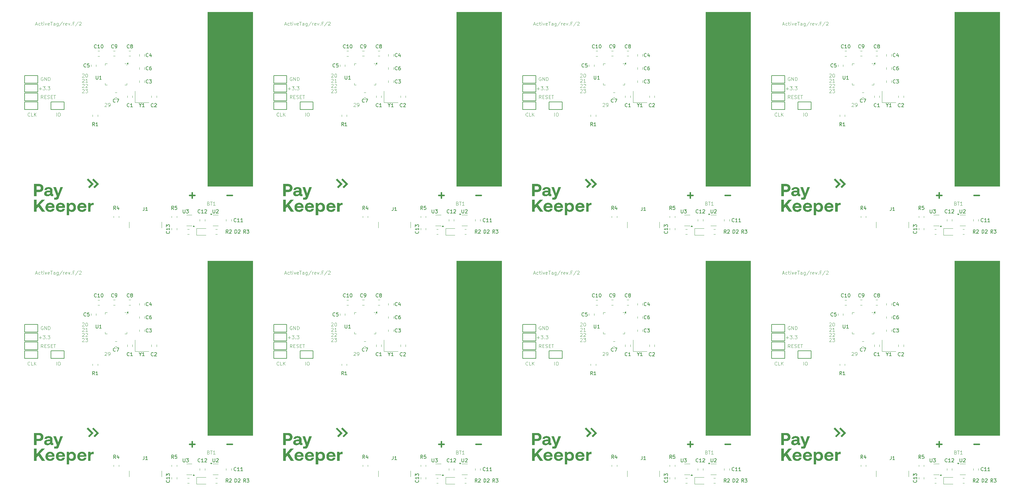
<source format=gbr>
%TF.GenerationSoftware,KiCad,Pcbnew,8.0.9-8.0.9-0~ubuntu24.04.1*%
%TF.CreationDate,2025-07-17T17:50:56+05:00*%
%TF.ProjectId,panel_170725,70616e65-6c5f-4313-9730-3732352e6b69,rev?*%
%TF.SameCoordinates,Original*%
%TF.FileFunction,Legend,Top*%
%TF.FilePolarity,Positive*%
%FSLAX46Y46*%
G04 Gerber Fmt 4.6, Leading zero omitted, Abs format (unit mm)*
G04 Created by KiCad (PCBNEW 8.0.9-8.0.9-0~ubuntu24.04.1) date 2025-07-17 17:50:56*
%MOMM*%
%LPD*%
G01*
G04 APERTURE LIST*
%ADD10C,0.000000*%
%ADD11C,0.100000*%
%ADD12C,0.150000*%
%ADD13C,0.400000*%
%ADD14C,0.120000*%
G04 APERTURE END LIST*
D10*
G36*
X13014346Y-159176782D02*
G01*
X13084659Y-159180980D01*
X13153404Y-159187930D01*
X13220533Y-159197594D01*
X13285997Y-159209935D01*
X13349750Y-159224915D01*
X13411742Y-159242497D01*
X13471926Y-159262642D01*
X13530255Y-159285312D01*
X13586680Y-159310471D01*
X13641154Y-159338080D01*
X13693629Y-159368102D01*
X13744056Y-159400499D01*
X13792388Y-159435233D01*
X13838578Y-159472266D01*
X13882576Y-159511560D01*
X13924336Y-159553079D01*
X13963810Y-159596784D01*
X14000949Y-159642637D01*
X14035706Y-159690601D01*
X14068033Y-159740638D01*
X14097882Y-159792710D01*
X14125205Y-159846779D01*
X14149954Y-159902809D01*
X14172082Y-159960760D01*
X14191540Y-160020595D01*
X14208282Y-160082277D01*
X14222258Y-160145768D01*
X14233421Y-160211029D01*
X14241723Y-160278024D01*
X14247117Y-160346715D01*
X14249553Y-160417063D01*
X14249308Y-160445782D01*
X14248532Y-160475267D01*
X14247167Y-160505342D01*
X14245154Y-160535828D01*
X14242435Y-160566550D01*
X14238949Y-160597331D01*
X14234639Y-160627994D01*
X14229445Y-160658363D01*
X12354342Y-160658363D01*
X12354342Y-160693554D01*
X12356401Y-160727529D01*
X12359738Y-160760635D01*
X12364333Y-160792860D01*
X12370170Y-160824189D01*
X12377229Y-160854609D01*
X12385492Y-160884106D01*
X12394940Y-160912665D01*
X12405556Y-160940274D01*
X12417320Y-160966917D01*
X12430215Y-160992583D01*
X12444222Y-161017256D01*
X12459322Y-161040923D01*
X12475498Y-161063570D01*
X12492730Y-161085183D01*
X12511000Y-161105749D01*
X12530291Y-161125254D01*
X12550582Y-161143683D01*
X12571857Y-161161024D01*
X12594097Y-161177262D01*
X12617283Y-161192383D01*
X12641396Y-161206374D01*
X12666420Y-161219220D01*
X12692334Y-161230909D01*
X12719121Y-161241426D01*
X12746762Y-161250757D01*
X12775238Y-161258889D01*
X12804533Y-161265808D01*
X12834626Y-161271500D01*
X12865500Y-161275951D01*
X12897136Y-161279147D01*
X12929515Y-161281075D01*
X12962620Y-161281721D01*
X13015332Y-161280251D01*
X13065960Y-161275849D01*
X13114423Y-161268532D01*
X13160640Y-161258314D01*
X13204530Y-161245208D01*
X13246012Y-161229231D01*
X13285005Y-161210397D01*
X13321428Y-161188720D01*
X13355200Y-161164216D01*
X13371067Y-161150908D01*
X13386240Y-161136898D01*
X13400710Y-161122189D01*
X13414467Y-161106782D01*
X13427500Y-161090680D01*
X13439800Y-161073883D01*
X13451356Y-161056394D01*
X13462158Y-161038215D01*
X13472196Y-161019347D01*
X13481460Y-160999792D01*
X13489940Y-160979553D01*
X13497625Y-160958630D01*
X13510572Y-160914744D01*
X14209337Y-160914744D01*
X14200725Y-160961569D01*
X14189985Y-161007750D01*
X14177142Y-161053231D01*
X14162217Y-161097958D01*
X14145235Y-161141874D01*
X14126216Y-161184925D01*
X14105186Y-161227056D01*
X14082167Y-161268211D01*
X14057181Y-161308335D01*
X14030253Y-161347373D01*
X14001404Y-161385270D01*
X13970658Y-161421969D01*
X13938038Y-161457417D01*
X13903567Y-161491558D01*
X13867267Y-161524337D01*
X13829163Y-161555698D01*
X13789277Y-161585586D01*
X13747631Y-161613947D01*
X13704250Y-161640724D01*
X13659155Y-161665862D01*
X13612371Y-161689307D01*
X13563919Y-161711003D01*
X13513824Y-161730895D01*
X13462107Y-161748927D01*
X13408793Y-161765045D01*
X13353904Y-161779193D01*
X13297462Y-161791316D01*
X13239492Y-161801358D01*
X13180016Y-161809265D01*
X13119057Y-161814981D01*
X13056638Y-161818452D01*
X12992782Y-161819621D01*
X12913199Y-161818111D01*
X12835650Y-161813610D01*
X12760170Y-161806163D01*
X12686788Y-161795811D01*
X12615539Y-161782598D01*
X12546453Y-161766567D01*
X12479564Y-161747763D01*
X12414904Y-161726227D01*
X12352504Y-161702003D01*
X12292397Y-161675135D01*
X12234615Y-161645665D01*
X12179190Y-161613638D01*
X12126156Y-161579095D01*
X12075542Y-161542081D01*
X12027383Y-161502639D01*
X11981710Y-161460812D01*
X11938556Y-161416643D01*
X11897952Y-161370176D01*
X11859931Y-161321454D01*
X11824526Y-161270519D01*
X11791767Y-161217416D01*
X11761688Y-161162188D01*
X11734321Y-161104877D01*
X11709698Y-161045527D01*
X11687851Y-160984182D01*
X11668812Y-160920885D01*
X11652614Y-160855678D01*
X11639289Y-160788606D01*
X11628869Y-160719711D01*
X11621386Y-160649037D01*
X11616873Y-160576626D01*
X11615362Y-160502523D01*
X11616900Y-160427949D01*
X11621485Y-160355069D01*
X11629068Y-160283926D01*
X11639603Y-160214566D01*
X11643324Y-160195872D01*
X12369424Y-160195872D01*
X13535708Y-160195872D01*
X13530510Y-160166594D01*
X13524352Y-160138147D01*
X13517244Y-160110538D01*
X13509197Y-160083774D01*
X13500223Y-160057859D01*
X13490331Y-160032802D01*
X13479534Y-160008608D01*
X13467842Y-159985284D01*
X13455266Y-159962836D01*
X13441818Y-159941271D01*
X13427508Y-159920595D01*
X13412347Y-159900815D01*
X13396347Y-159881937D01*
X13379519Y-159863967D01*
X13361873Y-159846913D01*
X13343421Y-159830780D01*
X13324174Y-159815574D01*
X13304142Y-159801303D01*
X13283338Y-159787973D01*
X13261771Y-159775590D01*
X13239452Y-159764160D01*
X13216394Y-159753691D01*
X13192607Y-159744188D01*
X13168102Y-159735658D01*
X13142890Y-159728107D01*
X13116982Y-159721542D01*
X13090389Y-159715970D01*
X13063122Y-159711396D01*
X13035193Y-159707828D01*
X13006612Y-159705271D01*
X12977390Y-159703732D01*
X12947538Y-159703217D01*
X12919014Y-159703760D01*
X12890953Y-159705381D01*
X12863376Y-159708068D01*
X12836305Y-159711809D01*
X12809760Y-159716591D01*
X12783762Y-159722404D01*
X12758334Y-159729235D01*
X12733495Y-159737072D01*
X12709268Y-159745903D01*
X12685673Y-159755716D01*
X12662731Y-159766499D01*
X12640465Y-159778241D01*
X12618894Y-159790928D01*
X12598040Y-159804551D01*
X12577925Y-159819095D01*
X12558568Y-159834550D01*
X12539993Y-159850903D01*
X12522219Y-159868143D01*
X12505268Y-159886257D01*
X12489161Y-159905233D01*
X12473920Y-159925061D01*
X12459564Y-159945726D01*
X12446117Y-159967219D01*
X12433598Y-159989525D01*
X12422029Y-160012635D01*
X12411432Y-160036535D01*
X12401826Y-160061214D01*
X12393234Y-160086660D01*
X12385677Y-160112861D01*
X12379175Y-160139804D01*
X12373751Y-160167479D01*
X12369424Y-160195872D01*
X11643324Y-160195872D01*
X11653044Y-160147032D01*
X11669343Y-160081368D01*
X11688452Y-160017619D01*
X11710326Y-159955829D01*
X11734918Y-159896041D01*
X11762179Y-159838301D01*
X11792064Y-159782652D01*
X11824526Y-159729139D01*
X11859517Y-159677805D01*
X11896990Y-159628696D01*
X11936899Y-159581854D01*
X11979197Y-159537324D01*
X12023836Y-159495152D01*
X12070771Y-159455379D01*
X12119953Y-159418052D01*
X12171336Y-159383213D01*
X12224872Y-159350908D01*
X12280516Y-159321180D01*
X12338220Y-159294073D01*
X12397937Y-159269633D01*
X12459620Y-159247902D01*
X12523223Y-159228925D01*
X12588697Y-159212746D01*
X12655997Y-159199410D01*
X12725076Y-159188961D01*
X12795885Y-159181443D01*
X12868380Y-159176899D01*
X12942511Y-159175375D01*
X13014346Y-159176782D01*
G37*
G36*
X160035888Y-159176782D02*
G01*
X160106201Y-159180980D01*
X160174946Y-159187930D01*
X160242075Y-159197594D01*
X160307539Y-159209935D01*
X160371291Y-159224915D01*
X160433284Y-159242497D01*
X160493468Y-159262642D01*
X160551797Y-159285312D01*
X160608222Y-159310471D01*
X160662696Y-159338080D01*
X160715170Y-159368102D01*
X160765597Y-159400499D01*
X160813930Y-159435233D01*
X160860119Y-159472266D01*
X160904117Y-159511560D01*
X160945877Y-159553079D01*
X160985351Y-159596784D01*
X161022490Y-159642637D01*
X161057247Y-159690601D01*
X161089574Y-159740638D01*
X161119423Y-159792710D01*
X161146746Y-159846779D01*
X161171495Y-159902809D01*
X161193623Y-159960760D01*
X161213082Y-160020595D01*
X161229823Y-160082277D01*
X161243799Y-160145768D01*
X161254962Y-160211029D01*
X161263264Y-160278024D01*
X161268657Y-160346715D01*
X161271094Y-160417063D01*
X161270849Y-160445782D01*
X161270073Y-160475267D01*
X161268709Y-160505342D01*
X161266696Y-160535828D01*
X161263976Y-160566550D01*
X161260491Y-160597331D01*
X161256180Y-160627994D01*
X161250986Y-160658363D01*
X159375884Y-160658363D01*
X159375884Y-160693554D01*
X159377943Y-160727529D01*
X159381279Y-160760635D01*
X159385875Y-160792860D01*
X159391712Y-160824189D01*
X159398771Y-160854609D01*
X159407034Y-160884106D01*
X159416482Y-160912665D01*
X159427098Y-160940274D01*
X159438862Y-160966917D01*
X159451757Y-160992583D01*
X159465764Y-161017256D01*
X159480864Y-161040923D01*
X159497040Y-161063570D01*
X159514272Y-161085183D01*
X159532542Y-161105749D01*
X159551832Y-161125254D01*
X159572124Y-161143683D01*
X159593399Y-161161024D01*
X159615639Y-161177262D01*
X159638825Y-161192383D01*
X159662938Y-161206374D01*
X159687962Y-161219220D01*
X159713876Y-161230909D01*
X159740662Y-161241426D01*
X159768303Y-161250757D01*
X159796780Y-161258889D01*
X159826074Y-161265808D01*
X159856168Y-161271500D01*
X159887041Y-161275951D01*
X159918677Y-161279147D01*
X159951057Y-161281075D01*
X159984162Y-161281721D01*
X160036874Y-161280251D01*
X160087502Y-161275849D01*
X160135965Y-161268532D01*
X160182182Y-161258314D01*
X160226072Y-161245208D01*
X160267554Y-161229231D01*
X160306547Y-161210397D01*
X160342970Y-161188720D01*
X160376742Y-161164216D01*
X160392608Y-161150908D01*
X160407782Y-161136898D01*
X160422252Y-161122189D01*
X160436009Y-161106782D01*
X160449042Y-161090680D01*
X160461342Y-161073883D01*
X160472898Y-161056394D01*
X160483700Y-161038215D01*
X160493738Y-161019347D01*
X160503002Y-160999792D01*
X160511482Y-160979553D01*
X160519167Y-160958630D01*
X160532114Y-160914744D01*
X161230878Y-160914744D01*
X161222266Y-160961569D01*
X161211527Y-161007750D01*
X161198684Y-161053231D01*
X161183759Y-161097958D01*
X161166776Y-161141874D01*
X161147758Y-161184925D01*
X161126728Y-161227056D01*
X161103708Y-161268211D01*
X161078723Y-161308335D01*
X161051794Y-161347373D01*
X161022945Y-161385270D01*
X160992199Y-161421969D01*
X160959579Y-161457417D01*
X160925108Y-161491558D01*
X160888809Y-161524337D01*
X160850705Y-161555698D01*
X160810818Y-161585586D01*
X160769173Y-161613947D01*
X160725791Y-161640724D01*
X160680697Y-161665862D01*
X160633912Y-161689307D01*
X160585461Y-161711003D01*
X160535366Y-161730895D01*
X160483649Y-161748927D01*
X160430335Y-161765045D01*
X160375445Y-161779193D01*
X160319004Y-161791316D01*
X160261034Y-161801358D01*
X160201558Y-161809265D01*
X160140599Y-161814981D01*
X160078180Y-161818452D01*
X160014324Y-161819621D01*
X159934740Y-161818111D01*
X159857192Y-161813610D01*
X159781711Y-161806163D01*
X159708330Y-161795811D01*
X159637080Y-161782598D01*
X159567995Y-161766567D01*
X159501106Y-161747763D01*
X159436445Y-161726227D01*
X159374045Y-161702003D01*
X159313938Y-161675135D01*
X159256156Y-161645665D01*
X159200732Y-161613638D01*
X159147697Y-161579095D01*
X159097084Y-161542081D01*
X159048925Y-161502639D01*
X159003252Y-161460812D01*
X158960098Y-161416643D01*
X158919494Y-161370176D01*
X158881473Y-161321454D01*
X158846067Y-161270519D01*
X158813309Y-161217416D01*
X158783230Y-161162188D01*
X158755863Y-161104877D01*
X158731240Y-161045527D01*
X158709393Y-160984182D01*
X158690354Y-160920885D01*
X158674156Y-160855678D01*
X158660831Y-160788606D01*
X158650411Y-160719711D01*
X158642928Y-160649037D01*
X158638415Y-160576626D01*
X158636903Y-160502523D01*
X158638442Y-160427949D01*
X158643026Y-160355069D01*
X158650610Y-160283926D01*
X158661145Y-160214566D01*
X158664865Y-160195872D01*
X159390966Y-160195872D01*
X160557250Y-160195872D01*
X160552053Y-160166594D01*
X160545895Y-160138147D01*
X160538787Y-160110538D01*
X160530740Y-160083774D01*
X160521765Y-160057859D01*
X160511873Y-160032802D01*
X160501076Y-160008608D01*
X160489384Y-159985284D01*
X160476808Y-159962836D01*
X160463360Y-159941271D01*
X160449050Y-159920595D01*
X160433890Y-159900815D01*
X160417890Y-159881937D01*
X160401061Y-159863967D01*
X160383416Y-159846913D01*
X160364964Y-159830780D01*
X160345716Y-159815574D01*
X160325685Y-159801303D01*
X160304880Y-159787973D01*
X160283313Y-159775590D01*
X160260995Y-159764160D01*
X160237936Y-159753691D01*
X160214149Y-159744188D01*
X160189644Y-159735658D01*
X160164432Y-159728107D01*
X160138524Y-159721542D01*
X160111931Y-159715970D01*
X160084664Y-159711396D01*
X160056735Y-159707828D01*
X160028153Y-159705271D01*
X159998932Y-159703732D01*
X159969080Y-159703217D01*
X159940556Y-159703760D01*
X159912495Y-159705381D01*
X159884918Y-159708068D01*
X159857846Y-159711809D01*
X159831301Y-159716591D01*
X159805303Y-159722404D01*
X159779875Y-159729235D01*
X159755036Y-159737072D01*
X159730809Y-159745903D01*
X159707214Y-159755716D01*
X159684272Y-159766499D01*
X159662005Y-159778241D01*
X159640435Y-159790928D01*
X159619581Y-159804551D01*
X159599465Y-159819095D01*
X159580109Y-159834550D01*
X159561534Y-159850903D01*
X159543760Y-159868143D01*
X159526809Y-159886257D01*
X159510702Y-159905233D01*
X159495461Y-159925061D01*
X159481105Y-159945726D01*
X159467658Y-159967219D01*
X159455139Y-159989525D01*
X159443570Y-160012635D01*
X159432973Y-160036535D01*
X159423367Y-160061214D01*
X159414775Y-160086660D01*
X159407218Y-160112861D01*
X159400717Y-160139804D01*
X159395292Y-160167479D01*
X159390966Y-160195872D01*
X158664865Y-160195872D01*
X158674586Y-160147032D01*
X158690884Y-160081368D01*
X158709994Y-160017619D01*
X158731868Y-159955829D01*
X158756459Y-159896041D01*
X158783721Y-159838301D01*
X158813606Y-159782652D01*
X158846067Y-159729139D01*
X158881058Y-159677805D01*
X158918531Y-159628696D01*
X158958441Y-159581854D01*
X159000738Y-159537324D01*
X159045378Y-159495152D01*
X159092312Y-159455379D01*
X159141494Y-159418052D01*
X159192877Y-159383213D01*
X159246414Y-159350908D01*
X159302058Y-159321180D01*
X159359762Y-159294073D01*
X159419479Y-159269633D01*
X159481162Y-159247902D01*
X159544764Y-159228925D01*
X159610239Y-159212746D01*
X159677539Y-159199410D01*
X159746618Y-159188961D01*
X159817428Y-159181443D01*
X159889922Y-159176899D01*
X159964054Y-159175375D01*
X160035888Y-159176782D01*
G37*
G36*
X24668024Y-159592620D02*
G01*
X24695158Y-159550165D01*
X24723911Y-159509595D01*
X24754491Y-159471028D01*
X24787103Y-159434582D01*
X24804236Y-159417191D01*
X24821954Y-159400374D01*
X24840283Y-159384147D01*
X24859250Y-159368523D01*
X24878879Y-159353518D01*
X24899197Y-159339146D01*
X24920228Y-159325422D01*
X24942000Y-159312361D01*
X24964538Y-159299978D01*
X24987868Y-159288287D01*
X25012015Y-159277302D01*
X25037005Y-159267039D01*
X25062864Y-159257513D01*
X25089617Y-159248738D01*
X25117292Y-159240729D01*
X25145912Y-159233500D01*
X25175505Y-159227066D01*
X25206095Y-159221443D01*
X25237709Y-159216644D01*
X25270372Y-159212685D01*
X25304110Y-159209580D01*
X25338949Y-159207343D01*
X25374915Y-159205991D01*
X25412034Y-159205537D01*
X25532683Y-159205537D01*
X25532683Y-159849003D01*
X25251166Y-159849003D01*
X25212341Y-159849823D01*
X25175028Y-159852260D01*
X25139211Y-159856285D01*
X25104870Y-159861865D01*
X25071987Y-159868970D01*
X25040544Y-159877568D01*
X25010522Y-159887627D01*
X24981902Y-159899117D01*
X24954668Y-159912006D01*
X24928799Y-159926263D01*
X24904278Y-159941856D01*
X24881086Y-159958754D01*
X24859205Y-159976927D01*
X24838616Y-159996342D01*
X24819301Y-160016969D01*
X24801242Y-160038775D01*
X24784419Y-160061731D01*
X24768816Y-160085804D01*
X24754413Y-160110963D01*
X24741192Y-160137177D01*
X24729134Y-160164414D01*
X24718221Y-160192644D01*
X24708435Y-160221834D01*
X24699758Y-160251955D01*
X24692170Y-160282974D01*
X24685653Y-160314860D01*
X24675761Y-160381107D01*
X24669934Y-160450448D01*
X24668024Y-160522631D01*
X24668024Y-161789457D01*
X23959206Y-161789457D01*
X23959206Y-159205537D01*
X24602672Y-159205537D01*
X24668024Y-159592620D01*
G37*
D11*
X130500000Y-32001500D02*
X143500000Y-32001500D01*
X143500000Y-82413500D01*
X130500000Y-82413500D01*
X130500000Y-32001500D01*
G36*
X130500000Y-32001500D02*
G01*
X143500000Y-32001500D01*
X143500000Y-82413500D01*
X130500000Y-82413500D01*
X130500000Y-32001500D01*
G37*
D10*
G36*
X94236080Y-159176782D02*
G01*
X94306394Y-159180980D01*
X94375139Y-159187930D01*
X94442267Y-159197594D01*
X94507731Y-159209935D01*
X94571484Y-159224915D01*
X94633476Y-159242497D01*
X94693660Y-159262642D01*
X94751989Y-159285312D01*
X94808414Y-159310471D01*
X94862888Y-159338080D01*
X94915363Y-159368102D01*
X94965790Y-159400499D01*
X95014122Y-159435233D01*
X95060312Y-159472266D01*
X95104311Y-159511560D01*
X95146071Y-159553079D01*
X95185544Y-159596784D01*
X95222683Y-159642637D01*
X95257440Y-159690601D01*
X95289767Y-159740638D01*
X95319616Y-159792710D01*
X95346939Y-159846779D01*
X95371689Y-159902809D01*
X95393817Y-159960760D01*
X95413275Y-160020595D01*
X95430016Y-160082277D01*
X95443993Y-160145768D01*
X95455156Y-160211029D01*
X95463458Y-160278024D01*
X95468851Y-160346715D01*
X95471288Y-160417063D01*
X95471043Y-160445782D01*
X95470267Y-160475267D01*
X95468902Y-160505342D01*
X95466889Y-160535828D01*
X95464169Y-160566550D01*
X95460684Y-160597331D01*
X95456374Y-160627994D01*
X95451180Y-160658363D01*
X93576078Y-160658363D01*
X93576078Y-160693554D01*
X93578137Y-160727529D01*
X93581473Y-160760635D01*
X93586069Y-160792860D01*
X93591905Y-160824189D01*
X93598964Y-160854609D01*
X93607227Y-160884106D01*
X93616676Y-160912665D01*
X93627291Y-160940274D01*
X93639056Y-160966917D01*
X93651950Y-160992583D01*
X93665957Y-161017256D01*
X93681057Y-161040923D01*
X93697233Y-161063570D01*
X93714465Y-161085183D01*
X93732735Y-161105749D01*
X93752026Y-161125254D01*
X93772317Y-161143683D01*
X93793592Y-161161024D01*
X93815832Y-161177262D01*
X93839017Y-161192383D01*
X93863131Y-161206374D01*
X93888154Y-161219220D01*
X93914068Y-161230909D01*
X93940855Y-161241426D01*
X93968496Y-161250757D01*
X93996973Y-161258889D01*
X94026267Y-161265808D01*
X94056360Y-161271500D01*
X94087234Y-161275951D01*
X94118870Y-161279147D01*
X94151249Y-161281075D01*
X94184354Y-161281721D01*
X94237067Y-161280251D01*
X94287695Y-161275849D01*
X94336160Y-161268532D01*
X94382379Y-161258314D01*
X94426271Y-161245208D01*
X94467755Y-161229231D01*
X94506750Y-161210397D01*
X94543175Y-161188720D01*
X94576950Y-161164216D01*
X94592818Y-161150908D01*
X94607992Y-161136898D01*
X94622463Y-161122189D01*
X94636221Y-161106782D01*
X94649256Y-161090680D01*
X94661556Y-161073883D01*
X94673113Y-161056394D01*
X94683916Y-161038215D01*
X94693955Y-161019347D01*
X94703219Y-160999792D01*
X94711699Y-160979553D01*
X94719385Y-160958630D01*
X94732332Y-160914744D01*
X95431070Y-160914744D01*
X95422459Y-160961569D01*
X95411720Y-161007750D01*
X95398876Y-161053231D01*
X95383952Y-161097958D01*
X95366969Y-161141874D01*
X95347951Y-161184925D01*
X95326921Y-161227056D01*
X95303901Y-161268211D01*
X95278916Y-161308335D01*
X95251987Y-161347373D01*
X95223138Y-161385270D01*
X95192392Y-161421969D01*
X95159772Y-161457417D01*
X95125301Y-161491558D01*
X95089002Y-161524337D01*
X95050898Y-161555698D01*
X95011011Y-161585586D01*
X94969366Y-161613947D01*
X94925984Y-161640724D01*
X94880890Y-161665862D01*
X94834106Y-161689307D01*
X94785654Y-161711003D01*
X94735559Y-161730895D01*
X94683842Y-161748927D01*
X94630528Y-161765045D01*
X94575639Y-161779193D01*
X94519197Y-161791316D01*
X94461227Y-161801358D01*
X94401751Y-161809265D01*
X94340792Y-161814981D01*
X94278373Y-161818452D01*
X94214518Y-161819621D01*
X94134934Y-161818111D01*
X94057386Y-161813610D01*
X93981905Y-161806163D01*
X93908523Y-161795811D01*
X93837274Y-161782598D01*
X93768188Y-161766567D01*
X93701299Y-161747763D01*
X93636639Y-161726227D01*
X93574239Y-161702003D01*
X93514132Y-161675135D01*
X93456350Y-161645665D01*
X93400925Y-161613638D01*
X93347890Y-161579095D01*
X93297277Y-161542081D01*
X93249118Y-161502639D01*
X93203445Y-161460812D01*
X93160291Y-161416643D01*
X93119687Y-161370176D01*
X93081666Y-161321454D01*
X93046260Y-161270519D01*
X93013502Y-161217416D01*
X92983423Y-161162188D01*
X92956056Y-161104877D01*
X92931433Y-161045527D01*
X92909586Y-160984182D01*
X92890547Y-160920885D01*
X92874349Y-160855678D01*
X92861024Y-160788606D01*
X92850604Y-160719711D01*
X92843121Y-160649037D01*
X92838608Y-160576626D01*
X92837096Y-160502523D01*
X92838635Y-160427949D01*
X92843219Y-160355069D01*
X92850803Y-160283926D01*
X92861338Y-160214566D01*
X92865058Y-160195872D01*
X93591160Y-160195872D01*
X94757441Y-160195872D01*
X94752244Y-160166594D01*
X94746086Y-160138147D01*
X94738978Y-160110538D01*
X94730931Y-160083774D01*
X94721956Y-160057859D01*
X94712065Y-160032802D01*
X94701268Y-160008608D01*
X94689576Y-159985284D01*
X94677000Y-159962836D01*
X94663552Y-159941271D01*
X94649242Y-159920595D01*
X94634082Y-159900815D01*
X94618082Y-159881937D01*
X94601253Y-159863967D01*
X94583608Y-159846913D01*
X94565156Y-159830780D01*
X94545908Y-159815574D01*
X94525877Y-159801303D01*
X94505072Y-159787973D01*
X94483505Y-159775590D01*
X94461187Y-159764160D01*
X94438129Y-159753691D01*
X94414341Y-159744188D01*
X94389836Y-159735658D01*
X94364624Y-159728107D01*
X94338716Y-159721542D01*
X94312123Y-159715970D01*
X94284856Y-159711396D01*
X94256927Y-159707828D01*
X94228346Y-159705271D01*
X94199124Y-159703732D01*
X94169272Y-159703217D01*
X94140748Y-159703760D01*
X94112687Y-159705381D01*
X94085110Y-159708068D01*
X94058039Y-159711809D01*
X94031493Y-159716591D01*
X94005496Y-159722404D01*
X93980067Y-159729235D01*
X93955229Y-159737072D01*
X93931002Y-159745903D01*
X93907407Y-159755716D01*
X93884465Y-159766499D01*
X93862198Y-159778241D01*
X93840628Y-159790928D01*
X93819774Y-159804551D01*
X93799658Y-159819095D01*
X93780302Y-159834550D01*
X93761727Y-159850903D01*
X93743953Y-159868143D01*
X93727002Y-159886257D01*
X93710895Y-159905233D01*
X93695654Y-159925061D01*
X93681299Y-159945726D01*
X93667851Y-159967219D01*
X93655332Y-159989525D01*
X93643764Y-160012635D01*
X93633166Y-160036535D01*
X93623561Y-160061214D01*
X93614969Y-160086660D01*
X93607412Y-160112861D01*
X93600910Y-160139804D01*
X93595486Y-160167479D01*
X93591160Y-160195872D01*
X92865058Y-160195872D01*
X92874778Y-160147032D01*
X92891077Y-160081368D01*
X92910187Y-160017619D01*
X92932061Y-159955829D01*
X92956652Y-159896041D01*
X92983914Y-159838301D01*
X93013798Y-159782652D01*
X93046260Y-159729139D01*
X93081251Y-159677805D01*
X93118724Y-159628696D01*
X93158633Y-159581854D01*
X93200931Y-159537324D01*
X93245570Y-159495152D01*
X93292505Y-159455379D01*
X93341687Y-159418052D01*
X93393069Y-159383213D01*
X93446606Y-159350908D01*
X93502250Y-159321180D01*
X93559954Y-159294073D01*
X93619671Y-159269633D01*
X93681354Y-159247902D01*
X93744957Y-159228925D01*
X93810431Y-159212746D01*
X93877732Y-159199410D01*
X93946810Y-159188961D01*
X94017620Y-159181443D01*
X94090114Y-159176899D01*
X94164246Y-159175375D01*
X94236080Y-159176782D01*
G37*
G36*
X225835955Y-153747459D02*
G01*
X225905284Y-153751436D01*
X225973018Y-153758021D01*
X226039113Y-153767175D01*
X226103521Y-153778863D01*
X226166196Y-153793047D01*
X226227093Y-153809691D01*
X226286166Y-153828757D01*
X226343369Y-153850209D01*
X226398655Y-153874011D01*
X226451978Y-153900124D01*
X226503293Y-153928513D01*
X226552554Y-153959141D01*
X226599713Y-153991970D01*
X226644727Y-154026965D01*
X226687548Y-154064087D01*
X226728130Y-154103301D01*
X226766427Y-154144570D01*
X226802394Y-154187856D01*
X226835984Y-154233123D01*
X226867151Y-154280334D01*
X226895850Y-154329452D01*
X226922034Y-154380441D01*
X226945657Y-154433264D01*
X226966673Y-154487883D01*
X226985036Y-154544262D01*
X227000701Y-154602364D01*
X227013621Y-154662153D01*
X227023749Y-154723591D01*
X227031041Y-154786642D01*
X227035450Y-154851268D01*
X227036930Y-154917434D01*
X227035450Y-154983143D01*
X227031041Y-155047342D01*
X227023749Y-155109992D01*
X227013621Y-155171056D01*
X227000701Y-155230497D01*
X226985036Y-155288276D01*
X226966673Y-155344356D01*
X226945657Y-155398699D01*
X226922034Y-155451267D01*
X226895850Y-155502023D01*
X226867151Y-155550929D01*
X226835984Y-155597946D01*
X226802394Y-155643038D01*
X226766427Y-155686167D01*
X226728130Y-155727295D01*
X226687548Y-155766383D01*
X226644727Y-155803395D01*
X226599713Y-155838293D01*
X226552554Y-155871038D01*
X226503293Y-155901594D01*
X226451978Y-155929922D01*
X226398655Y-155955985D01*
X226343369Y-155979745D01*
X226286166Y-156001164D01*
X226227093Y-156020204D01*
X226166196Y-156036829D01*
X226103521Y-156050999D01*
X226039113Y-156062677D01*
X225973018Y-156071826D01*
X225905284Y-156078408D01*
X225835955Y-156082384D01*
X225765078Y-156083718D01*
X225086422Y-156083718D01*
X225086422Y-157265083D01*
X224332359Y-157265083D01*
X224332359Y-155455332D01*
X224332359Y-154374510D01*
X225086422Y-154374510D01*
X225086422Y-155455332D01*
X225694699Y-155455332D01*
X225727318Y-155454731D01*
X225759182Y-155452937D01*
X225790273Y-155449964D01*
X225820572Y-155445828D01*
X225850062Y-155440543D01*
X225878722Y-155434124D01*
X225906537Y-155426586D01*
X225933485Y-155417943D01*
X225959550Y-155408211D01*
X225984713Y-155397403D01*
X226008956Y-155385535D01*
X226032260Y-155372621D01*
X226054606Y-155358676D01*
X226075977Y-155343715D01*
X226096353Y-155327753D01*
X226115717Y-155310804D01*
X226134050Y-155292882D01*
X226151334Y-155274004D01*
X226167549Y-155254183D01*
X226182679Y-155233434D01*
X226196704Y-155211772D01*
X226209606Y-155189211D01*
X226221367Y-155165767D01*
X226231968Y-155141454D01*
X226241391Y-155116286D01*
X226249617Y-155090280D01*
X226256628Y-155063448D01*
X226262406Y-155035806D01*
X226266931Y-155007369D01*
X226270187Y-154978152D01*
X226272153Y-154948169D01*
X226272813Y-154917434D01*
X226272153Y-154886243D01*
X226270187Y-154855832D01*
X226266931Y-154826214D01*
X226262406Y-154797403D01*
X226256628Y-154769413D01*
X226249617Y-154742258D01*
X226241391Y-154715952D01*
X226231968Y-154690509D01*
X226221367Y-154665941D01*
X226209606Y-154642264D01*
X226196704Y-154619491D01*
X226182679Y-154597635D01*
X226167549Y-154576711D01*
X226151334Y-154556733D01*
X226134050Y-154537713D01*
X226115717Y-154519667D01*
X226096353Y-154502607D01*
X226075977Y-154486547D01*
X226054606Y-154471503D01*
X226032260Y-154457486D01*
X226008956Y-154444511D01*
X225984713Y-154432592D01*
X225959550Y-154421743D01*
X225933485Y-154411977D01*
X225906537Y-154403308D01*
X225878722Y-154395751D01*
X225850062Y-154389318D01*
X225820572Y-154384024D01*
X225790273Y-154379882D01*
X225759182Y-154376907D01*
X225727318Y-154375111D01*
X225694699Y-154374510D01*
X225086422Y-154374510D01*
X224332359Y-154374510D01*
X224332359Y-153746124D01*
X225765078Y-153746124D01*
X225835955Y-153747459D01*
G37*
G36*
X97526200Y-153748876D02*
G01*
X96310122Y-154964954D01*
X95935949Y-154590780D01*
X96777852Y-153748876D01*
X95561774Y-152532798D01*
X95935949Y-152158624D01*
X97526200Y-153748876D01*
G37*
G36*
X160035888Y-87176782D02*
G01*
X160106201Y-87180980D01*
X160174946Y-87187930D01*
X160242075Y-87197594D01*
X160307539Y-87209935D01*
X160371291Y-87224915D01*
X160433284Y-87242497D01*
X160493468Y-87262642D01*
X160551797Y-87285312D01*
X160608222Y-87310471D01*
X160662696Y-87338080D01*
X160715170Y-87368102D01*
X160765597Y-87400499D01*
X160813930Y-87435233D01*
X160860119Y-87472266D01*
X160904117Y-87511560D01*
X160945877Y-87553079D01*
X160985351Y-87596784D01*
X161022490Y-87642637D01*
X161057247Y-87690601D01*
X161089574Y-87740638D01*
X161119423Y-87792710D01*
X161146746Y-87846779D01*
X161171495Y-87902809D01*
X161193623Y-87960760D01*
X161213082Y-88020595D01*
X161229823Y-88082277D01*
X161243799Y-88145768D01*
X161254962Y-88211029D01*
X161263264Y-88278024D01*
X161268657Y-88346715D01*
X161271094Y-88417063D01*
X161270849Y-88445782D01*
X161270073Y-88475267D01*
X161268709Y-88505342D01*
X161266696Y-88535828D01*
X161263976Y-88566550D01*
X161260491Y-88597331D01*
X161256180Y-88627994D01*
X161250986Y-88658363D01*
X159375884Y-88658363D01*
X159375884Y-88693554D01*
X159377943Y-88727529D01*
X159381279Y-88760635D01*
X159385875Y-88792860D01*
X159391712Y-88824189D01*
X159398771Y-88854609D01*
X159407034Y-88884106D01*
X159416482Y-88912665D01*
X159427098Y-88940274D01*
X159438862Y-88966917D01*
X159451757Y-88992583D01*
X159465764Y-89017256D01*
X159480864Y-89040923D01*
X159497040Y-89063570D01*
X159514272Y-89085183D01*
X159532542Y-89105749D01*
X159551832Y-89125254D01*
X159572124Y-89143683D01*
X159593399Y-89161024D01*
X159615639Y-89177262D01*
X159638825Y-89192383D01*
X159662938Y-89206374D01*
X159687962Y-89219220D01*
X159713876Y-89230909D01*
X159740662Y-89241426D01*
X159768303Y-89250757D01*
X159796780Y-89258889D01*
X159826074Y-89265808D01*
X159856168Y-89271500D01*
X159887041Y-89275951D01*
X159918677Y-89279147D01*
X159951057Y-89281075D01*
X159984162Y-89281721D01*
X160036874Y-89280251D01*
X160087502Y-89275849D01*
X160135965Y-89268532D01*
X160182182Y-89258314D01*
X160226072Y-89245208D01*
X160267554Y-89229231D01*
X160306547Y-89210397D01*
X160342970Y-89188720D01*
X160376742Y-89164216D01*
X160392608Y-89150908D01*
X160407782Y-89136898D01*
X160422252Y-89122189D01*
X160436009Y-89106782D01*
X160449042Y-89090680D01*
X160461342Y-89073883D01*
X160472898Y-89056394D01*
X160483700Y-89038215D01*
X160493738Y-89019347D01*
X160503002Y-88999792D01*
X160511482Y-88979553D01*
X160519167Y-88958630D01*
X160532114Y-88914744D01*
X161230878Y-88914744D01*
X161222266Y-88961569D01*
X161211527Y-89007750D01*
X161198684Y-89053231D01*
X161183759Y-89097958D01*
X161166776Y-89141874D01*
X161147758Y-89184925D01*
X161126728Y-89227056D01*
X161103708Y-89268211D01*
X161078723Y-89308335D01*
X161051794Y-89347373D01*
X161022945Y-89385270D01*
X160992199Y-89421969D01*
X160959579Y-89457417D01*
X160925108Y-89491558D01*
X160888809Y-89524337D01*
X160850705Y-89555698D01*
X160810818Y-89585586D01*
X160769173Y-89613947D01*
X160725791Y-89640724D01*
X160680697Y-89665862D01*
X160633912Y-89689307D01*
X160585461Y-89711003D01*
X160535366Y-89730895D01*
X160483649Y-89748927D01*
X160430335Y-89765045D01*
X160375445Y-89779193D01*
X160319004Y-89791316D01*
X160261034Y-89801358D01*
X160201558Y-89809265D01*
X160140599Y-89814981D01*
X160078180Y-89818452D01*
X160014324Y-89819621D01*
X159934740Y-89818111D01*
X159857192Y-89813610D01*
X159781711Y-89806163D01*
X159708330Y-89795811D01*
X159637080Y-89782598D01*
X159567995Y-89766567D01*
X159501106Y-89747763D01*
X159436445Y-89726227D01*
X159374045Y-89702003D01*
X159313938Y-89675135D01*
X159256156Y-89645665D01*
X159200732Y-89613638D01*
X159147697Y-89579095D01*
X159097084Y-89542081D01*
X159048925Y-89502639D01*
X159003252Y-89460812D01*
X158960098Y-89416643D01*
X158919494Y-89370176D01*
X158881473Y-89321454D01*
X158846067Y-89270519D01*
X158813309Y-89217416D01*
X158783230Y-89162188D01*
X158755863Y-89104877D01*
X158731240Y-89045527D01*
X158709393Y-88984182D01*
X158690354Y-88920885D01*
X158674156Y-88855678D01*
X158660831Y-88788606D01*
X158650411Y-88719711D01*
X158642928Y-88649037D01*
X158638415Y-88576626D01*
X158636903Y-88502523D01*
X158638442Y-88427949D01*
X158643026Y-88355069D01*
X158650610Y-88283926D01*
X158661145Y-88214566D01*
X158664865Y-88195872D01*
X159390966Y-88195872D01*
X160557250Y-88195872D01*
X160552053Y-88166594D01*
X160545895Y-88138147D01*
X160538787Y-88110538D01*
X160530740Y-88083774D01*
X160521765Y-88057859D01*
X160511873Y-88032802D01*
X160501076Y-88008608D01*
X160489384Y-87985284D01*
X160476808Y-87962836D01*
X160463360Y-87941271D01*
X160449050Y-87920595D01*
X160433890Y-87900815D01*
X160417890Y-87881937D01*
X160401061Y-87863967D01*
X160383416Y-87846913D01*
X160364964Y-87830780D01*
X160345716Y-87815574D01*
X160325685Y-87801303D01*
X160304880Y-87787973D01*
X160283313Y-87775590D01*
X160260995Y-87764160D01*
X160237936Y-87753691D01*
X160214149Y-87744188D01*
X160189644Y-87735658D01*
X160164432Y-87728107D01*
X160138524Y-87721542D01*
X160111931Y-87715970D01*
X160084664Y-87711396D01*
X160056735Y-87707828D01*
X160028153Y-87705271D01*
X159998932Y-87703732D01*
X159969080Y-87703217D01*
X159940556Y-87703760D01*
X159912495Y-87705381D01*
X159884918Y-87708068D01*
X159857846Y-87711809D01*
X159831301Y-87716591D01*
X159805303Y-87722404D01*
X159779875Y-87729235D01*
X159755036Y-87737072D01*
X159730809Y-87745903D01*
X159707214Y-87755716D01*
X159684272Y-87766499D01*
X159662005Y-87778241D01*
X159640435Y-87790928D01*
X159619581Y-87804551D01*
X159599465Y-87819095D01*
X159580109Y-87834550D01*
X159561534Y-87850903D01*
X159543760Y-87868143D01*
X159526809Y-87886257D01*
X159510702Y-87905233D01*
X159495461Y-87925061D01*
X159481105Y-87945726D01*
X159467658Y-87967219D01*
X159455139Y-87989525D01*
X159443570Y-88012635D01*
X159432973Y-88036535D01*
X159423367Y-88061214D01*
X159414775Y-88086660D01*
X159407218Y-88112861D01*
X159400717Y-88139804D01*
X159395292Y-88167479D01*
X159390966Y-88195872D01*
X158664865Y-88195872D01*
X158674586Y-88147032D01*
X158690884Y-88081368D01*
X158709994Y-88017619D01*
X158731868Y-87955829D01*
X158756459Y-87896041D01*
X158783721Y-87838301D01*
X158813606Y-87782652D01*
X158846067Y-87729139D01*
X158881058Y-87677805D01*
X158918531Y-87628696D01*
X158958441Y-87581854D01*
X159000738Y-87537324D01*
X159045378Y-87495152D01*
X159092312Y-87455379D01*
X159141494Y-87418052D01*
X159192877Y-87383213D01*
X159246414Y-87350908D01*
X159302058Y-87321180D01*
X159359762Y-87294073D01*
X159419479Y-87269633D01*
X159481162Y-87247902D01*
X159544764Y-87228925D01*
X159610239Y-87212746D01*
X159677539Y-87199410D01*
X159746618Y-87188961D01*
X159817428Y-87181443D01*
X159889922Y-87176899D01*
X159964054Y-87175375D01*
X160035888Y-87176782D01*
G37*
G36*
X27102297Y-81748876D02*
G01*
X25886219Y-82964954D01*
X25512044Y-82590780D01*
X26353924Y-81748876D01*
X25137870Y-80532798D01*
X25512044Y-80158624D01*
X27102297Y-81748876D01*
G37*
G36*
X231284339Y-156521075D02*
G01*
X231897643Y-154681162D01*
X232656731Y-154681162D01*
X231510558Y-157632060D01*
X231480675Y-157709647D01*
X231451058Y-157782175D01*
X231421263Y-157849652D01*
X231390850Y-157912084D01*
X231359377Y-157969480D01*
X231326401Y-158021845D01*
X231291482Y-158069189D01*
X231273155Y-158090980D01*
X231254176Y-158111518D01*
X231234491Y-158130804D01*
X231214043Y-158148839D01*
X231192778Y-158165625D01*
X231170640Y-158181161D01*
X231147575Y-158195449D01*
X231123526Y-158208489D01*
X231098439Y-158220284D01*
X231072259Y-158230833D01*
X231044929Y-158240137D01*
X231016396Y-158248198D01*
X230986604Y-158255016D01*
X230955497Y-158260593D01*
X230923020Y-158264928D01*
X230889118Y-158268024D01*
X230853737Y-158269881D01*
X230816819Y-158270500D01*
X230128109Y-158270500D01*
X230128109Y-157672276D01*
X230520222Y-157672276D01*
X230552773Y-157671725D01*
X230582687Y-157669988D01*
X230610157Y-157666941D01*
X230635374Y-157662457D01*
X230647197Y-157659638D01*
X230658528Y-157656413D01*
X230669392Y-157652766D01*
X230679812Y-157648682D01*
X230689813Y-157644145D01*
X230699417Y-157639140D01*
X230708650Y-157633650D01*
X230717535Y-157627661D01*
X230726096Y-157621156D01*
X230734356Y-157614120D01*
X230742341Y-157606537D01*
X230750073Y-157598392D01*
X230757578Y-157589668D01*
X230764877Y-157580352D01*
X230771997Y-157570425D01*
X230778960Y-157559874D01*
X230792512Y-157536834D01*
X230805725Y-157511106D01*
X230818791Y-157482565D01*
X230831901Y-157451086D01*
X230897253Y-157280163D01*
X229901891Y-154681162D01*
X230655954Y-154681162D01*
X231284339Y-156521075D01*
G37*
G36*
X235306927Y-159176428D02*
G01*
X235370648Y-159180504D01*
X235433107Y-159187560D01*
X235494250Y-159197555D01*
X235554019Y-159210447D01*
X235612358Y-159226196D01*
X235669212Y-159244760D01*
X235724524Y-159266098D01*
X235778238Y-159290167D01*
X235830298Y-159316927D01*
X235880647Y-159346336D01*
X235929230Y-159378353D01*
X235975991Y-159412936D01*
X236020873Y-159450044D01*
X236063820Y-159489635D01*
X236104776Y-159531669D01*
X236143685Y-159576103D01*
X236180490Y-159622896D01*
X236215136Y-159672007D01*
X236247567Y-159723395D01*
X236277725Y-159777017D01*
X236305556Y-159832833D01*
X236331003Y-159890801D01*
X236354009Y-159950880D01*
X236374520Y-160013028D01*
X236392477Y-160077204D01*
X236407826Y-160143366D01*
X236420510Y-160211473D01*
X236430473Y-160281484D01*
X236437660Y-160353357D01*
X236442012Y-160427050D01*
X236443476Y-160502523D01*
X236442013Y-160577068D01*
X236437661Y-160649865D01*
X236430478Y-160720872D01*
X236420520Y-160790049D01*
X236407845Y-160857356D01*
X236392510Y-160922751D01*
X236374572Y-160986196D01*
X236354088Y-161047648D01*
X236331115Y-161107068D01*
X236305710Y-161164415D01*
X236277930Y-161219648D01*
X236247832Y-161272728D01*
X236215473Y-161323613D01*
X236180911Y-161372263D01*
X236144202Y-161418638D01*
X236105404Y-161462697D01*
X236064574Y-161504399D01*
X236021767Y-161543705D01*
X235977043Y-161580573D01*
X235930458Y-161614963D01*
X235882068Y-161646835D01*
X235831931Y-161676147D01*
X235780104Y-161702860D01*
X235726644Y-161726934D01*
X235671609Y-161748326D01*
X235615054Y-161766998D01*
X235557038Y-161782908D01*
X235497617Y-161796017D01*
X235436848Y-161806283D01*
X235374789Y-161813666D01*
X235311497Y-161818125D01*
X235247028Y-161819621D01*
X235181281Y-161817932D01*
X235117876Y-161812944D01*
X235056797Y-161804775D01*
X234998031Y-161793542D01*
X234941563Y-161779364D01*
X234887377Y-161762359D01*
X234835459Y-161742643D01*
X234785795Y-161720335D01*
X234738369Y-161695553D01*
X234693167Y-161668415D01*
X234650174Y-161639038D01*
X234609376Y-161607540D01*
X234570757Y-161574039D01*
X234534303Y-161538653D01*
X234500000Y-161501500D01*
X234467832Y-161462698D01*
X234467832Y-162794874D01*
X233759012Y-162794874D01*
X233759012Y-160492469D01*
X234457778Y-160492469D01*
X234460582Y-160573784D01*
X234468902Y-160651667D01*
X234482598Y-160725868D01*
X234491418Y-160761510D01*
X234501529Y-160796137D01*
X234512914Y-160829718D01*
X234525556Y-160862223D01*
X234539437Y-160893619D01*
X234554539Y-160923876D01*
X234570846Y-160952962D01*
X234588338Y-160980845D01*
X234607000Y-161007496D01*
X234626813Y-161032881D01*
X234647761Y-161056971D01*
X234669825Y-161079733D01*
X234692988Y-161101136D01*
X234717232Y-161121150D01*
X234742541Y-161139742D01*
X234768896Y-161156882D01*
X234796280Y-161172537D01*
X234824676Y-161186678D01*
X234854067Y-161199273D01*
X234884433Y-161210289D01*
X234915759Y-161219697D01*
X234948027Y-161227464D01*
X234981218Y-161233560D01*
X235015317Y-161237953D01*
X235050304Y-161240612D01*
X235086164Y-161241505D01*
X235122052Y-161240612D01*
X235157123Y-161237953D01*
X235191357Y-161233560D01*
X235224732Y-161227464D01*
X235257228Y-161219697D01*
X235288822Y-161210289D01*
X235319493Y-161199273D01*
X235349221Y-161186678D01*
X235377985Y-161172537D01*
X235405762Y-161156882D01*
X235432533Y-161139742D01*
X235458275Y-161121150D01*
X235482968Y-161101136D01*
X235506591Y-161079733D01*
X235529122Y-161056971D01*
X235550540Y-161032881D01*
X235570824Y-161007496D01*
X235589953Y-160980845D01*
X235607905Y-160952962D01*
X235624660Y-160923876D01*
X235640196Y-160893619D01*
X235654492Y-160862223D01*
X235667527Y-160829718D01*
X235679280Y-160796137D01*
X235689730Y-160761510D01*
X235698854Y-160725868D01*
X235706634Y-160689243D01*
X235713046Y-160651667D01*
X235718070Y-160613170D01*
X235721685Y-160573784D01*
X235723869Y-160533540D01*
X235724602Y-160492469D01*
X235723869Y-160451870D01*
X235721685Y-160412096D01*
X235718070Y-160373179D01*
X235713046Y-160335147D01*
X235706634Y-160298033D01*
X235698854Y-160261866D01*
X235689730Y-160226676D01*
X235679280Y-160192494D01*
X235667527Y-160159351D01*
X235654492Y-160127276D01*
X235640196Y-160096300D01*
X235624660Y-160066454D01*
X235607905Y-160037767D01*
X235589953Y-160010271D01*
X235570824Y-159983995D01*
X235550540Y-159958970D01*
X235529122Y-159935227D01*
X235506591Y-159912795D01*
X235482968Y-159891705D01*
X235458275Y-159871988D01*
X235432533Y-159853673D01*
X235405762Y-159836792D01*
X235377985Y-159821374D01*
X235349221Y-159807450D01*
X235319493Y-159795051D01*
X235288822Y-159784206D01*
X235257228Y-159774946D01*
X235224732Y-159767302D01*
X235191357Y-159761304D01*
X235157123Y-159756982D01*
X235122052Y-159754366D01*
X235086164Y-159753488D01*
X235050304Y-159754366D01*
X235015317Y-159756982D01*
X234981218Y-159761304D01*
X234948027Y-159767302D01*
X234915759Y-159774946D01*
X234884433Y-159784206D01*
X234854067Y-159795051D01*
X234824676Y-159807450D01*
X234796280Y-159821374D01*
X234768896Y-159836792D01*
X234742541Y-159853673D01*
X234717232Y-159871988D01*
X234692988Y-159891705D01*
X234669825Y-159912795D01*
X234647761Y-159935227D01*
X234626813Y-159958970D01*
X234607000Y-159983995D01*
X234588338Y-160010271D01*
X234570846Y-160037767D01*
X234554539Y-160066454D01*
X234539437Y-160096300D01*
X234525556Y-160127276D01*
X234512914Y-160159351D01*
X234501529Y-160192494D01*
X234491418Y-160226676D01*
X234482598Y-160261866D01*
X234475087Y-160298033D01*
X234468902Y-160335147D01*
X234464062Y-160373179D01*
X234460582Y-160412096D01*
X234458482Y-160451870D01*
X234457778Y-160492469D01*
X233759012Y-160492469D01*
X233759012Y-159205537D01*
X234377344Y-159205537D01*
X234447724Y-159562460D01*
X234479950Y-159521661D01*
X234514430Y-159482321D01*
X234551178Y-159444600D01*
X234590209Y-159408662D01*
X234631538Y-159374668D01*
X234675179Y-159342780D01*
X234721146Y-159313160D01*
X234769456Y-159285970D01*
X234794494Y-159273337D01*
X234820122Y-159261372D01*
X234846343Y-159250096D01*
X234873159Y-159239528D01*
X234900572Y-159229690D01*
X234928582Y-159220601D01*
X234957193Y-159212281D01*
X234986406Y-159204752D01*
X235016223Y-159198032D01*
X235046645Y-159192142D01*
X235077675Y-159187103D01*
X235109314Y-159182935D01*
X235141565Y-159179658D01*
X235174428Y-159177292D01*
X235207907Y-159175857D01*
X235242002Y-159175375D01*
X235306927Y-159176428D01*
G37*
G36*
X13014346Y-87176782D02*
G01*
X13084659Y-87180980D01*
X13153404Y-87187930D01*
X13220533Y-87197594D01*
X13285997Y-87209935D01*
X13349750Y-87224915D01*
X13411742Y-87242497D01*
X13471926Y-87262642D01*
X13530255Y-87285312D01*
X13586680Y-87310471D01*
X13641154Y-87338080D01*
X13693629Y-87368102D01*
X13744056Y-87400499D01*
X13792388Y-87435233D01*
X13838578Y-87472266D01*
X13882576Y-87511560D01*
X13924336Y-87553079D01*
X13963810Y-87596784D01*
X14000949Y-87642637D01*
X14035706Y-87690601D01*
X14068033Y-87740638D01*
X14097882Y-87792710D01*
X14125205Y-87846779D01*
X14149954Y-87902809D01*
X14172082Y-87960760D01*
X14191540Y-88020595D01*
X14208282Y-88082277D01*
X14222258Y-88145768D01*
X14233421Y-88211029D01*
X14241723Y-88278024D01*
X14247117Y-88346715D01*
X14249553Y-88417063D01*
X14249308Y-88445782D01*
X14248532Y-88475267D01*
X14247167Y-88505342D01*
X14245154Y-88535828D01*
X14242435Y-88566550D01*
X14238949Y-88597331D01*
X14234639Y-88627994D01*
X14229445Y-88658363D01*
X12354342Y-88658363D01*
X12354342Y-88693554D01*
X12356401Y-88727529D01*
X12359738Y-88760635D01*
X12364333Y-88792860D01*
X12370170Y-88824189D01*
X12377229Y-88854609D01*
X12385492Y-88884106D01*
X12394940Y-88912665D01*
X12405556Y-88940274D01*
X12417320Y-88966917D01*
X12430215Y-88992583D01*
X12444222Y-89017256D01*
X12459322Y-89040923D01*
X12475498Y-89063570D01*
X12492730Y-89085183D01*
X12511000Y-89105749D01*
X12530291Y-89125254D01*
X12550582Y-89143683D01*
X12571857Y-89161024D01*
X12594097Y-89177262D01*
X12617283Y-89192383D01*
X12641396Y-89206374D01*
X12666420Y-89219220D01*
X12692334Y-89230909D01*
X12719121Y-89241426D01*
X12746762Y-89250757D01*
X12775238Y-89258889D01*
X12804533Y-89265808D01*
X12834626Y-89271500D01*
X12865500Y-89275951D01*
X12897136Y-89279147D01*
X12929515Y-89281075D01*
X12962620Y-89281721D01*
X13015332Y-89280251D01*
X13065960Y-89275849D01*
X13114423Y-89268532D01*
X13160640Y-89258314D01*
X13204530Y-89245208D01*
X13246012Y-89229231D01*
X13285005Y-89210397D01*
X13321428Y-89188720D01*
X13355200Y-89164216D01*
X13371067Y-89150908D01*
X13386240Y-89136898D01*
X13400710Y-89122189D01*
X13414467Y-89106782D01*
X13427500Y-89090680D01*
X13439800Y-89073883D01*
X13451356Y-89056394D01*
X13462158Y-89038215D01*
X13472196Y-89019347D01*
X13481460Y-88999792D01*
X13489940Y-88979553D01*
X13497625Y-88958630D01*
X13510572Y-88914744D01*
X14209337Y-88914744D01*
X14200725Y-88961569D01*
X14189985Y-89007750D01*
X14177142Y-89053231D01*
X14162217Y-89097958D01*
X14145235Y-89141874D01*
X14126216Y-89184925D01*
X14105186Y-89227056D01*
X14082167Y-89268211D01*
X14057181Y-89308335D01*
X14030253Y-89347373D01*
X14001404Y-89385270D01*
X13970658Y-89421969D01*
X13938038Y-89457417D01*
X13903567Y-89491558D01*
X13867267Y-89524337D01*
X13829163Y-89555698D01*
X13789277Y-89585586D01*
X13747631Y-89613947D01*
X13704250Y-89640724D01*
X13659155Y-89665862D01*
X13612371Y-89689307D01*
X13563919Y-89711003D01*
X13513824Y-89730895D01*
X13462107Y-89748927D01*
X13408793Y-89765045D01*
X13353904Y-89779193D01*
X13297462Y-89791316D01*
X13239492Y-89801358D01*
X13180016Y-89809265D01*
X13119057Y-89814981D01*
X13056638Y-89818452D01*
X12992782Y-89819621D01*
X12913199Y-89818111D01*
X12835650Y-89813610D01*
X12760170Y-89806163D01*
X12686788Y-89795811D01*
X12615539Y-89782598D01*
X12546453Y-89766567D01*
X12479564Y-89747763D01*
X12414904Y-89726227D01*
X12352504Y-89702003D01*
X12292397Y-89675135D01*
X12234615Y-89645665D01*
X12179190Y-89613638D01*
X12126156Y-89579095D01*
X12075542Y-89542081D01*
X12027383Y-89502639D01*
X11981710Y-89460812D01*
X11938556Y-89416643D01*
X11897952Y-89370176D01*
X11859931Y-89321454D01*
X11824526Y-89270519D01*
X11791767Y-89217416D01*
X11761688Y-89162188D01*
X11734321Y-89104877D01*
X11709698Y-89045527D01*
X11687851Y-88984182D01*
X11668812Y-88920885D01*
X11652614Y-88855678D01*
X11639289Y-88788606D01*
X11628869Y-88719711D01*
X11621386Y-88649037D01*
X11616873Y-88576626D01*
X11615362Y-88502523D01*
X11616900Y-88427949D01*
X11621485Y-88355069D01*
X11629068Y-88283926D01*
X11639603Y-88214566D01*
X11643324Y-88195872D01*
X12369424Y-88195872D01*
X13535708Y-88195872D01*
X13530510Y-88166594D01*
X13524352Y-88138147D01*
X13517244Y-88110538D01*
X13509197Y-88083774D01*
X13500223Y-88057859D01*
X13490331Y-88032802D01*
X13479534Y-88008608D01*
X13467842Y-87985284D01*
X13455266Y-87962836D01*
X13441818Y-87941271D01*
X13427508Y-87920595D01*
X13412347Y-87900815D01*
X13396347Y-87881937D01*
X13379519Y-87863967D01*
X13361873Y-87846913D01*
X13343421Y-87830780D01*
X13324174Y-87815574D01*
X13304142Y-87801303D01*
X13283338Y-87787973D01*
X13261771Y-87775590D01*
X13239452Y-87764160D01*
X13216394Y-87753691D01*
X13192607Y-87744188D01*
X13168102Y-87735658D01*
X13142890Y-87728107D01*
X13116982Y-87721542D01*
X13090389Y-87715970D01*
X13063122Y-87711396D01*
X13035193Y-87707828D01*
X13006612Y-87705271D01*
X12977390Y-87703732D01*
X12947538Y-87703217D01*
X12919014Y-87703760D01*
X12890953Y-87705381D01*
X12863376Y-87708068D01*
X12836305Y-87711809D01*
X12809760Y-87716591D01*
X12783762Y-87722404D01*
X12758334Y-87729235D01*
X12733495Y-87737072D01*
X12709268Y-87745903D01*
X12685673Y-87755716D01*
X12662731Y-87766499D01*
X12640465Y-87778241D01*
X12618894Y-87790928D01*
X12598040Y-87804551D01*
X12577925Y-87819095D01*
X12558568Y-87834550D01*
X12539993Y-87850903D01*
X12522219Y-87868143D01*
X12505268Y-87886257D01*
X12489161Y-87905233D01*
X12473920Y-87925061D01*
X12459564Y-87945726D01*
X12446117Y-87967219D01*
X12433598Y-87989525D01*
X12422029Y-88012635D01*
X12411432Y-88036535D01*
X12401826Y-88061214D01*
X12393234Y-88086660D01*
X12385677Y-88112861D01*
X12379175Y-88139804D01*
X12373751Y-88167479D01*
X12369424Y-88195872D01*
X11643324Y-88195872D01*
X11653044Y-88147032D01*
X11669343Y-88081368D01*
X11688452Y-88017619D01*
X11710326Y-87955829D01*
X11734918Y-87896041D01*
X11762179Y-87838301D01*
X11792064Y-87782652D01*
X11824526Y-87729139D01*
X11859517Y-87677805D01*
X11896990Y-87628696D01*
X11936899Y-87581854D01*
X11979197Y-87537324D01*
X12023836Y-87495152D01*
X12070771Y-87455379D01*
X12119953Y-87418052D01*
X12171336Y-87383213D01*
X12224872Y-87350908D01*
X12280516Y-87321180D01*
X12338220Y-87294073D01*
X12397937Y-87269633D01*
X12459620Y-87247902D01*
X12523223Y-87228925D01*
X12588697Y-87212746D01*
X12655997Y-87199410D01*
X12725076Y-87188961D01*
X12795885Y-87181443D01*
X12868380Y-87176899D01*
X12942511Y-87175375D01*
X13014346Y-87176782D01*
G37*
G36*
X99102297Y-81748876D02*
G01*
X97886219Y-82964954D01*
X97512044Y-82590780D01*
X98353924Y-81748876D01*
X97137870Y-80532798D01*
X97512044Y-80158624D01*
X99102297Y-81748876D01*
G37*
G36*
X169526200Y-81748876D02*
G01*
X168310122Y-82964954D01*
X167935949Y-82590780D01*
X168777852Y-81748876D01*
X167561774Y-80532798D01*
X167935949Y-80158624D01*
X169526200Y-81748876D01*
G37*
D11*
X58500000Y-32001500D02*
X71500000Y-32001500D01*
X71500000Y-82413500D01*
X58500000Y-82413500D01*
X58500000Y-32001500D01*
G36*
X58500000Y-32001500D02*
G01*
X71500000Y-32001500D01*
X71500000Y-82413500D01*
X58500000Y-82413500D01*
X58500000Y-32001500D01*
G37*
D10*
G36*
X9835955Y-81747459D02*
G01*
X9905284Y-81751436D01*
X9973018Y-81758021D01*
X10039113Y-81767175D01*
X10103521Y-81778863D01*
X10166196Y-81793047D01*
X10227093Y-81809691D01*
X10286166Y-81828757D01*
X10343369Y-81850209D01*
X10398655Y-81874011D01*
X10451978Y-81900124D01*
X10503293Y-81928513D01*
X10552554Y-81959141D01*
X10599713Y-81991970D01*
X10644727Y-82026965D01*
X10687548Y-82064087D01*
X10728130Y-82103301D01*
X10766427Y-82144570D01*
X10802394Y-82187856D01*
X10835984Y-82233123D01*
X10867151Y-82280334D01*
X10895850Y-82329452D01*
X10922034Y-82380441D01*
X10945657Y-82433264D01*
X10966673Y-82487883D01*
X10985036Y-82544262D01*
X11000701Y-82602364D01*
X11013621Y-82662153D01*
X11023749Y-82723591D01*
X11031041Y-82786642D01*
X11035450Y-82851268D01*
X11036930Y-82917434D01*
X11035450Y-82983143D01*
X11031041Y-83047342D01*
X11023749Y-83109992D01*
X11013621Y-83171056D01*
X11000701Y-83230497D01*
X10985036Y-83288276D01*
X10966673Y-83344356D01*
X10945657Y-83398699D01*
X10922034Y-83451267D01*
X10895850Y-83502023D01*
X10867151Y-83550929D01*
X10835984Y-83597946D01*
X10802394Y-83643038D01*
X10766427Y-83686167D01*
X10728130Y-83727295D01*
X10687548Y-83766383D01*
X10644727Y-83803395D01*
X10599713Y-83838293D01*
X10552554Y-83871038D01*
X10503293Y-83901594D01*
X10451978Y-83929922D01*
X10398655Y-83955985D01*
X10343369Y-83979745D01*
X10286166Y-84001164D01*
X10227093Y-84020204D01*
X10166196Y-84036829D01*
X10103521Y-84050999D01*
X10039113Y-84062677D01*
X9973018Y-84071826D01*
X9905284Y-84078408D01*
X9835955Y-84082384D01*
X9765078Y-84083718D01*
X9086422Y-84083718D01*
X9086422Y-85265083D01*
X8332359Y-85265083D01*
X8332359Y-83455332D01*
X8332359Y-82374510D01*
X9086422Y-82374510D01*
X9086422Y-83455332D01*
X9694699Y-83455332D01*
X9727318Y-83454731D01*
X9759182Y-83452937D01*
X9790273Y-83449964D01*
X9820572Y-83445828D01*
X9850062Y-83440543D01*
X9878722Y-83434124D01*
X9906537Y-83426586D01*
X9933485Y-83417943D01*
X9959550Y-83408211D01*
X9984713Y-83397403D01*
X10008956Y-83385535D01*
X10032260Y-83372621D01*
X10054606Y-83358676D01*
X10075977Y-83343715D01*
X10096353Y-83327753D01*
X10115717Y-83310804D01*
X10134050Y-83292882D01*
X10151334Y-83274004D01*
X10167549Y-83254183D01*
X10182679Y-83233434D01*
X10196704Y-83211772D01*
X10209606Y-83189211D01*
X10221367Y-83165767D01*
X10231968Y-83141454D01*
X10241391Y-83116286D01*
X10249617Y-83090280D01*
X10256628Y-83063448D01*
X10262406Y-83035806D01*
X10266931Y-83007369D01*
X10270187Y-82978152D01*
X10272153Y-82948169D01*
X10272813Y-82917434D01*
X10272153Y-82886243D01*
X10270187Y-82855832D01*
X10266931Y-82826214D01*
X10262406Y-82797403D01*
X10256628Y-82769413D01*
X10249617Y-82742258D01*
X10241391Y-82715952D01*
X10231968Y-82690509D01*
X10221367Y-82665941D01*
X10209606Y-82642264D01*
X10196704Y-82619491D01*
X10182679Y-82597635D01*
X10167549Y-82576711D01*
X10151334Y-82556733D01*
X10134050Y-82537713D01*
X10115717Y-82519667D01*
X10096353Y-82502607D01*
X10075977Y-82486547D01*
X10054606Y-82471503D01*
X10032260Y-82457486D01*
X10008956Y-82444511D01*
X9984713Y-82432592D01*
X9959550Y-82421743D01*
X9933485Y-82411977D01*
X9906537Y-82403308D01*
X9878722Y-82395751D01*
X9850062Y-82389318D01*
X9820572Y-82384024D01*
X9790273Y-82379882D01*
X9759182Y-82376907D01*
X9727318Y-82375111D01*
X9694699Y-82374510D01*
X9086422Y-82374510D01*
X8332359Y-82374510D01*
X8332359Y-81746124D01*
X9765078Y-81746124D01*
X9835955Y-81747459D01*
G37*
D11*
X202500000Y-104001500D02*
X215500000Y-104001500D01*
X215500000Y-154413500D01*
X202500000Y-154413500D01*
X202500000Y-104001500D01*
G36*
X202500000Y-104001500D02*
G01*
X215500000Y-104001500D01*
X215500000Y-154413500D01*
X202500000Y-154413500D01*
X202500000Y-104001500D01*
G37*
D10*
G36*
X97526200Y-81748876D02*
G01*
X96310122Y-82964954D01*
X95935949Y-82590780D01*
X96777852Y-81748876D01*
X95561774Y-80532798D01*
X95935949Y-80158624D01*
X97526200Y-81748876D01*
G37*
G36*
X84640944Y-154654764D02*
G01*
X84765705Y-154666032D01*
X84882956Y-154684767D01*
X84992533Y-154710932D01*
X85044393Y-154726789D01*
X85094275Y-154744490D01*
X85142157Y-154764030D01*
X85188020Y-154785405D01*
X85231842Y-154808610D01*
X85273605Y-154833640D01*
X85313288Y-154860490D01*
X85350870Y-154889157D01*
X85386331Y-154919636D01*
X85419651Y-154951921D01*
X85450810Y-154986008D01*
X85479787Y-155021894D01*
X85506562Y-155059572D01*
X85531116Y-155099039D01*
X85553427Y-155140290D01*
X85573475Y-155183320D01*
X85591241Y-155228125D01*
X85606704Y-155274700D01*
X85619843Y-155323040D01*
X85630639Y-155373142D01*
X85639071Y-155424999D01*
X85645119Y-155478609D01*
X85648762Y-155533965D01*
X85649981Y-155591064D01*
X85649981Y-156505993D01*
X85650143Y-156518396D01*
X85650629Y-156530168D01*
X85651439Y-156541322D01*
X85652574Y-156551875D01*
X85654032Y-156561843D01*
X85655814Y-156571241D01*
X85657920Y-156580085D01*
X85660350Y-156588390D01*
X85663104Y-156596173D01*
X85666182Y-156603448D01*
X85669584Y-156610232D01*
X85673310Y-156616540D01*
X85677360Y-156622388D01*
X85681734Y-156627791D01*
X85686433Y-156632765D01*
X85691455Y-156637326D01*
X85696801Y-156641489D01*
X85702471Y-156645270D01*
X85708465Y-156648685D01*
X85714784Y-156651750D01*
X85721426Y-156654479D01*
X85728392Y-156656888D01*
X85735682Y-156658994D01*
X85743297Y-156660812D01*
X85759497Y-156663646D01*
X85776994Y-156665515D01*
X85795786Y-156666545D01*
X85815875Y-156666860D01*
X85896309Y-156666860D01*
X85896309Y-157265083D01*
X85534358Y-157265083D01*
X85500686Y-157264570D01*
X85468463Y-157263047D01*
X85437665Y-157260530D01*
X85408269Y-157257041D01*
X85380249Y-157252599D01*
X85353582Y-157247221D01*
X85328244Y-157240929D01*
X85304212Y-157233742D01*
X85281461Y-157225678D01*
X85259967Y-157216757D01*
X85239707Y-157206998D01*
X85220656Y-157196421D01*
X85202791Y-157185046D01*
X85186088Y-157172890D01*
X85170522Y-157159974D01*
X85156070Y-157146317D01*
X85142708Y-157131939D01*
X85130412Y-157116858D01*
X85119158Y-157101094D01*
X85108922Y-157084667D01*
X85099680Y-157067595D01*
X85091408Y-157049898D01*
X85084082Y-157031595D01*
X85077679Y-157012706D01*
X85072174Y-156993250D01*
X85067544Y-156973247D01*
X85060811Y-156931674D01*
X85057289Y-156888142D01*
X85056785Y-156842806D01*
X85021895Y-156895109D01*
X84985031Y-156944517D01*
X84946106Y-156990965D01*
X84925842Y-157013058D01*
X84905030Y-157034386D01*
X84883658Y-157054941D01*
X84861716Y-157074714D01*
X84839191Y-157093698D01*
X84816074Y-157111884D01*
X84792353Y-157129263D01*
X84768017Y-157145828D01*
X84743056Y-157161569D01*
X84717457Y-157176480D01*
X84691210Y-157190551D01*
X84664304Y-157203774D01*
X84636728Y-157216141D01*
X84608471Y-157227644D01*
X84579522Y-157238274D01*
X84549869Y-157248024D01*
X84519503Y-157256884D01*
X84488410Y-157264847D01*
X84456582Y-157271904D01*
X84424006Y-157278046D01*
X84390671Y-157283267D01*
X84356567Y-157287557D01*
X84321683Y-157290908D01*
X84286006Y-157293312D01*
X84249528Y-157294760D01*
X84212235Y-157295245D01*
X84109495Y-157292132D01*
X84010769Y-157282834D01*
X83916416Y-157267409D01*
X83826799Y-157245917D01*
X83742278Y-157218415D01*
X83663213Y-157184963D01*
X83625839Y-157166024D01*
X83589966Y-157145620D01*
X83555636Y-157123758D01*
X83522896Y-157100445D01*
X83491792Y-157075689D01*
X83462367Y-157049497D01*
X83434667Y-157021876D01*
X83408737Y-156992834D01*
X83384622Y-156962378D01*
X83362368Y-156930516D01*
X83342019Y-156897255D01*
X83323620Y-156862601D01*
X83307217Y-156826564D01*
X83292855Y-156789149D01*
X83280579Y-156750365D01*
X83270433Y-156710218D01*
X83262464Y-156668716D01*
X83256715Y-156625867D01*
X83253233Y-156581677D01*
X83252063Y-156536155D01*
X83253259Y-156485883D01*
X83965908Y-156485883D01*
X83966333Y-156502657D01*
X83967603Y-156519038D01*
X83969706Y-156535019D01*
X83972633Y-156550588D01*
X83976374Y-156565738D01*
X83980919Y-156580459D01*
X83986257Y-156594741D01*
X83992379Y-156608577D01*
X83999273Y-156621955D01*
X84006931Y-156634868D01*
X84015341Y-156647306D01*
X84024495Y-156659260D01*
X84034381Y-156670720D01*
X84044990Y-156681678D01*
X84056311Y-156692124D01*
X84068335Y-156702049D01*
X84081050Y-156711444D01*
X84094448Y-156720299D01*
X84108518Y-156728606D01*
X84123250Y-156736355D01*
X84138633Y-156743537D01*
X84154658Y-156750143D01*
X84171314Y-156756163D01*
X84188592Y-156761589D01*
X84206481Y-156766410D01*
X84224971Y-156770619D01*
X84244052Y-156774206D01*
X84263714Y-156777161D01*
X84283946Y-156779475D01*
X84304739Y-156781140D01*
X84326083Y-156782145D01*
X84347966Y-156782482D01*
X84382412Y-156781808D01*
X84415990Y-156779799D01*
X84448687Y-156776476D01*
X84480487Y-156771859D01*
X84511378Y-156765967D01*
X84541346Y-156758822D01*
X84570377Y-156750444D01*
X84598457Y-156740852D01*
X84625572Y-156730067D01*
X84651709Y-156718110D01*
X84676853Y-156705000D01*
X84700991Y-156690758D01*
X84724110Y-156675404D01*
X84746195Y-156658958D01*
X84767232Y-156641441D01*
X84787208Y-156622872D01*
X84806109Y-156603273D01*
X84823921Y-156582663D01*
X84840630Y-156561063D01*
X84856222Y-156538492D01*
X84870685Y-156514972D01*
X84884003Y-156490521D01*
X84896163Y-156465161D01*
X84907151Y-156438913D01*
X84916954Y-156411795D01*
X84925557Y-156383828D01*
X84932947Y-156355033D01*
X84939110Y-156325430D01*
X84944033Y-156295039D01*
X84947700Y-156263880D01*
X84950100Y-156231974D01*
X84951217Y-156199340D01*
X84951217Y-156149070D01*
X84433427Y-156149070D01*
X84379299Y-156150478D01*
X84328182Y-156154676D01*
X84280144Y-156161629D01*
X84235250Y-156171299D01*
X84193567Y-156183650D01*
X84155160Y-156198644D01*
X84137207Y-156207121D01*
X84120097Y-156216245D01*
X84103840Y-156226011D01*
X84088443Y-156236415D01*
X84073916Y-156247453D01*
X84060265Y-156259119D01*
X84047500Y-156271410D01*
X84035629Y-156284320D01*
X84024660Y-156297845D01*
X84014602Y-156311980D01*
X84005462Y-156326721D01*
X83997249Y-156342062D01*
X83989971Y-156358001D01*
X83983636Y-156374531D01*
X83978254Y-156391648D01*
X83973831Y-156409348D01*
X83970377Y-156427627D01*
X83967900Y-156446478D01*
X83966407Y-156465899D01*
X83965908Y-156485883D01*
X83253259Y-156485883D01*
X83253269Y-156485479D01*
X83256881Y-156436201D01*
X83262890Y-156388335D01*
X83271287Y-156341896D01*
X83282063Y-156296895D01*
X83295208Y-156253348D01*
X83310713Y-156211269D01*
X83328569Y-156170670D01*
X83348766Y-156131567D01*
X83371296Y-156093972D01*
X83396150Y-156057899D01*
X83423317Y-156023363D01*
X83452790Y-155990377D01*
X83484558Y-155958955D01*
X83518612Y-155929110D01*
X83554944Y-155900857D01*
X83593544Y-155874210D01*
X83634403Y-155849181D01*
X83677511Y-155825786D01*
X83722860Y-155804037D01*
X83770441Y-155783949D01*
X83820243Y-155765535D01*
X83872258Y-155748809D01*
X83926477Y-155733785D01*
X83982890Y-155720477D01*
X84041489Y-155708899D01*
X84102263Y-155699064D01*
X84165205Y-155690986D01*
X84230304Y-155684680D01*
X84297551Y-155680158D01*
X84366938Y-155677435D01*
X84438454Y-155676524D01*
X84951217Y-155676524D01*
X84951217Y-155550847D01*
X84950732Y-155529405D01*
X84949281Y-155508448D01*
X84946871Y-155487988D01*
X84943509Y-155468037D01*
X84939200Y-155448610D01*
X84933952Y-155429718D01*
X84927770Y-155411375D01*
X84920661Y-155393593D01*
X84912632Y-155376386D01*
X84903689Y-155359766D01*
X84893838Y-155343746D01*
X84883086Y-155328339D01*
X84871439Y-155313559D01*
X84858904Y-155299416D01*
X84845487Y-155285926D01*
X84831195Y-155273100D01*
X84816034Y-155260952D01*
X84800010Y-155249494D01*
X84783130Y-155238739D01*
X84765401Y-155228701D01*
X84746828Y-155219391D01*
X84727419Y-155210824D01*
X84707180Y-155203011D01*
X84686116Y-155195966D01*
X84664236Y-155189701D01*
X84641544Y-155184230D01*
X84618048Y-155179566D01*
X84593754Y-155175720D01*
X84568668Y-155172707D01*
X84542797Y-155170538D01*
X84516147Y-155169228D01*
X84488725Y-155168788D01*
X84437959Y-155170246D01*
X84389410Y-155174562D01*
X84343174Y-155181646D01*
X84299345Y-155191410D01*
X84258020Y-155203767D01*
X84219295Y-155218627D01*
X84183264Y-155235903D01*
X84150025Y-155255506D01*
X84119672Y-155277347D01*
X84092302Y-155301338D01*
X84068009Y-155327392D01*
X84057048Y-155341164D01*
X84046891Y-155355419D01*
X84037552Y-155370145D01*
X84029042Y-155385331D01*
X84021374Y-155400966D01*
X84014559Y-155417040D01*
X84008609Y-155433540D01*
X84003536Y-155450457D01*
X83999353Y-155467779D01*
X83996071Y-155485494D01*
X83312388Y-155485494D01*
X83318302Y-155438871D01*
X83326597Y-155393279D01*
X83337238Y-155348747D01*
X83350189Y-155305305D01*
X83365415Y-155262982D01*
X83382882Y-155221808D01*
X83402554Y-155181812D01*
X83424397Y-155143024D01*
X83448376Y-155105474D01*
X83474455Y-155069189D01*
X83502599Y-155034201D01*
X83532774Y-155000538D01*
X83564945Y-154968230D01*
X83599076Y-154937307D01*
X83635133Y-154907798D01*
X83673081Y-154879731D01*
X83712884Y-154853138D01*
X83754508Y-154828047D01*
X83797918Y-154804487D01*
X83843079Y-154782489D01*
X83889955Y-154762081D01*
X83938512Y-154743293D01*
X83988715Y-154726155D01*
X84040529Y-154710696D01*
X84093919Y-154696945D01*
X84148849Y-154684932D01*
X84205286Y-154674687D01*
X84263193Y-154666238D01*
X84322537Y-154659615D01*
X84383281Y-154654848D01*
X84445392Y-154651967D01*
X84508833Y-154651000D01*
X84640944Y-154654764D01*
G37*
G36*
X231284339Y-84521075D02*
G01*
X231897643Y-82681162D01*
X232656731Y-82681162D01*
X231510558Y-85632060D01*
X231480675Y-85709647D01*
X231451058Y-85782175D01*
X231421263Y-85849652D01*
X231390850Y-85912084D01*
X231359377Y-85969480D01*
X231326401Y-86021845D01*
X231291482Y-86069189D01*
X231273155Y-86090980D01*
X231254176Y-86111518D01*
X231234491Y-86130804D01*
X231214043Y-86148839D01*
X231192778Y-86165625D01*
X231170640Y-86181161D01*
X231147575Y-86195449D01*
X231123526Y-86208489D01*
X231098439Y-86220284D01*
X231072259Y-86230833D01*
X231044929Y-86240137D01*
X231016396Y-86248198D01*
X230986604Y-86255016D01*
X230955497Y-86260593D01*
X230923020Y-86264928D01*
X230889118Y-86268024D01*
X230853737Y-86269881D01*
X230816819Y-86270500D01*
X230128109Y-86270500D01*
X230128109Y-85672276D01*
X230520222Y-85672276D01*
X230552773Y-85671725D01*
X230582687Y-85669988D01*
X230610157Y-85666941D01*
X230635374Y-85662457D01*
X230647197Y-85659638D01*
X230658528Y-85656413D01*
X230669392Y-85652766D01*
X230679812Y-85648682D01*
X230689813Y-85644145D01*
X230699417Y-85639140D01*
X230708650Y-85633650D01*
X230717535Y-85627661D01*
X230726096Y-85621156D01*
X230734356Y-85614120D01*
X230742341Y-85606537D01*
X230750073Y-85598392D01*
X230757578Y-85589668D01*
X230764877Y-85580352D01*
X230771997Y-85570425D01*
X230778960Y-85559874D01*
X230792512Y-85536834D01*
X230805725Y-85511106D01*
X230818791Y-85482565D01*
X230831901Y-85451086D01*
X230897253Y-85280163D01*
X229901891Y-82681162D01*
X230655954Y-82681162D01*
X231284339Y-84521075D01*
G37*
G36*
X171102297Y-153748876D02*
G01*
X169886219Y-154964954D01*
X169512044Y-154590780D01*
X170353924Y-153748876D01*
X169137870Y-152532798D01*
X169512044Y-152158624D01*
X171102297Y-153748876D01*
G37*
G36*
X9086422Y-87864083D02*
G01*
X10494005Y-86270500D01*
X11408934Y-86270500D01*
X10106920Y-87738407D01*
X11494394Y-89789457D01*
X10589519Y-89789457D01*
X9574048Y-88291386D01*
X9086422Y-88844366D01*
X9086422Y-89789457D01*
X8332359Y-89789457D01*
X8332359Y-86270500D01*
X9086422Y-86270500D01*
X9086422Y-87864083D01*
G37*
G36*
X168668024Y-87592620D02*
G01*
X168695158Y-87550165D01*
X168723911Y-87509595D01*
X168754491Y-87471028D01*
X168787103Y-87434582D01*
X168804236Y-87417191D01*
X168821954Y-87400374D01*
X168840283Y-87384147D01*
X168859250Y-87368523D01*
X168878879Y-87353518D01*
X168899197Y-87339146D01*
X168920228Y-87325422D01*
X168942000Y-87312361D01*
X168964538Y-87299978D01*
X168987868Y-87288287D01*
X169012015Y-87277302D01*
X169037005Y-87267039D01*
X169062864Y-87257513D01*
X169089617Y-87248738D01*
X169117292Y-87240729D01*
X169145912Y-87233500D01*
X169175505Y-87227066D01*
X169206095Y-87221443D01*
X169237709Y-87216644D01*
X169270372Y-87212685D01*
X169304110Y-87209580D01*
X169338949Y-87207343D01*
X169374915Y-87205991D01*
X169412034Y-87205537D01*
X169532683Y-87205537D01*
X169532683Y-87849003D01*
X169251166Y-87849003D01*
X169212341Y-87849823D01*
X169175028Y-87852260D01*
X169139211Y-87856285D01*
X169104870Y-87861865D01*
X169071987Y-87868970D01*
X169040544Y-87877568D01*
X169010522Y-87887627D01*
X168981902Y-87899117D01*
X168954668Y-87912006D01*
X168928799Y-87926263D01*
X168904278Y-87941856D01*
X168881086Y-87958754D01*
X168859205Y-87976927D01*
X168838616Y-87996342D01*
X168819301Y-88016969D01*
X168801242Y-88038775D01*
X168784419Y-88061731D01*
X168768816Y-88085804D01*
X168754413Y-88110963D01*
X168741192Y-88137177D01*
X168729134Y-88164414D01*
X168718221Y-88192644D01*
X168708435Y-88221834D01*
X168699758Y-88251955D01*
X168692170Y-88282974D01*
X168685653Y-88314860D01*
X168675761Y-88381107D01*
X168669934Y-88450448D01*
X168668024Y-88522631D01*
X168668024Y-89789457D01*
X167959206Y-89789457D01*
X167959206Y-87205537D01*
X168602672Y-87205537D01*
X168668024Y-87592620D01*
G37*
G36*
X157014346Y-159176782D02*
G01*
X157084659Y-159180980D01*
X157153404Y-159187930D01*
X157220533Y-159197594D01*
X157285997Y-159209935D01*
X157349750Y-159224915D01*
X157411742Y-159242497D01*
X157471926Y-159262642D01*
X157530255Y-159285312D01*
X157586680Y-159310471D01*
X157641154Y-159338080D01*
X157693629Y-159368102D01*
X157744056Y-159400499D01*
X157792388Y-159435233D01*
X157838578Y-159472266D01*
X157882576Y-159511560D01*
X157924336Y-159553079D01*
X157963810Y-159596784D01*
X158000949Y-159642637D01*
X158035706Y-159690601D01*
X158068033Y-159740638D01*
X158097882Y-159792710D01*
X158125205Y-159846779D01*
X158149954Y-159902809D01*
X158172082Y-159960760D01*
X158191540Y-160020595D01*
X158208282Y-160082277D01*
X158222258Y-160145768D01*
X158233421Y-160211029D01*
X158241723Y-160278024D01*
X158247117Y-160346715D01*
X158249553Y-160417063D01*
X158249308Y-160445782D01*
X158248532Y-160475267D01*
X158247167Y-160505342D01*
X158245154Y-160535828D01*
X158242435Y-160566550D01*
X158238949Y-160597331D01*
X158234639Y-160627994D01*
X158229445Y-160658363D01*
X156354342Y-160658363D01*
X156354342Y-160693554D01*
X156356401Y-160727529D01*
X156359738Y-160760635D01*
X156364333Y-160792860D01*
X156370170Y-160824189D01*
X156377229Y-160854609D01*
X156385492Y-160884106D01*
X156394940Y-160912665D01*
X156405556Y-160940274D01*
X156417320Y-160966917D01*
X156430215Y-160992583D01*
X156444222Y-161017256D01*
X156459322Y-161040923D01*
X156475498Y-161063570D01*
X156492730Y-161085183D01*
X156511000Y-161105749D01*
X156530291Y-161125254D01*
X156550582Y-161143683D01*
X156571857Y-161161024D01*
X156594097Y-161177262D01*
X156617283Y-161192383D01*
X156641396Y-161206374D01*
X156666420Y-161219220D01*
X156692334Y-161230909D01*
X156719121Y-161241426D01*
X156746762Y-161250757D01*
X156775238Y-161258889D01*
X156804533Y-161265808D01*
X156834626Y-161271500D01*
X156865500Y-161275951D01*
X156897136Y-161279147D01*
X156929515Y-161281075D01*
X156962620Y-161281721D01*
X157015332Y-161280251D01*
X157065960Y-161275849D01*
X157114423Y-161268532D01*
X157160640Y-161258314D01*
X157204530Y-161245208D01*
X157246012Y-161229231D01*
X157285005Y-161210397D01*
X157321428Y-161188720D01*
X157355200Y-161164216D01*
X157371067Y-161150908D01*
X157386240Y-161136898D01*
X157400710Y-161122189D01*
X157414467Y-161106782D01*
X157427500Y-161090680D01*
X157439800Y-161073883D01*
X157451356Y-161056394D01*
X157462158Y-161038215D01*
X157472196Y-161019347D01*
X157481460Y-160999792D01*
X157489940Y-160979553D01*
X157497625Y-160958630D01*
X157510572Y-160914744D01*
X158209337Y-160914744D01*
X158200725Y-160961569D01*
X158189985Y-161007750D01*
X158177142Y-161053231D01*
X158162217Y-161097958D01*
X158145235Y-161141874D01*
X158126216Y-161184925D01*
X158105186Y-161227056D01*
X158082167Y-161268211D01*
X158057181Y-161308335D01*
X158030253Y-161347373D01*
X158001404Y-161385270D01*
X157970658Y-161421969D01*
X157938038Y-161457417D01*
X157903567Y-161491558D01*
X157867267Y-161524337D01*
X157829163Y-161555698D01*
X157789277Y-161585586D01*
X157747631Y-161613947D01*
X157704250Y-161640724D01*
X157659155Y-161665862D01*
X157612371Y-161689307D01*
X157563919Y-161711003D01*
X157513824Y-161730895D01*
X157462107Y-161748927D01*
X157408793Y-161765045D01*
X157353904Y-161779193D01*
X157297462Y-161791316D01*
X157239492Y-161801358D01*
X157180016Y-161809265D01*
X157119057Y-161814981D01*
X157056638Y-161818452D01*
X156992782Y-161819621D01*
X156913199Y-161818111D01*
X156835650Y-161813610D01*
X156760170Y-161806163D01*
X156686788Y-161795811D01*
X156615539Y-161782598D01*
X156546453Y-161766567D01*
X156479564Y-161747763D01*
X156414904Y-161726227D01*
X156352504Y-161702003D01*
X156292397Y-161675135D01*
X156234615Y-161645665D01*
X156179190Y-161613638D01*
X156126156Y-161579095D01*
X156075542Y-161542081D01*
X156027383Y-161502639D01*
X155981710Y-161460812D01*
X155938556Y-161416643D01*
X155897952Y-161370176D01*
X155859931Y-161321454D01*
X155824526Y-161270519D01*
X155791767Y-161217416D01*
X155761688Y-161162188D01*
X155734321Y-161104877D01*
X155709698Y-161045527D01*
X155687851Y-160984182D01*
X155668812Y-160920885D01*
X155652614Y-160855678D01*
X155639289Y-160788606D01*
X155628869Y-160719711D01*
X155621386Y-160649037D01*
X155616873Y-160576626D01*
X155615362Y-160502523D01*
X155616900Y-160427949D01*
X155621485Y-160355069D01*
X155629068Y-160283926D01*
X155639603Y-160214566D01*
X155643324Y-160195872D01*
X156369424Y-160195872D01*
X157535708Y-160195872D01*
X157530510Y-160166594D01*
X157524352Y-160138147D01*
X157517244Y-160110538D01*
X157509197Y-160083774D01*
X157500223Y-160057859D01*
X157490331Y-160032802D01*
X157479534Y-160008608D01*
X157467842Y-159985284D01*
X157455266Y-159962836D01*
X157441818Y-159941271D01*
X157427508Y-159920595D01*
X157412347Y-159900815D01*
X157396347Y-159881937D01*
X157379519Y-159863967D01*
X157361873Y-159846913D01*
X157343421Y-159830780D01*
X157324174Y-159815574D01*
X157304142Y-159801303D01*
X157283338Y-159787973D01*
X157261771Y-159775590D01*
X157239452Y-159764160D01*
X157216394Y-159753691D01*
X157192607Y-159744188D01*
X157168102Y-159735658D01*
X157142890Y-159728107D01*
X157116982Y-159721542D01*
X157090389Y-159715970D01*
X157063122Y-159711396D01*
X157035193Y-159707828D01*
X157006612Y-159705271D01*
X156977390Y-159703732D01*
X156947538Y-159703217D01*
X156919014Y-159703760D01*
X156890953Y-159705381D01*
X156863376Y-159708068D01*
X156836305Y-159711809D01*
X156809760Y-159716591D01*
X156783762Y-159722404D01*
X156758334Y-159729235D01*
X156733495Y-159737072D01*
X156709268Y-159745903D01*
X156685673Y-159755716D01*
X156662731Y-159766499D01*
X156640465Y-159778241D01*
X156618894Y-159790928D01*
X156598040Y-159804551D01*
X156577925Y-159819095D01*
X156558568Y-159834550D01*
X156539993Y-159850903D01*
X156522219Y-159868143D01*
X156505268Y-159886257D01*
X156489161Y-159905233D01*
X156473920Y-159925061D01*
X156459564Y-159945726D01*
X156446117Y-159967219D01*
X156433598Y-159989525D01*
X156422029Y-160012635D01*
X156411432Y-160036535D01*
X156401826Y-160061214D01*
X156393234Y-160086660D01*
X156385677Y-160112861D01*
X156379175Y-160139804D01*
X156373751Y-160167479D01*
X156369424Y-160195872D01*
X155643324Y-160195872D01*
X155653044Y-160147032D01*
X155669343Y-160081368D01*
X155688452Y-160017619D01*
X155710326Y-159955829D01*
X155734918Y-159896041D01*
X155762179Y-159838301D01*
X155792064Y-159782652D01*
X155824526Y-159729139D01*
X155859517Y-159677805D01*
X155896990Y-159628696D01*
X155936899Y-159581854D01*
X155979197Y-159537324D01*
X156023836Y-159495152D01*
X156070771Y-159455379D01*
X156119953Y-159418052D01*
X156171336Y-159383213D01*
X156224872Y-159350908D01*
X156280516Y-159321180D01*
X156338220Y-159294073D01*
X156397937Y-159269633D01*
X156459620Y-159247902D01*
X156523223Y-159228925D01*
X156588697Y-159212746D01*
X156655997Y-159199410D01*
X156725076Y-159188961D01*
X156795885Y-159181443D01*
X156868380Y-159176899D01*
X156942511Y-159175375D01*
X157014346Y-159176782D01*
G37*
G36*
X12640944Y-154654764D02*
G01*
X12765705Y-154666032D01*
X12882956Y-154684767D01*
X12992533Y-154710932D01*
X13044393Y-154726789D01*
X13094275Y-154744490D01*
X13142157Y-154764030D01*
X13188020Y-154785405D01*
X13231842Y-154808610D01*
X13273605Y-154833640D01*
X13313288Y-154860490D01*
X13350870Y-154889157D01*
X13386331Y-154919636D01*
X13419651Y-154951921D01*
X13450810Y-154986008D01*
X13479787Y-155021894D01*
X13506562Y-155059572D01*
X13531116Y-155099039D01*
X13553427Y-155140290D01*
X13573475Y-155183320D01*
X13591241Y-155228125D01*
X13606704Y-155274700D01*
X13619843Y-155323040D01*
X13630639Y-155373142D01*
X13639071Y-155424999D01*
X13645119Y-155478609D01*
X13648762Y-155533965D01*
X13649981Y-155591064D01*
X13649981Y-156505993D01*
X13650143Y-156518396D01*
X13650629Y-156530168D01*
X13651439Y-156541322D01*
X13652574Y-156551875D01*
X13654032Y-156561843D01*
X13655814Y-156571241D01*
X13657920Y-156580085D01*
X13660350Y-156588390D01*
X13663104Y-156596173D01*
X13666182Y-156603448D01*
X13669584Y-156610232D01*
X13673310Y-156616540D01*
X13677360Y-156622388D01*
X13681734Y-156627791D01*
X13686433Y-156632765D01*
X13691455Y-156637326D01*
X13696801Y-156641489D01*
X13702471Y-156645270D01*
X13708465Y-156648685D01*
X13714784Y-156651750D01*
X13721426Y-156654479D01*
X13728392Y-156656888D01*
X13735682Y-156658994D01*
X13743297Y-156660812D01*
X13759497Y-156663646D01*
X13776994Y-156665515D01*
X13795786Y-156666545D01*
X13815875Y-156666860D01*
X13896309Y-156666860D01*
X13896309Y-157265083D01*
X13534358Y-157265083D01*
X13500686Y-157264570D01*
X13468463Y-157263047D01*
X13437665Y-157260530D01*
X13408269Y-157257041D01*
X13380249Y-157252599D01*
X13353582Y-157247221D01*
X13328244Y-157240929D01*
X13304212Y-157233742D01*
X13281461Y-157225678D01*
X13259967Y-157216757D01*
X13239707Y-157206998D01*
X13220656Y-157196421D01*
X13202791Y-157185046D01*
X13186088Y-157172890D01*
X13170522Y-157159974D01*
X13156070Y-157146317D01*
X13142708Y-157131939D01*
X13130412Y-157116858D01*
X13119158Y-157101094D01*
X13108922Y-157084667D01*
X13099680Y-157067595D01*
X13091408Y-157049898D01*
X13084082Y-157031595D01*
X13077679Y-157012706D01*
X13072174Y-156993250D01*
X13067544Y-156973247D01*
X13060811Y-156931674D01*
X13057289Y-156888142D01*
X13056785Y-156842806D01*
X13021895Y-156895109D01*
X12985031Y-156944517D01*
X12946106Y-156990965D01*
X12925842Y-157013058D01*
X12905030Y-157034386D01*
X12883658Y-157054941D01*
X12861716Y-157074714D01*
X12839191Y-157093698D01*
X12816074Y-157111884D01*
X12792353Y-157129263D01*
X12768017Y-157145828D01*
X12743056Y-157161569D01*
X12717457Y-157176480D01*
X12691210Y-157190551D01*
X12664304Y-157203774D01*
X12636728Y-157216141D01*
X12608471Y-157227644D01*
X12579522Y-157238274D01*
X12549869Y-157248024D01*
X12519503Y-157256884D01*
X12488410Y-157264847D01*
X12456582Y-157271904D01*
X12424006Y-157278046D01*
X12390671Y-157283267D01*
X12356567Y-157287557D01*
X12321683Y-157290908D01*
X12286006Y-157293312D01*
X12249528Y-157294760D01*
X12212235Y-157295245D01*
X12109495Y-157292132D01*
X12010769Y-157282834D01*
X11916416Y-157267409D01*
X11826799Y-157245917D01*
X11742278Y-157218415D01*
X11663213Y-157184963D01*
X11625839Y-157166024D01*
X11589966Y-157145620D01*
X11555636Y-157123758D01*
X11522896Y-157100445D01*
X11491792Y-157075689D01*
X11462367Y-157049497D01*
X11434667Y-157021876D01*
X11408737Y-156992834D01*
X11384622Y-156962378D01*
X11362368Y-156930516D01*
X11342019Y-156897255D01*
X11323620Y-156862601D01*
X11307217Y-156826564D01*
X11292855Y-156789149D01*
X11280579Y-156750365D01*
X11270433Y-156710218D01*
X11262464Y-156668716D01*
X11256715Y-156625867D01*
X11253233Y-156581677D01*
X11252063Y-156536155D01*
X11253259Y-156485883D01*
X11965908Y-156485883D01*
X11966333Y-156502657D01*
X11967603Y-156519038D01*
X11969706Y-156535019D01*
X11972633Y-156550588D01*
X11976374Y-156565738D01*
X11980919Y-156580459D01*
X11986257Y-156594741D01*
X11992379Y-156608577D01*
X11999273Y-156621955D01*
X12006931Y-156634868D01*
X12015341Y-156647306D01*
X12024495Y-156659260D01*
X12034381Y-156670720D01*
X12044990Y-156681678D01*
X12056311Y-156692124D01*
X12068335Y-156702049D01*
X12081050Y-156711444D01*
X12094448Y-156720299D01*
X12108518Y-156728606D01*
X12123250Y-156736355D01*
X12138633Y-156743537D01*
X12154658Y-156750143D01*
X12171314Y-156756163D01*
X12188592Y-156761589D01*
X12206481Y-156766410D01*
X12224971Y-156770619D01*
X12244052Y-156774206D01*
X12263714Y-156777161D01*
X12283946Y-156779475D01*
X12304739Y-156781140D01*
X12326083Y-156782145D01*
X12347966Y-156782482D01*
X12382412Y-156781808D01*
X12415990Y-156779799D01*
X12448687Y-156776476D01*
X12480487Y-156771859D01*
X12511378Y-156765967D01*
X12541346Y-156758822D01*
X12570377Y-156750444D01*
X12598457Y-156740852D01*
X12625572Y-156730067D01*
X12651709Y-156718110D01*
X12676853Y-156705000D01*
X12700991Y-156690758D01*
X12724110Y-156675404D01*
X12746195Y-156658958D01*
X12767232Y-156641441D01*
X12787208Y-156622872D01*
X12806109Y-156603273D01*
X12823921Y-156582663D01*
X12840630Y-156561063D01*
X12856222Y-156538492D01*
X12870685Y-156514972D01*
X12884003Y-156490521D01*
X12896163Y-156465161D01*
X12907151Y-156438913D01*
X12916954Y-156411795D01*
X12925557Y-156383828D01*
X12932947Y-156355033D01*
X12939110Y-156325430D01*
X12944033Y-156295039D01*
X12947700Y-156263880D01*
X12950100Y-156231974D01*
X12951217Y-156199340D01*
X12951217Y-156149070D01*
X12433427Y-156149070D01*
X12379299Y-156150478D01*
X12328182Y-156154676D01*
X12280144Y-156161629D01*
X12235250Y-156171299D01*
X12193567Y-156183650D01*
X12155160Y-156198644D01*
X12137207Y-156207121D01*
X12120097Y-156216245D01*
X12103840Y-156226011D01*
X12088443Y-156236415D01*
X12073916Y-156247453D01*
X12060265Y-156259119D01*
X12047500Y-156271410D01*
X12035629Y-156284320D01*
X12024660Y-156297845D01*
X12014602Y-156311980D01*
X12005462Y-156326721D01*
X11997249Y-156342062D01*
X11989971Y-156358001D01*
X11983636Y-156374531D01*
X11978254Y-156391648D01*
X11973831Y-156409348D01*
X11970377Y-156427627D01*
X11967900Y-156446478D01*
X11966407Y-156465899D01*
X11965908Y-156485883D01*
X11253259Y-156485883D01*
X11253269Y-156485479D01*
X11256881Y-156436201D01*
X11262890Y-156388335D01*
X11271287Y-156341896D01*
X11282063Y-156296895D01*
X11295208Y-156253348D01*
X11310713Y-156211269D01*
X11328569Y-156170670D01*
X11348766Y-156131567D01*
X11371296Y-156093972D01*
X11396150Y-156057899D01*
X11423317Y-156023363D01*
X11452790Y-155990377D01*
X11484558Y-155958955D01*
X11518612Y-155929110D01*
X11554944Y-155900857D01*
X11593544Y-155874210D01*
X11634403Y-155849181D01*
X11677511Y-155825786D01*
X11722860Y-155804037D01*
X11770441Y-155783949D01*
X11820243Y-155765535D01*
X11872258Y-155748809D01*
X11926477Y-155733785D01*
X11982890Y-155720477D01*
X12041489Y-155708899D01*
X12102263Y-155699064D01*
X12165205Y-155690986D01*
X12230304Y-155684680D01*
X12297551Y-155680158D01*
X12366938Y-155677435D01*
X12438454Y-155676524D01*
X12951217Y-155676524D01*
X12951217Y-155550847D01*
X12950732Y-155529405D01*
X12949281Y-155508448D01*
X12946871Y-155487988D01*
X12943509Y-155468037D01*
X12939200Y-155448610D01*
X12933952Y-155429718D01*
X12927770Y-155411375D01*
X12920661Y-155393593D01*
X12912632Y-155376386D01*
X12903689Y-155359766D01*
X12893838Y-155343746D01*
X12883086Y-155328339D01*
X12871439Y-155313559D01*
X12858904Y-155299416D01*
X12845487Y-155285926D01*
X12831195Y-155273100D01*
X12816034Y-155260952D01*
X12800010Y-155249494D01*
X12783130Y-155238739D01*
X12765401Y-155228701D01*
X12746828Y-155219391D01*
X12727419Y-155210824D01*
X12707180Y-155203011D01*
X12686116Y-155195966D01*
X12664236Y-155189701D01*
X12641544Y-155184230D01*
X12618048Y-155179566D01*
X12593754Y-155175720D01*
X12568668Y-155172707D01*
X12542797Y-155170538D01*
X12516147Y-155169228D01*
X12488725Y-155168788D01*
X12437959Y-155170246D01*
X12389410Y-155174562D01*
X12343174Y-155181646D01*
X12299345Y-155191410D01*
X12258020Y-155203767D01*
X12219295Y-155218627D01*
X12183264Y-155235903D01*
X12150025Y-155255506D01*
X12119672Y-155277347D01*
X12092302Y-155301338D01*
X12068009Y-155327392D01*
X12057048Y-155341164D01*
X12046891Y-155355419D01*
X12037552Y-155370145D01*
X12029042Y-155385331D01*
X12021374Y-155400966D01*
X12014559Y-155417040D01*
X12008609Y-155433540D01*
X12003536Y-155450457D01*
X11999353Y-155467779D01*
X11996071Y-155485494D01*
X11312388Y-155485494D01*
X11318302Y-155438871D01*
X11326597Y-155393279D01*
X11337238Y-155348747D01*
X11350189Y-155305305D01*
X11365415Y-155262982D01*
X11382882Y-155221808D01*
X11402554Y-155181812D01*
X11424397Y-155143024D01*
X11448376Y-155105474D01*
X11474455Y-155069189D01*
X11502599Y-155034201D01*
X11532774Y-155000538D01*
X11564945Y-154968230D01*
X11599076Y-154937307D01*
X11635133Y-154907798D01*
X11673081Y-154879731D01*
X11712884Y-154853138D01*
X11754508Y-154828047D01*
X11797918Y-154804487D01*
X11843079Y-154782489D01*
X11889955Y-154762081D01*
X11938512Y-154743293D01*
X11988715Y-154726155D01*
X12040529Y-154710696D01*
X12093919Y-154696945D01*
X12148849Y-154684932D01*
X12205286Y-154674687D01*
X12263193Y-154666238D01*
X12322537Y-154659615D01*
X12383281Y-154654848D01*
X12445392Y-154651967D01*
X12508833Y-154651000D01*
X12640944Y-154654764D01*
G37*
G36*
X15284339Y-84521075D02*
G01*
X15897643Y-82681162D01*
X16656731Y-82681162D01*
X15510558Y-85632060D01*
X15480675Y-85709647D01*
X15451058Y-85782175D01*
X15421263Y-85849652D01*
X15390850Y-85912084D01*
X15359377Y-85969480D01*
X15326401Y-86021845D01*
X15291482Y-86069189D01*
X15273155Y-86090980D01*
X15254176Y-86111518D01*
X15234491Y-86130804D01*
X15214043Y-86148839D01*
X15192778Y-86165625D01*
X15170640Y-86181161D01*
X15147575Y-86195449D01*
X15123526Y-86208489D01*
X15098439Y-86220284D01*
X15072259Y-86230833D01*
X15044929Y-86240137D01*
X15016396Y-86248198D01*
X14986604Y-86255016D01*
X14955497Y-86260593D01*
X14923020Y-86264928D01*
X14889118Y-86268024D01*
X14853737Y-86269881D01*
X14816819Y-86270500D01*
X14128109Y-86270500D01*
X14128109Y-85672276D01*
X14520222Y-85672276D01*
X14552773Y-85671725D01*
X14582687Y-85669988D01*
X14610157Y-85666941D01*
X14635374Y-85662457D01*
X14647197Y-85659638D01*
X14658528Y-85656413D01*
X14669392Y-85652766D01*
X14679812Y-85648682D01*
X14689813Y-85644145D01*
X14699417Y-85639140D01*
X14708650Y-85633650D01*
X14717535Y-85627661D01*
X14726096Y-85621156D01*
X14734356Y-85614120D01*
X14742341Y-85606537D01*
X14750073Y-85598392D01*
X14757578Y-85589668D01*
X14764877Y-85580352D01*
X14771997Y-85570425D01*
X14778960Y-85559874D01*
X14792512Y-85536834D01*
X14805725Y-85511106D01*
X14818791Y-85482565D01*
X14831901Y-85451086D01*
X14897253Y-85280163D01*
X13901891Y-82681162D01*
X14655954Y-82681162D01*
X15284339Y-84521075D01*
G37*
G36*
X22236080Y-87176782D02*
G01*
X22306394Y-87180980D01*
X22375139Y-87187930D01*
X22442267Y-87197594D01*
X22507731Y-87209935D01*
X22571484Y-87224915D01*
X22633476Y-87242497D01*
X22693660Y-87262642D01*
X22751989Y-87285312D01*
X22808414Y-87310471D01*
X22862888Y-87338080D01*
X22915363Y-87368102D01*
X22965790Y-87400499D01*
X23014122Y-87435233D01*
X23060312Y-87472266D01*
X23104311Y-87511560D01*
X23146071Y-87553079D01*
X23185544Y-87596784D01*
X23222683Y-87642637D01*
X23257440Y-87690601D01*
X23289767Y-87740638D01*
X23319616Y-87792710D01*
X23346939Y-87846779D01*
X23371689Y-87902809D01*
X23393817Y-87960760D01*
X23413275Y-88020595D01*
X23430016Y-88082277D01*
X23443993Y-88145768D01*
X23455156Y-88211029D01*
X23463458Y-88278024D01*
X23468851Y-88346715D01*
X23471288Y-88417063D01*
X23471043Y-88445782D01*
X23470267Y-88475267D01*
X23468902Y-88505342D01*
X23466889Y-88535828D01*
X23464169Y-88566550D01*
X23460684Y-88597331D01*
X23456374Y-88627994D01*
X23451180Y-88658363D01*
X21576078Y-88658363D01*
X21576078Y-88693554D01*
X21578137Y-88727529D01*
X21581473Y-88760635D01*
X21586069Y-88792860D01*
X21591905Y-88824189D01*
X21598964Y-88854609D01*
X21607227Y-88884106D01*
X21616676Y-88912665D01*
X21627291Y-88940274D01*
X21639056Y-88966917D01*
X21651950Y-88992583D01*
X21665957Y-89017256D01*
X21681057Y-89040923D01*
X21697233Y-89063570D01*
X21714465Y-89085183D01*
X21732735Y-89105749D01*
X21752026Y-89125254D01*
X21772317Y-89143683D01*
X21793592Y-89161024D01*
X21815832Y-89177262D01*
X21839017Y-89192383D01*
X21863131Y-89206374D01*
X21888154Y-89219220D01*
X21914068Y-89230909D01*
X21940855Y-89241426D01*
X21968496Y-89250757D01*
X21996973Y-89258889D01*
X22026267Y-89265808D01*
X22056360Y-89271500D01*
X22087234Y-89275951D01*
X22118870Y-89279147D01*
X22151249Y-89281075D01*
X22184354Y-89281721D01*
X22237067Y-89280251D01*
X22287695Y-89275849D01*
X22336160Y-89268532D01*
X22382379Y-89258314D01*
X22426271Y-89245208D01*
X22467755Y-89229231D01*
X22506750Y-89210397D01*
X22543175Y-89188720D01*
X22576950Y-89164216D01*
X22592818Y-89150908D01*
X22607992Y-89136898D01*
X22622463Y-89122189D01*
X22636221Y-89106782D01*
X22649256Y-89090680D01*
X22661556Y-89073883D01*
X22673113Y-89056394D01*
X22683916Y-89038215D01*
X22693955Y-89019347D01*
X22703219Y-88999792D01*
X22711699Y-88979553D01*
X22719385Y-88958630D01*
X22732332Y-88914744D01*
X23431070Y-88914744D01*
X23422459Y-88961569D01*
X23411720Y-89007750D01*
X23398876Y-89053231D01*
X23383952Y-89097958D01*
X23366969Y-89141874D01*
X23347951Y-89184925D01*
X23326921Y-89227056D01*
X23303901Y-89268211D01*
X23278916Y-89308335D01*
X23251987Y-89347373D01*
X23223138Y-89385270D01*
X23192392Y-89421969D01*
X23159772Y-89457417D01*
X23125301Y-89491558D01*
X23089002Y-89524337D01*
X23050898Y-89555698D01*
X23011011Y-89585586D01*
X22969366Y-89613947D01*
X22925984Y-89640724D01*
X22880890Y-89665862D01*
X22834106Y-89689307D01*
X22785654Y-89711003D01*
X22735559Y-89730895D01*
X22683842Y-89748927D01*
X22630528Y-89765045D01*
X22575639Y-89779193D01*
X22519197Y-89791316D01*
X22461227Y-89801358D01*
X22401751Y-89809265D01*
X22340792Y-89814981D01*
X22278373Y-89818452D01*
X22214518Y-89819621D01*
X22134934Y-89818111D01*
X22057386Y-89813610D01*
X21981905Y-89806163D01*
X21908523Y-89795811D01*
X21837274Y-89782598D01*
X21768188Y-89766567D01*
X21701299Y-89747763D01*
X21636639Y-89726227D01*
X21574239Y-89702003D01*
X21514132Y-89675135D01*
X21456350Y-89645665D01*
X21400925Y-89613638D01*
X21347890Y-89579095D01*
X21297277Y-89542081D01*
X21249118Y-89502639D01*
X21203445Y-89460812D01*
X21160291Y-89416643D01*
X21119687Y-89370176D01*
X21081666Y-89321454D01*
X21046260Y-89270519D01*
X21013502Y-89217416D01*
X20983423Y-89162188D01*
X20956056Y-89104877D01*
X20931433Y-89045527D01*
X20909586Y-88984182D01*
X20890547Y-88920885D01*
X20874349Y-88855678D01*
X20861024Y-88788606D01*
X20850604Y-88719711D01*
X20843121Y-88649037D01*
X20838608Y-88576626D01*
X20837096Y-88502523D01*
X20838635Y-88427949D01*
X20843219Y-88355069D01*
X20850803Y-88283926D01*
X20861338Y-88214566D01*
X20865058Y-88195872D01*
X21591160Y-88195872D01*
X22757441Y-88195872D01*
X22752244Y-88166594D01*
X22746086Y-88138147D01*
X22738978Y-88110538D01*
X22730931Y-88083774D01*
X22721956Y-88057859D01*
X22712065Y-88032802D01*
X22701268Y-88008608D01*
X22689576Y-87985284D01*
X22677000Y-87962836D01*
X22663552Y-87941271D01*
X22649242Y-87920595D01*
X22634082Y-87900815D01*
X22618082Y-87881937D01*
X22601253Y-87863967D01*
X22583608Y-87846913D01*
X22565156Y-87830780D01*
X22545908Y-87815574D01*
X22525877Y-87801303D01*
X22505072Y-87787973D01*
X22483505Y-87775590D01*
X22461187Y-87764160D01*
X22438129Y-87753691D01*
X22414341Y-87744188D01*
X22389836Y-87735658D01*
X22364624Y-87728107D01*
X22338716Y-87721542D01*
X22312123Y-87715970D01*
X22284856Y-87711396D01*
X22256927Y-87707828D01*
X22228346Y-87705271D01*
X22199124Y-87703732D01*
X22169272Y-87703217D01*
X22140748Y-87703760D01*
X22112687Y-87705381D01*
X22085110Y-87708068D01*
X22058039Y-87711809D01*
X22031493Y-87716591D01*
X22005496Y-87722404D01*
X21980067Y-87729235D01*
X21955229Y-87737072D01*
X21931002Y-87745903D01*
X21907407Y-87755716D01*
X21884465Y-87766499D01*
X21862198Y-87778241D01*
X21840628Y-87790928D01*
X21819774Y-87804551D01*
X21799658Y-87819095D01*
X21780302Y-87834550D01*
X21761727Y-87850903D01*
X21743953Y-87868143D01*
X21727002Y-87886257D01*
X21710895Y-87905233D01*
X21695654Y-87925061D01*
X21681299Y-87945726D01*
X21667851Y-87967219D01*
X21655332Y-87989525D01*
X21643764Y-88012635D01*
X21633166Y-88036535D01*
X21623561Y-88061214D01*
X21614969Y-88086660D01*
X21607412Y-88112861D01*
X21600910Y-88139804D01*
X21595486Y-88167479D01*
X21591160Y-88195872D01*
X20865058Y-88195872D01*
X20874778Y-88147032D01*
X20891077Y-88081368D01*
X20910187Y-88017619D01*
X20932061Y-87955829D01*
X20956652Y-87896041D01*
X20983914Y-87838301D01*
X21013798Y-87782652D01*
X21046260Y-87729139D01*
X21081251Y-87677805D01*
X21118724Y-87628696D01*
X21158633Y-87581854D01*
X21200931Y-87537324D01*
X21245570Y-87495152D01*
X21292505Y-87455379D01*
X21341687Y-87418052D01*
X21393069Y-87383213D01*
X21446606Y-87350908D01*
X21502250Y-87321180D01*
X21559954Y-87294073D01*
X21619671Y-87269633D01*
X21681354Y-87247902D01*
X21744957Y-87228925D01*
X21810431Y-87212746D01*
X21877732Y-87199410D01*
X21946810Y-87188961D01*
X22017620Y-87181443D01*
X22090114Y-87176899D01*
X22164246Y-87175375D01*
X22236080Y-87176782D01*
G37*
G36*
X171102297Y-81748876D02*
G01*
X169886219Y-82964954D01*
X169512044Y-82590780D01*
X170353924Y-81748876D01*
X169137870Y-80532798D01*
X169512044Y-80158624D01*
X171102297Y-81748876D01*
G37*
D11*
X274500000Y-104001500D02*
X287500000Y-104001500D01*
X287500000Y-154413500D01*
X274500000Y-154413500D01*
X274500000Y-104001500D01*
G36*
X274500000Y-104001500D02*
G01*
X287500000Y-104001500D01*
X287500000Y-154413500D01*
X274500000Y-154413500D01*
X274500000Y-104001500D01*
G37*
X274500000Y-32001500D02*
X287500000Y-32001500D01*
X287500000Y-82413500D01*
X274500000Y-82413500D01*
X274500000Y-32001500D01*
G36*
X274500000Y-32001500D02*
G01*
X287500000Y-32001500D01*
X287500000Y-82413500D01*
X274500000Y-82413500D01*
X274500000Y-32001500D01*
G37*
D10*
G36*
X232035888Y-87176782D02*
G01*
X232106201Y-87180980D01*
X232174946Y-87187930D01*
X232242075Y-87197594D01*
X232307539Y-87209935D01*
X232371291Y-87224915D01*
X232433284Y-87242497D01*
X232493468Y-87262642D01*
X232551797Y-87285312D01*
X232608222Y-87310471D01*
X232662696Y-87338080D01*
X232715170Y-87368102D01*
X232765597Y-87400499D01*
X232813930Y-87435233D01*
X232860119Y-87472266D01*
X232904117Y-87511560D01*
X232945877Y-87553079D01*
X232985351Y-87596784D01*
X233022490Y-87642637D01*
X233057247Y-87690601D01*
X233089574Y-87740638D01*
X233119423Y-87792710D01*
X233146746Y-87846779D01*
X233171495Y-87902809D01*
X233193623Y-87960760D01*
X233213082Y-88020595D01*
X233229823Y-88082277D01*
X233243799Y-88145768D01*
X233254962Y-88211029D01*
X233263264Y-88278024D01*
X233268657Y-88346715D01*
X233271094Y-88417063D01*
X233270849Y-88445782D01*
X233270073Y-88475267D01*
X233268709Y-88505342D01*
X233266696Y-88535828D01*
X233263976Y-88566550D01*
X233260491Y-88597331D01*
X233256180Y-88627994D01*
X233250986Y-88658363D01*
X231375884Y-88658363D01*
X231375884Y-88693554D01*
X231377943Y-88727529D01*
X231381279Y-88760635D01*
X231385875Y-88792860D01*
X231391712Y-88824189D01*
X231398771Y-88854609D01*
X231407034Y-88884106D01*
X231416482Y-88912665D01*
X231427098Y-88940274D01*
X231438862Y-88966917D01*
X231451757Y-88992583D01*
X231465764Y-89017256D01*
X231480864Y-89040923D01*
X231497040Y-89063570D01*
X231514272Y-89085183D01*
X231532542Y-89105749D01*
X231551832Y-89125254D01*
X231572124Y-89143683D01*
X231593399Y-89161024D01*
X231615639Y-89177262D01*
X231638825Y-89192383D01*
X231662938Y-89206374D01*
X231687962Y-89219220D01*
X231713876Y-89230909D01*
X231740662Y-89241426D01*
X231768303Y-89250757D01*
X231796780Y-89258889D01*
X231826074Y-89265808D01*
X231856168Y-89271500D01*
X231887041Y-89275951D01*
X231918677Y-89279147D01*
X231951057Y-89281075D01*
X231984162Y-89281721D01*
X232036874Y-89280251D01*
X232087502Y-89275849D01*
X232135965Y-89268532D01*
X232182182Y-89258314D01*
X232226072Y-89245208D01*
X232267554Y-89229231D01*
X232306547Y-89210397D01*
X232342970Y-89188720D01*
X232376742Y-89164216D01*
X232392608Y-89150908D01*
X232407782Y-89136898D01*
X232422252Y-89122189D01*
X232436009Y-89106782D01*
X232449042Y-89090680D01*
X232461342Y-89073883D01*
X232472898Y-89056394D01*
X232483700Y-89038215D01*
X232493738Y-89019347D01*
X232503002Y-88999792D01*
X232511482Y-88979553D01*
X232519167Y-88958630D01*
X232532114Y-88914744D01*
X233230878Y-88914744D01*
X233222266Y-88961569D01*
X233211527Y-89007750D01*
X233198684Y-89053231D01*
X233183759Y-89097958D01*
X233166776Y-89141874D01*
X233147758Y-89184925D01*
X233126728Y-89227056D01*
X233103708Y-89268211D01*
X233078723Y-89308335D01*
X233051794Y-89347373D01*
X233022945Y-89385270D01*
X232992199Y-89421969D01*
X232959579Y-89457417D01*
X232925108Y-89491558D01*
X232888809Y-89524337D01*
X232850705Y-89555698D01*
X232810818Y-89585586D01*
X232769173Y-89613947D01*
X232725791Y-89640724D01*
X232680697Y-89665862D01*
X232633912Y-89689307D01*
X232585461Y-89711003D01*
X232535366Y-89730895D01*
X232483649Y-89748927D01*
X232430335Y-89765045D01*
X232375445Y-89779193D01*
X232319004Y-89791316D01*
X232261034Y-89801358D01*
X232201558Y-89809265D01*
X232140599Y-89814981D01*
X232078180Y-89818452D01*
X232014324Y-89819621D01*
X231934740Y-89818111D01*
X231857192Y-89813610D01*
X231781711Y-89806163D01*
X231708330Y-89795811D01*
X231637080Y-89782598D01*
X231567995Y-89766567D01*
X231501106Y-89747763D01*
X231436445Y-89726227D01*
X231374045Y-89702003D01*
X231313938Y-89675135D01*
X231256156Y-89645665D01*
X231200732Y-89613638D01*
X231147697Y-89579095D01*
X231097084Y-89542081D01*
X231048925Y-89502639D01*
X231003252Y-89460812D01*
X230960098Y-89416643D01*
X230919494Y-89370176D01*
X230881473Y-89321454D01*
X230846067Y-89270519D01*
X230813309Y-89217416D01*
X230783230Y-89162188D01*
X230755863Y-89104877D01*
X230731240Y-89045527D01*
X230709393Y-88984182D01*
X230690354Y-88920885D01*
X230674156Y-88855678D01*
X230660831Y-88788606D01*
X230650411Y-88719711D01*
X230642928Y-88649037D01*
X230638415Y-88576626D01*
X230636903Y-88502523D01*
X230638442Y-88427949D01*
X230643026Y-88355069D01*
X230650610Y-88283926D01*
X230661145Y-88214566D01*
X230664865Y-88195872D01*
X231390966Y-88195872D01*
X232557250Y-88195872D01*
X232552053Y-88166594D01*
X232545895Y-88138147D01*
X232538787Y-88110538D01*
X232530740Y-88083774D01*
X232521765Y-88057859D01*
X232511873Y-88032802D01*
X232501076Y-88008608D01*
X232489384Y-87985284D01*
X232476808Y-87962836D01*
X232463360Y-87941271D01*
X232449050Y-87920595D01*
X232433890Y-87900815D01*
X232417890Y-87881937D01*
X232401061Y-87863967D01*
X232383416Y-87846913D01*
X232364964Y-87830780D01*
X232345716Y-87815574D01*
X232325685Y-87801303D01*
X232304880Y-87787973D01*
X232283313Y-87775590D01*
X232260995Y-87764160D01*
X232237936Y-87753691D01*
X232214149Y-87744188D01*
X232189644Y-87735658D01*
X232164432Y-87728107D01*
X232138524Y-87721542D01*
X232111931Y-87715970D01*
X232084664Y-87711396D01*
X232056735Y-87707828D01*
X232028153Y-87705271D01*
X231998932Y-87703732D01*
X231969080Y-87703217D01*
X231940556Y-87703760D01*
X231912495Y-87705381D01*
X231884918Y-87708068D01*
X231857846Y-87711809D01*
X231831301Y-87716591D01*
X231805303Y-87722404D01*
X231779875Y-87729235D01*
X231755036Y-87737072D01*
X231730809Y-87745903D01*
X231707214Y-87755716D01*
X231684272Y-87766499D01*
X231662005Y-87778241D01*
X231640435Y-87790928D01*
X231619581Y-87804551D01*
X231599465Y-87819095D01*
X231580109Y-87834550D01*
X231561534Y-87850903D01*
X231543760Y-87868143D01*
X231526809Y-87886257D01*
X231510702Y-87905233D01*
X231495461Y-87925061D01*
X231481105Y-87945726D01*
X231467658Y-87967219D01*
X231455139Y-87989525D01*
X231443570Y-88012635D01*
X231432973Y-88036535D01*
X231423367Y-88061214D01*
X231414775Y-88086660D01*
X231407218Y-88112861D01*
X231400717Y-88139804D01*
X231395292Y-88167479D01*
X231390966Y-88195872D01*
X230664865Y-88195872D01*
X230674586Y-88147032D01*
X230690884Y-88081368D01*
X230709994Y-88017619D01*
X230731868Y-87955829D01*
X230756459Y-87896041D01*
X230783721Y-87838301D01*
X230813606Y-87782652D01*
X230846067Y-87729139D01*
X230881058Y-87677805D01*
X230918531Y-87628696D01*
X230958441Y-87581854D01*
X231000738Y-87537324D01*
X231045378Y-87495152D01*
X231092312Y-87455379D01*
X231141494Y-87418052D01*
X231192877Y-87383213D01*
X231246414Y-87350908D01*
X231302058Y-87321180D01*
X231359762Y-87294073D01*
X231419479Y-87269633D01*
X231481162Y-87247902D01*
X231544764Y-87228925D01*
X231610239Y-87212746D01*
X231677539Y-87199410D01*
X231746618Y-87188961D01*
X231817428Y-87181443D01*
X231889922Y-87176899D01*
X231964054Y-87175375D01*
X232035888Y-87176782D01*
G37*
G36*
X166236080Y-87176782D02*
G01*
X166306394Y-87180980D01*
X166375139Y-87187930D01*
X166442267Y-87197594D01*
X166507731Y-87209935D01*
X166571484Y-87224915D01*
X166633476Y-87242497D01*
X166693660Y-87262642D01*
X166751989Y-87285312D01*
X166808414Y-87310471D01*
X166862888Y-87338080D01*
X166915363Y-87368102D01*
X166965790Y-87400499D01*
X167014122Y-87435233D01*
X167060312Y-87472266D01*
X167104311Y-87511560D01*
X167146071Y-87553079D01*
X167185544Y-87596784D01*
X167222683Y-87642637D01*
X167257440Y-87690601D01*
X167289767Y-87740638D01*
X167319616Y-87792710D01*
X167346939Y-87846779D01*
X167371689Y-87902809D01*
X167393817Y-87960760D01*
X167413275Y-88020595D01*
X167430016Y-88082277D01*
X167443993Y-88145768D01*
X167455156Y-88211029D01*
X167463458Y-88278024D01*
X167468851Y-88346715D01*
X167471288Y-88417063D01*
X167471043Y-88445782D01*
X167470267Y-88475267D01*
X167468902Y-88505342D01*
X167466889Y-88535828D01*
X167464169Y-88566550D01*
X167460684Y-88597331D01*
X167456374Y-88627994D01*
X167451180Y-88658363D01*
X165576078Y-88658363D01*
X165576078Y-88693554D01*
X165578137Y-88727529D01*
X165581473Y-88760635D01*
X165586069Y-88792860D01*
X165591905Y-88824189D01*
X165598964Y-88854609D01*
X165607227Y-88884106D01*
X165616676Y-88912665D01*
X165627291Y-88940274D01*
X165639056Y-88966917D01*
X165651950Y-88992583D01*
X165665957Y-89017256D01*
X165681057Y-89040923D01*
X165697233Y-89063570D01*
X165714465Y-89085183D01*
X165732735Y-89105749D01*
X165752026Y-89125254D01*
X165772317Y-89143683D01*
X165793592Y-89161024D01*
X165815832Y-89177262D01*
X165839017Y-89192383D01*
X165863131Y-89206374D01*
X165888154Y-89219220D01*
X165914068Y-89230909D01*
X165940855Y-89241426D01*
X165968496Y-89250757D01*
X165996973Y-89258889D01*
X166026267Y-89265808D01*
X166056360Y-89271500D01*
X166087234Y-89275951D01*
X166118870Y-89279147D01*
X166151249Y-89281075D01*
X166184354Y-89281721D01*
X166237067Y-89280251D01*
X166287695Y-89275849D01*
X166336160Y-89268532D01*
X166382379Y-89258314D01*
X166426271Y-89245208D01*
X166467755Y-89229231D01*
X166506750Y-89210397D01*
X166543175Y-89188720D01*
X166576950Y-89164216D01*
X166592818Y-89150908D01*
X166607992Y-89136898D01*
X166622463Y-89122189D01*
X166636221Y-89106782D01*
X166649256Y-89090680D01*
X166661556Y-89073883D01*
X166673113Y-89056394D01*
X166683916Y-89038215D01*
X166693955Y-89019347D01*
X166703219Y-88999792D01*
X166711699Y-88979553D01*
X166719385Y-88958630D01*
X166732332Y-88914744D01*
X167431070Y-88914744D01*
X167422459Y-88961569D01*
X167411720Y-89007750D01*
X167398876Y-89053231D01*
X167383952Y-89097958D01*
X167366969Y-89141874D01*
X167347951Y-89184925D01*
X167326921Y-89227056D01*
X167303901Y-89268211D01*
X167278916Y-89308335D01*
X167251987Y-89347373D01*
X167223138Y-89385270D01*
X167192392Y-89421969D01*
X167159772Y-89457417D01*
X167125301Y-89491558D01*
X167089002Y-89524337D01*
X167050898Y-89555698D01*
X167011011Y-89585586D01*
X166969366Y-89613947D01*
X166925984Y-89640724D01*
X166880890Y-89665862D01*
X166834106Y-89689307D01*
X166785654Y-89711003D01*
X166735559Y-89730895D01*
X166683842Y-89748927D01*
X166630528Y-89765045D01*
X166575639Y-89779193D01*
X166519197Y-89791316D01*
X166461227Y-89801358D01*
X166401751Y-89809265D01*
X166340792Y-89814981D01*
X166278373Y-89818452D01*
X166214518Y-89819621D01*
X166134934Y-89818111D01*
X166057386Y-89813610D01*
X165981905Y-89806163D01*
X165908523Y-89795811D01*
X165837274Y-89782598D01*
X165768188Y-89766567D01*
X165701299Y-89747763D01*
X165636639Y-89726227D01*
X165574239Y-89702003D01*
X165514132Y-89675135D01*
X165456350Y-89645665D01*
X165400925Y-89613638D01*
X165347890Y-89579095D01*
X165297277Y-89542081D01*
X165249118Y-89502639D01*
X165203445Y-89460812D01*
X165160291Y-89416643D01*
X165119687Y-89370176D01*
X165081666Y-89321454D01*
X165046260Y-89270519D01*
X165013502Y-89217416D01*
X164983423Y-89162188D01*
X164956056Y-89104877D01*
X164931433Y-89045527D01*
X164909586Y-88984182D01*
X164890547Y-88920885D01*
X164874349Y-88855678D01*
X164861024Y-88788606D01*
X164850604Y-88719711D01*
X164843121Y-88649037D01*
X164838608Y-88576626D01*
X164837096Y-88502523D01*
X164838635Y-88427949D01*
X164843219Y-88355069D01*
X164850803Y-88283926D01*
X164861338Y-88214566D01*
X164865058Y-88195872D01*
X165591160Y-88195872D01*
X166757441Y-88195872D01*
X166752244Y-88166594D01*
X166746086Y-88138147D01*
X166738978Y-88110538D01*
X166730931Y-88083774D01*
X166721956Y-88057859D01*
X166712065Y-88032802D01*
X166701268Y-88008608D01*
X166689576Y-87985284D01*
X166677000Y-87962836D01*
X166663552Y-87941271D01*
X166649242Y-87920595D01*
X166634082Y-87900815D01*
X166618082Y-87881937D01*
X166601253Y-87863967D01*
X166583608Y-87846913D01*
X166565156Y-87830780D01*
X166545908Y-87815574D01*
X166525877Y-87801303D01*
X166505072Y-87787973D01*
X166483505Y-87775590D01*
X166461187Y-87764160D01*
X166438129Y-87753691D01*
X166414341Y-87744188D01*
X166389836Y-87735658D01*
X166364624Y-87728107D01*
X166338716Y-87721542D01*
X166312123Y-87715970D01*
X166284856Y-87711396D01*
X166256927Y-87707828D01*
X166228346Y-87705271D01*
X166199124Y-87703732D01*
X166169272Y-87703217D01*
X166140748Y-87703760D01*
X166112687Y-87705381D01*
X166085110Y-87708068D01*
X166058039Y-87711809D01*
X166031493Y-87716591D01*
X166005496Y-87722404D01*
X165980067Y-87729235D01*
X165955229Y-87737072D01*
X165931002Y-87745903D01*
X165907407Y-87755716D01*
X165884465Y-87766499D01*
X165862198Y-87778241D01*
X165840628Y-87790928D01*
X165819774Y-87804551D01*
X165799658Y-87819095D01*
X165780302Y-87834550D01*
X165761727Y-87850903D01*
X165743953Y-87868143D01*
X165727002Y-87886257D01*
X165710895Y-87905233D01*
X165695654Y-87925061D01*
X165681299Y-87945726D01*
X165667851Y-87967219D01*
X165655332Y-87989525D01*
X165643764Y-88012635D01*
X165633166Y-88036535D01*
X165623561Y-88061214D01*
X165614969Y-88086660D01*
X165607412Y-88112861D01*
X165600910Y-88139804D01*
X165595486Y-88167479D01*
X165591160Y-88195872D01*
X164865058Y-88195872D01*
X164874778Y-88147032D01*
X164891077Y-88081368D01*
X164910187Y-88017619D01*
X164932061Y-87955829D01*
X164956652Y-87896041D01*
X164983914Y-87838301D01*
X165013798Y-87782652D01*
X165046260Y-87729139D01*
X165081251Y-87677805D01*
X165118724Y-87628696D01*
X165158633Y-87581854D01*
X165200931Y-87537324D01*
X165245570Y-87495152D01*
X165292505Y-87455379D01*
X165341687Y-87418052D01*
X165393069Y-87383213D01*
X165446606Y-87350908D01*
X165502250Y-87321180D01*
X165559954Y-87294073D01*
X165619671Y-87269633D01*
X165681354Y-87247902D01*
X165744957Y-87228925D01*
X165810431Y-87212746D01*
X165877732Y-87199410D01*
X165946810Y-87188961D01*
X166017620Y-87181443D01*
X166090114Y-87176899D01*
X166164246Y-87175375D01*
X166236080Y-87176782D01*
G37*
G36*
X94236080Y-87176782D02*
G01*
X94306394Y-87180980D01*
X94375139Y-87187930D01*
X94442267Y-87197594D01*
X94507731Y-87209935D01*
X94571484Y-87224915D01*
X94633476Y-87242497D01*
X94693660Y-87262642D01*
X94751989Y-87285312D01*
X94808414Y-87310471D01*
X94862888Y-87338080D01*
X94915363Y-87368102D01*
X94965790Y-87400499D01*
X95014122Y-87435233D01*
X95060312Y-87472266D01*
X95104311Y-87511560D01*
X95146071Y-87553079D01*
X95185544Y-87596784D01*
X95222683Y-87642637D01*
X95257440Y-87690601D01*
X95289767Y-87740638D01*
X95319616Y-87792710D01*
X95346939Y-87846779D01*
X95371689Y-87902809D01*
X95393817Y-87960760D01*
X95413275Y-88020595D01*
X95430016Y-88082277D01*
X95443993Y-88145768D01*
X95455156Y-88211029D01*
X95463458Y-88278024D01*
X95468851Y-88346715D01*
X95471288Y-88417063D01*
X95471043Y-88445782D01*
X95470267Y-88475267D01*
X95468902Y-88505342D01*
X95466889Y-88535828D01*
X95464169Y-88566550D01*
X95460684Y-88597331D01*
X95456374Y-88627994D01*
X95451180Y-88658363D01*
X93576078Y-88658363D01*
X93576078Y-88693554D01*
X93578137Y-88727529D01*
X93581473Y-88760635D01*
X93586069Y-88792860D01*
X93591905Y-88824189D01*
X93598964Y-88854609D01*
X93607227Y-88884106D01*
X93616676Y-88912665D01*
X93627291Y-88940274D01*
X93639056Y-88966917D01*
X93651950Y-88992583D01*
X93665957Y-89017256D01*
X93681057Y-89040923D01*
X93697233Y-89063570D01*
X93714465Y-89085183D01*
X93732735Y-89105749D01*
X93752026Y-89125254D01*
X93772317Y-89143683D01*
X93793592Y-89161024D01*
X93815832Y-89177262D01*
X93839017Y-89192383D01*
X93863131Y-89206374D01*
X93888154Y-89219220D01*
X93914068Y-89230909D01*
X93940855Y-89241426D01*
X93968496Y-89250757D01*
X93996973Y-89258889D01*
X94026267Y-89265808D01*
X94056360Y-89271500D01*
X94087234Y-89275951D01*
X94118870Y-89279147D01*
X94151249Y-89281075D01*
X94184354Y-89281721D01*
X94237067Y-89280251D01*
X94287695Y-89275849D01*
X94336160Y-89268532D01*
X94382379Y-89258314D01*
X94426271Y-89245208D01*
X94467755Y-89229231D01*
X94506750Y-89210397D01*
X94543175Y-89188720D01*
X94576950Y-89164216D01*
X94592818Y-89150908D01*
X94607992Y-89136898D01*
X94622463Y-89122189D01*
X94636221Y-89106782D01*
X94649256Y-89090680D01*
X94661556Y-89073883D01*
X94673113Y-89056394D01*
X94683916Y-89038215D01*
X94693955Y-89019347D01*
X94703219Y-88999792D01*
X94711699Y-88979553D01*
X94719385Y-88958630D01*
X94732332Y-88914744D01*
X95431070Y-88914744D01*
X95422459Y-88961569D01*
X95411720Y-89007750D01*
X95398876Y-89053231D01*
X95383952Y-89097958D01*
X95366969Y-89141874D01*
X95347951Y-89184925D01*
X95326921Y-89227056D01*
X95303901Y-89268211D01*
X95278916Y-89308335D01*
X95251987Y-89347373D01*
X95223138Y-89385270D01*
X95192392Y-89421969D01*
X95159772Y-89457417D01*
X95125301Y-89491558D01*
X95089002Y-89524337D01*
X95050898Y-89555698D01*
X95011011Y-89585586D01*
X94969366Y-89613947D01*
X94925984Y-89640724D01*
X94880890Y-89665862D01*
X94834106Y-89689307D01*
X94785654Y-89711003D01*
X94735559Y-89730895D01*
X94683842Y-89748927D01*
X94630528Y-89765045D01*
X94575639Y-89779193D01*
X94519197Y-89791316D01*
X94461227Y-89801358D01*
X94401751Y-89809265D01*
X94340792Y-89814981D01*
X94278373Y-89818452D01*
X94214518Y-89819621D01*
X94134934Y-89818111D01*
X94057386Y-89813610D01*
X93981905Y-89806163D01*
X93908523Y-89795811D01*
X93837274Y-89782598D01*
X93768188Y-89766567D01*
X93701299Y-89747763D01*
X93636639Y-89726227D01*
X93574239Y-89702003D01*
X93514132Y-89675135D01*
X93456350Y-89645665D01*
X93400925Y-89613638D01*
X93347890Y-89579095D01*
X93297277Y-89542081D01*
X93249118Y-89502639D01*
X93203445Y-89460812D01*
X93160291Y-89416643D01*
X93119687Y-89370176D01*
X93081666Y-89321454D01*
X93046260Y-89270519D01*
X93013502Y-89217416D01*
X92983423Y-89162188D01*
X92956056Y-89104877D01*
X92931433Y-89045527D01*
X92909586Y-88984182D01*
X92890547Y-88920885D01*
X92874349Y-88855678D01*
X92861024Y-88788606D01*
X92850604Y-88719711D01*
X92843121Y-88649037D01*
X92838608Y-88576626D01*
X92837096Y-88502523D01*
X92838635Y-88427949D01*
X92843219Y-88355069D01*
X92850803Y-88283926D01*
X92861338Y-88214566D01*
X92865058Y-88195872D01*
X93591160Y-88195872D01*
X94757441Y-88195872D01*
X94752244Y-88166594D01*
X94746086Y-88138147D01*
X94738978Y-88110538D01*
X94730931Y-88083774D01*
X94721956Y-88057859D01*
X94712065Y-88032802D01*
X94701268Y-88008608D01*
X94689576Y-87985284D01*
X94677000Y-87962836D01*
X94663552Y-87941271D01*
X94649242Y-87920595D01*
X94634082Y-87900815D01*
X94618082Y-87881937D01*
X94601253Y-87863967D01*
X94583608Y-87846913D01*
X94565156Y-87830780D01*
X94545908Y-87815574D01*
X94525877Y-87801303D01*
X94505072Y-87787973D01*
X94483505Y-87775590D01*
X94461187Y-87764160D01*
X94438129Y-87753691D01*
X94414341Y-87744188D01*
X94389836Y-87735658D01*
X94364624Y-87728107D01*
X94338716Y-87721542D01*
X94312123Y-87715970D01*
X94284856Y-87711396D01*
X94256927Y-87707828D01*
X94228346Y-87705271D01*
X94199124Y-87703732D01*
X94169272Y-87703217D01*
X94140748Y-87703760D01*
X94112687Y-87705381D01*
X94085110Y-87708068D01*
X94058039Y-87711809D01*
X94031493Y-87716591D01*
X94005496Y-87722404D01*
X93980067Y-87729235D01*
X93955229Y-87737072D01*
X93931002Y-87745903D01*
X93907407Y-87755716D01*
X93884465Y-87766499D01*
X93862198Y-87778241D01*
X93840628Y-87790928D01*
X93819774Y-87804551D01*
X93799658Y-87819095D01*
X93780302Y-87834550D01*
X93761727Y-87850903D01*
X93743953Y-87868143D01*
X93727002Y-87886257D01*
X93710895Y-87905233D01*
X93695654Y-87925061D01*
X93681299Y-87945726D01*
X93667851Y-87967219D01*
X93655332Y-87989525D01*
X93643764Y-88012635D01*
X93633166Y-88036535D01*
X93623561Y-88061214D01*
X93614969Y-88086660D01*
X93607412Y-88112861D01*
X93600910Y-88139804D01*
X93595486Y-88167479D01*
X93591160Y-88195872D01*
X92865058Y-88195872D01*
X92874778Y-88147032D01*
X92891077Y-88081368D01*
X92910187Y-88017619D01*
X92932061Y-87955829D01*
X92956652Y-87896041D01*
X92983914Y-87838301D01*
X93013798Y-87782652D01*
X93046260Y-87729139D01*
X93081251Y-87677805D01*
X93118724Y-87628696D01*
X93158633Y-87581854D01*
X93200931Y-87537324D01*
X93245570Y-87495152D01*
X93292505Y-87455379D01*
X93341687Y-87418052D01*
X93393069Y-87383213D01*
X93446606Y-87350908D01*
X93502250Y-87321180D01*
X93559954Y-87294073D01*
X93619671Y-87269633D01*
X93681354Y-87247902D01*
X93744957Y-87228925D01*
X93810431Y-87212746D01*
X93877732Y-87199410D01*
X93946810Y-87188961D01*
X94017620Y-87181443D01*
X94090114Y-87176899D01*
X94164246Y-87175375D01*
X94236080Y-87176782D01*
G37*
G36*
X166236080Y-159176782D02*
G01*
X166306394Y-159180980D01*
X166375139Y-159187930D01*
X166442267Y-159197594D01*
X166507731Y-159209935D01*
X166571484Y-159224915D01*
X166633476Y-159242497D01*
X166693660Y-159262642D01*
X166751989Y-159285312D01*
X166808414Y-159310471D01*
X166862888Y-159338080D01*
X166915363Y-159368102D01*
X166965790Y-159400499D01*
X167014122Y-159435233D01*
X167060312Y-159472266D01*
X167104311Y-159511560D01*
X167146071Y-159553079D01*
X167185544Y-159596784D01*
X167222683Y-159642637D01*
X167257440Y-159690601D01*
X167289767Y-159740638D01*
X167319616Y-159792710D01*
X167346939Y-159846779D01*
X167371689Y-159902809D01*
X167393817Y-159960760D01*
X167413275Y-160020595D01*
X167430016Y-160082277D01*
X167443993Y-160145768D01*
X167455156Y-160211029D01*
X167463458Y-160278024D01*
X167468851Y-160346715D01*
X167471288Y-160417063D01*
X167471043Y-160445782D01*
X167470267Y-160475267D01*
X167468902Y-160505342D01*
X167466889Y-160535828D01*
X167464169Y-160566550D01*
X167460684Y-160597331D01*
X167456374Y-160627994D01*
X167451180Y-160658363D01*
X165576078Y-160658363D01*
X165576078Y-160693554D01*
X165578137Y-160727529D01*
X165581473Y-160760635D01*
X165586069Y-160792860D01*
X165591905Y-160824189D01*
X165598964Y-160854609D01*
X165607227Y-160884106D01*
X165616676Y-160912665D01*
X165627291Y-160940274D01*
X165639056Y-160966917D01*
X165651950Y-160992583D01*
X165665957Y-161017256D01*
X165681057Y-161040923D01*
X165697233Y-161063570D01*
X165714465Y-161085183D01*
X165732735Y-161105749D01*
X165752026Y-161125254D01*
X165772317Y-161143683D01*
X165793592Y-161161024D01*
X165815832Y-161177262D01*
X165839017Y-161192383D01*
X165863131Y-161206374D01*
X165888154Y-161219220D01*
X165914068Y-161230909D01*
X165940855Y-161241426D01*
X165968496Y-161250757D01*
X165996973Y-161258889D01*
X166026267Y-161265808D01*
X166056360Y-161271500D01*
X166087234Y-161275951D01*
X166118870Y-161279147D01*
X166151249Y-161281075D01*
X166184354Y-161281721D01*
X166237067Y-161280251D01*
X166287695Y-161275849D01*
X166336160Y-161268532D01*
X166382379Y-161258314D01*
X166426271Y-161245208D01*
X166467755Y-161229231D01*
X166506750Y-161210397D01*
X166543175Y-161188720D01*
X166576950Y-161164216D01*
X166592818Y-161150908D01*
X166607992Y-161136898D01*
X166622463Y-161122189D01*
X166636221Y-161106782D01*
X166649256Y-161090680D01*
X166661556Y-161073883D01*
X166673113Y-161056394D01*
X166683916Y-161038215D01*
X166693955Y-161019347D01*
X166703219Y-160999792D01*
X166711699Y-160979553D01*
X166719385Y-160958630D01*
X166732332Y-160914744D01*
X167431070Y-160914744D01*
X167422459Y-160961569D01*
X167411720Y-161007750D01*
X167398876Y-161053231D01*
X167383952Y-161097958D01*
X167366969Y-161141874D01*
X167347951Y-161184925D01*
X167326921Y-161227056D01*
X167303901Y-161268211D01*
X167278916Y-161308335D01*
X167251987Y-161347373D01*
X167223138Y-161385270D01*
X167192392Y-161421969D01*
X167159772Y-161457417D01*
X167125301Y-161491558D01*
X167089002Y-161524337D01*
X167050898Y-161555698D01*
X167011011Y-161585586D01*
X166969366Y-161613947D01*
X166925984Y-161640724D01*
X166880890Y-161665862D01*
X166834106Y-161689307D01*
X166785654Y-161711003D01*
X166735559Y-161730895D01*
X166683842Y-161748927D01*
X166630528Y-161765045D01*
X166575639Y-161779193D01*
X166519197Y-161791316D01*
X166461227Y-161801358D01*
X166401751Y-161809265D01*
X166340792Y-161814981D01*
X166278373Y-161818452D01*
X166214518Y-161819621D01*
X166134934Y-161818111D01*
X166057386Y-161813610D01*
X165981905Y-161806163D01*
X165908523Y-161795811D01*
X165837274Y-161782598D01*
X165768188Y-161766567D01*
X165701299Y-161747763D01*
X165636639Y-161726227D01*
X165574239Y-161702003D01*
X165514132Y-161675135D01*
X165456350Y-161645665D01*
X165400925Y-161613638D01*
X165347890Y-161579095D01*
X165297277Y-161542081D01*
X165249118Y-161502639D01*
X165203445Y-161460812D01*
X165160291Y-161416643D01*
X165119687Y-161370176D01*
X165081666Y-161321454D01*
X165046260Y-161270519D01*
X165013502Y-161217416D01*
X164983423Y-161162188D01*
X164956056Y-161104877D01*
X164931433Y-161045527D01*
X164909586Y-160984182D01*
X164890547Y-160920885D01*
X164874349Y-160855678D01*
X164861024Y-160788606D01*
X164850604Y-160719711D01*
X164843121Y-160649037D01*
X164838608Y-160576626D01*
X164837096Y-160502523D01*
X164838635Y-160427949D01*
X164843219Y-160355069D01*
X164850803Y-160283926D01*
X164861338Y-160214566D01*
X164865058Y-160195872D01*
X165591160Y-160195872D01*
X166757441Y-160195872D01*
X166752244Y-160166594D01*
X166746086Y-160138147D01*
X166738978Y-160110538D01*
X166730931Y-160083774D01*
X166721956Y-160057859D01*
X166712065Y-160032802D01*
X166701268Y-160008608D01*
X166689576Y-159985284D01*
X166677000Y-159962836D01*
X166663552Y-159941271D01*
X166649242Y-159920595D01*
X166634082Y-159900815D01*
X166618082Y-159881937D01*
X166601253Y-159863967D01*
X166583608Y-159846913D01*
X166565156Y-159830780D01*
X166545908Y-159815574D01*
X166525877Y-159801303D01*
X166505072Y-159787973D01*
X166483505Y-159775590D01*
X166461187Y-159764160D01*
X166438129Y-159753691D01*
X166414341Y-159744188D01*
X166389836Y-159735658D01*
X166364624Y-159728107D01*
X166338716Y-159721542D01*
X166312123Y-159715970D01*
X166284856Y-159711396D01*
X166256927Y-159707828D01*
X166228346Y-159705271D01*
X166199124Y-159703732D01*
X166169272Y-159703217D01*
X166140748Y-159703760D01*
X166112687Y-159705381D01*
X166085110Y-159708068D01*
X166058039Y-159711809D01*
X166031493Y-159716591D01*
X166005496Y-159722404D01*
X165980067Y-159729235D01*
X165955229Y-159737072D01*
X165931002Y-159745903D01*
X165907407Y-159755716D01*
X165884465Y-159766499D01*
X165862198Y-159778241D01*
X165840628Y-159790928D01*
X165819774Y-159804551D01*
X165799658Y-159819095D01*
X165780302Y-159834550D01*
X165761727Y-159850903D01*
X165743953Y-159868143D01*
X165727002Y-159886257D01*
X165710895Y-159905233D01*
X165695654Y-159925061D01*
X165681299Y-159945726D01*
X165667851Y-159967219D01*
X165655332Y-159989525D01*
X165643764Y-160012635D01*
X165633166Y-160036535D01*
X165623561Y-160061214D01*
X165614969Y-160086660D01*
X165607412Y-160112861D01*
X165600910Y-160139804D01*
X165595486Y-160167479D01*
X165591160Y-160195872D01*
X164865058Y-160195872D01*
X164874778Y-160147032D01*
X164891077Y-160081368D01*
X164910187Y-160017619D01*
X164932061Y-159955829D01*
X164956652Y-159896041D01*
X164983914Y-159838301D01*
X165013798Y-159782652D01*
X165046260Y-159729139D01*
X165081251Y-159677805D01*
X165118724Y-159628696D01*
X165158633Y-159581854D01*
X165200931Y-159537324D01*
X165245570Y-159495152D01*
X165292505Y-159455379D01*
X165341687Y-159418052D01*
X165393069Y-159383213D01*
X165446606Y-159350908D01*
X165502250Y-159321180D01*
X165559954Y-159294073D01*
X165619671Y-159269633D01*
X165681354Y-159247902D01*
X165744957Y-159228925D01*
X165810431Y-159212746D01*
X165877732Y-159199410D01*
X165946810Y-159188961D01*
X166017620Y-159181443D01*
X166090114Y-159176899D01*
X166164246Y-159175375D01*
X166236080Y-159176782D01*
G37*
G36*
X240668024Y-159592620D02*
G01*
X240695158Y-159550165D01*
X240723911Y-159509595D01*
X240754491Y-159471028D01*
X240787103Y-159434582D01*
X240804236Y-159417191D01*
X240821954Y-159400374D01*
X240840283Y-159384147D01*
X240859250Y-159368523D01*
X240878879Y-159353518D01*
X240899197Y-159339146D01*
X240920228Y-159325422D01*
X240942000Y-159312361D01*
X240964538Y-159299978D01*
X240987868Y-159288287D01*
X241012015Y-159277302D01*
X241037005Y-159267039D01*
X241062864Y-159257513D01*
X241089617Y-159248738D01*
X241117292Y-159240729D01*
X241145912Y-159233500D01*
X241175505Y-159227066D01*
X241206095Y-159221443D01*
X241237709Y-159216644D01*
X241270372Y-159212685D01*
X241304110Y-159209580D01*
X241338949Y-159207343D01*
X241374915Y-159205991D01*
X241412034Y-159205537D01*
X241532683Y-159205537D01*
X241532683Y-159849003D01*
X241251166Y-159849003D01*
X241212341Y-159849823D01*
X241175028Y-159852260D01*
X241139211Y-159856285D01*
X241104870Y-159861865D01*
X241071987Y-159868970D01*
X241040544Y-159877568D01*
X241010522Y-159887627D01*
X240981902Y-159899117D01*
X240954668Y-159912006D01*
X240928799Y-159926263D01*
X240904278Y-159941856D01*
X240881086Y-159958754D01*
X240859205Y-159976927D01*
X240838616Y-159996342D01*
X240819301Y-160016969D01*
X240801242Y-160038775D01*
X240784419Y-160061731D01*
X240768816Y-160085804D01*
X240754413Y-160110963D01*
X240741192Y-160137177D01*
X240729134Y-160164414D01*
X240718221Y-160192644D01*
X240708435Y-160221834D01*
X240699758Y-160251955D01*
X240692170Y-160282974D01*
X240685653Y-160314860D01*
X240675761Y-160381107D01*
X240669934Y-160450448D01*
X240668024Y-160522631D01*
X240668024Y-161789457D01*
X239959206Y-161789457D01*
X239959206Y-159205537D01*
X240602672Y-159205537D01*
X240668024Y-159592620D01*
G37*
G36*
X235306927Y-87176428D02*
G01*
X235370648Y-87180504D01*
X235433107Y-87187560D01*
X235494250Y-87197555D01*
X235554019Y-87210447D01*
X235612358Y-87226196D01*
X235669212Y-87244760D01*
X235724524Y-87266098D01*
X235778238Y-87290167D01*
X235830298Y-87316927D01*
X235880647Y-87346336D01*
X235929230Y-87378353D01*
X235975991Y-87412936D01*
X236020873Y-87450044D01*
X236063820Y-87489635D01*
X236104776Y-87531669D01*
X236143685Y-87576103D01*
X236180490Y-87622896D01*
X236215136Y-87672007D01*
X236247567Y-87723395D01*
X236277725Y-87777017D01*
X236305556Y-87832833D01*
X236331003Y-87890801D01*
X236354009Y-87950880D01*
X236374520Y-88013028D01*
X236392477Y-88077204D01*
X236407826Y-88143366D01*
X236420510Y-88211473D01*
X236430473Y-88281484D01*
X236437660Y-88353357D01*
X236442012Y-88427050D01*
X236443476Y-88502523D01*
X236442013Y-88577068D01*
X236437661Y-88649865D01*
X236430478Y-88720872D01*
X236420520Y-88790049D01*
X236407845Y-88857356D01*
X236392510Y-88922751D01*
X236374572Y-88986196D01*
X236354088Y-89047648D01*
X236331115Y-89107068D01*
X236305710Y-89164415D01*
X236277930Y-89219648D01*
X236247832Y-89272728D01*
X236215473Y-89323613D01*
X236180911Y-89372263D01*
X236144202Y-89418638D01*
X236105404Y-89462697D01*
X236064574Y-89504399D01*
X236021767Y-89543705D01*
X235977043Y-89580573D01*
X235930458Y-89614963D01*
X235882068Y-89646835D01*
X235831931Y-89676147D01*
X235780104Y-89702860D01*
X235726644Y-89726934D01*
X235671609Y-89748326D01*
X235615054Y-89766998D01*
X235557038Y-89782908D01*
X235497617Y-89796017D01*
X235436848Y-89806283D01*
X235374789Y-89813666D01*
X235311497Y-89818125D01*
X235247028Y-89819621D01*
X235181281Y-89817932D01*
X235117876Y-89812944D01*
X235056797Y-89804775D01*
X234998031Y-89793542D01*
X234941563Y-89779364D01*
X234887377Y-89762359D01*
X234835459Y-89742643D01*
X234785795Y-89720335D01*
X234738369Y-89695553D01*
X234693167Y-89668415D01*
X234650174Y-89639038D01*
X234609376Y-89607540D01*
X234570757Y-89574039D01*
X234534303Y-89538653D01*
X234500000Y-89501500D01*
X234467832Y-89462698D01*
X234467832Y-90794874D01*
X233759012Y-90794874D01*
X233759012Y-88492469D01*
X234457778Y-88492469D01*
X234460582Y-88573784D01*
X234468902Y-88651667D01*
X234482598Y-88725868D01*
X234491418Y-88761510D01*
X234501529Y-88796137D01*
X234512914Y-88829718D01*
X234525556Y-88862223D01*
X234539437Y-88893619D01*
X234554539Y-88923876D01*
X234570846Y-88952962D01*
X234588338Y-88980845D01*
X234607000Y-89007496D01*
X234626813Y-89032881D01*
X234647761Y-89056971D01*
X234669825Y-89079733D01*
X234692988Y-89101136D01*
X234717232Y-89121150D01*
X234742541Y-89139742D01*
X234768896Y-89156882D01*
X234796280Y-89172537D01*
X234824676Y-89186678D01*
X234854067Y-89199273D01*
X234884433Y-89210289D01*
X234915759Y-89219697D01*
X234948027Y-89227464D01*
X234981218Y-89233560D01*
X235015317Y-89237953D01*
X235050304Y-89240612D01*
X235086164Y-89241505D01*
X235122052Y-89240612D01*
X235157123Y-89237953D01*
X235191357Y-89233560D01*
X235224732Y-89227464D01*
X235257228Y-89219697D01*
X235288822Y-89210289D01*
X235319493Y-89199273D01*
X235349221Y-89186678D01*
X235377985Y-89172537D01*
X235405762Y-89156882D01*
X235432533Y-89139742D01*
X235458275Y-89121150D01*
X235482968Y-89101136D01*
X235506591Y-89079733D01*
X235529122Y-89056971D01*
X235550540Y-89032881D01*
X235570824Y-89007496D01*
X235589953Y-88980845D01*
X235607905Y-88952962D01*
X235624660Y-88923876D01*
X235640196Y-88893619D01*
X235654492Y-88862223D01*
X235667527Y-88829718D01*
X235679280Y-88796137D01*
X235689730Y-88761510D01*
X235698854Y-88725868D01*
X235706634Y-88689243D01*
X235713046Y-88651667D01*
X235718070Y-88613170D01*
X235721685Y-88573784D01*
X235723869Y-88533540D01*
X235724602Y-88492469D01*
X235723869Y-88451870D01*
X235721685Y-88412096D01*
X235718070Y-88373179D01*
X235713046Y-88335147D01*
X235706634Y-88298033D01*
X235698854Y-88261866D01*
X235689730Y-88226676D01*
X235679280Y-88192494D01*
X235667527Y-88159351D01*
X235654492Y-88127276D01*
X235640196Y-88096300D01*
X235624660Y-88066454D01*
X235607905Y-88037767D01*
X235589953Y-88010271D01*
X235570824Y-87983995D01*
X235550540Y-87958970D01*
X235529122Y-87935227D01*
X235506591Y-87912795D01*
X235482968Y-87891705D01*
X235458275Y-87871988D01*
X235432533Y-87853673D01*
X235405762Y-87836792D01*
X235377985Y-87821374D01*
X235349221Y-87807450D01*
X235319493Y-87795051D01*
X235288822Y-87784206D01*
X235257228Y-87774946D01*
X235224732Y-87767302D01*
X235191357Y-87761304D01*
X235157123Y-87756982D01*
X235122052Y-87754366D01*
X235086164Y-87753488D01*
X235050304Y-87754366D01*
X235015317Y-87756982D01*
X234981218Y-87761304D01*
X234948027Y-87767302D01*
X234915759Y-87774946D01*
X234884433Y-87784206D01*
X234854067Y-87795051D01*
X234824676Y-87807450D01*
X234796280Y-87821374D01*
X234768896Y-87836792D01*
X234742541Y-87853673D01*
X234717232Y-87871988D01*
X234692988Y-87891705D01*
X234669825Y-87912795D01*
X234647761Y-87935227D01*
X234626813Y-87958970D01*
X234607000Y-87983995D01*
X234588338Y-88010271D01*
X234570846Y-88037767D01*
X234554539Y-88066454D01*
X234539437Y-88096300D01*
X234525556Y-88127276D01*
X234512914Y-88159351D01*
X234501529Y-88192494D01*
X234491418Y-88226676D01*
X234482598Y-88261866D01*
X234475087Y-88298033D01*
X234468902Y-88335147D01*
X234464062Y-88373179D01*
X234460582Y-88412096D01*
X234458482Y-88451870D01*
X234457778Y-88492469D01*
X233759012Y-88492469D01*
X233759012Y-87205537D01*
X234377344Y-87205537D01*
X234447724Y-87562460D01*
X234479950Y-87521661D01*
X234514430Y-87482321D01*
X234551178Y-87444600D01*
X234590209Y-87408662D01*
X234631538Y-87374668D01*
X234675179Y-87342780D01*
X234721146Y-87313160D01*
X234769456Y-87285970D01*
X234794494Y-87273337D01*
X234820122Y-87261372D01*
X234846343Y-87250096D01*
X234873159Y-87239528D01*
X234900572Y-87229690D01*
X234928582Y-87220601D01*
X234957193Y-87212281D01*
X234986406Y-87204752D01*
X235016223Y-87198032D01*
X235046645Y-87192142D01*
X235077675Y-87187103D01*
X235109314Y-87182935D01*
X235141565Y-87179658D01*
X235174428Y-87177292D01*
X235207907Y-87175857D01*
X235242002Y-87175375D01*
X235306927Y-87176428D01*
G37*
G36*
X16035888Y-87176782D02*
G01*
X16106201Y-87180980D01*
X16174946Y-87187930D01*
X16242075Y-87197594D01*
X16307539Y-87209935D01*
X16371291Y-87224915D01*
X16433284Y-87242497D01*
X16493468Y-87262642D01*
X16551797Y-87285312D01*
X16608222Y-87310471D01*
X16662696Y-87338080D01*
X16715170Y-87368102D01*
X16765597Y-87400499D01*
X16813930Y-87435233D01*
X16860119Y-87472266D01*
X16904117Y-87511560D01*
X16945877Y-87553079D01*
X16985351Y-87596784D01*
X17022490Y-87642637D01*
X17057247Y-87690601D01*
X17089574Y-87740638D01*
X17119423Y-87792710D01*
X17146746Y-87846779D01*
X17171495Y-87902809D01*
X17193623Y-87960760D01*
X17213082Y-88020595D01*
X17229823Y-88082277D01*
X17243799Y-88145768D01*
X17254962Y-88211029D01*
X17263264Y-88278024D01*
X17268657Y-88346715D01*
X17271094Y-88417063D01*
X17270849Y-88445782D01*
X17270073Y-88475267D01*
X17268709Y-88505342D01*
X17266696Y-88535828D01*
X17263976Y-88566550D01*
X17260491Y-88597331D01*
X17256180Y-88627994D01*
X17250986Y-88658363D01*
X15375884Y-88658363D01*
X15375884Y-88693554D01*
X15377943Y-88727529D01*
X15381279Y-88760635D01*
X15385875Y-88792860D01*
X15391712Y-88824189D01*
X15398771Y-88854609D01*
X15407034Y-88884106D01*
X15416482Y-88912665D01*
X15427098Y-88940274D01*
X15438862Y-88966917D01*
X15451757Y-88992583D01*
X15465764Y-89017256D01*
X15480864Y-89040923D01*
X15497040Y-89063570D01*
X15514272Y-89085183D01*
X15532542Y-89105749D01*
X15551832Y-89125254D01*
X15572124Y-89143683D01*
X15593399Y-89161024D01*
X15615639Y-89177262D01*
X15638825Y-89192383D01*
X15662938Y-89206374D01*
X15687962Y-89219220D01*
X15713876Y-89230909D01*
X15740662Y-89241426D01*
X15768303Y-89250757D01*
X15796780Y-89258889D01*
X15826074Y-89265808D01*
X15856168Y-89271500D01*
X15887041Y-89275951D01*
X15918677Y-89279147D01*
X15951057Y-89281075D01*
X15984162Y-89281721D01*
X16036874Y-89280251D01*
X16087502Y-89275849D01*
X16135965Y-89268532D01*
X16182182Y-89258314D01*
X16226072Y-89245208D01*
X16267554Y-89229231D01*
X16306547Y-89210397D01*
X16342970Y-89188720D01*
X16376742Y-89164216D01*
X16392608Y-89150908D01*
X16407782Y-89136898D01*
X16422252Y-89122189D01*
X16436009Y-89106782D01*
X16449042Y-89090680D01*
X16461342Y-89073883D01*
X16472898Y-89056394D01*
X16483700Y-89038215D01*
X16493738Y-89019347D01*
X16503002Y-88999792D01*
X16511482Y-88979553D01*
X16519167Y-88958630D01*
X16532114Y-88914744D01*
X17230878Y-88914744D01*
X17222266Y-88961569D01*
X17211527Y-89007750D01*
X17198684Y-89053231D01*
X17183759Y-89097958D01*
X17166776Y-89141874D01*
X17147758Y-89184925D01*
X17126728Y-89227056D01*
X17103708Y-89268211D01*
X17078723Y-89308335D01*
X17051794Y-89347373D01*
X17022945Y-89385270D01*
X16992199Y-89421969D01*
X16959579Y-89457417D01*
X16925108Y-89491558D01*
X16888809Y-89524337D01*
X16850705Y-89555698D01*
X16810818Y-89585586D01*
X16769173Y-89613947D01*
X16725791Y-89640724D01*
X16680697Y-89665862D01*
X16633912Y-89689307D01*
X16585461Y-89711003D01*
X16535366Y-89730895D01*
X16483649Y-89748927D01*
X16430335Y-89765045D01*
X16375445Y-89779193D01*
X16319004Y-89791316D01*
X16261034Y-89801358D01*
X16201558Y-89809265D01*
X16140599Y-89814981D01*
X16078180Y-89818452D01*
X16014324Y-89819621D01*
X15934740Y-89818111D01*
X15857192Y-89813610D01*
X15781711Y-89806163D01*
X15708330Y-89795811D01*
X15637080Y-89782598D01*
X15567995Y-89766567D01*
X15501106Y-89747763D01*
X15436445Y-89726227D01*
X15374045Y-89702003D01*
X15313938Y-89675135D01*
X15256156Y-89645665D01*
X15200732Y-89613638D01*
X15147697Y-89579095D01*
X15097084Y-89542081D01*
X15048925Y-89502639D01*
X15003252Y-89460812D01*
X14960098Y-89416643D01*
X14919494Y-89370176D01*
X14881473Y-89321454D01*
X14846067Y-89270519D01*
X14813309Y-89217416D01*
X14783230Y-89162188D01*
X14755863Y-89104877D01*
X14731240Y-89045527D01*
X14709393Y-88984182D01*
X14690354Y-88920885D01*
X14674156Y-88855678D01*
X14660831Y-88788606D01*
X14650411Y-88719711D01*
X14642928Y-88649037D01*
X14638415Y-88576626D01*
X14636903Y-88502523D01*
X14638442Y-88427949D01*
X14643026Y-88355069D01*
X14650610Y-88283926D01*
X14661145Y-88214566D01*
X14664865Y-88195872D01*
X15390966Y-88195872D01*
X16557250Y-88195872D01*
X16552053Y-88166594D01*
X16545895Y-88138147D01*
X16538787Y-88110538D01*
X16530740Y-88083774D01*
X16521765Y-88057859D01*
X16511873Y-88032802D01*
X16501076Y-88008608D01*
X16489384Y-87985284D01*
X16476808Y-87962836D01*
X16463360Y-87941271D01*
X16449050Y-87920595D01*
X16433890Y-87900815D01*
X16417890Y-87881937D01*
X16401061Y-87863967D01*
X16383416Y-87846913D01*
X16364964Y-87830780D01*
X16345716Y-87815574D01*
X16325685Y-87801303D01*
X16304880Y-87787973D01*
X16283313Y-87775590D01*
X16260995Y-87764160D01*
X16237936Y-87753691D01*
X16214149Y-87744188D01*
X16189644Y-87735658D01*
X16164432Y-87728107D01*
X16138524Y-87721542D01*
X16111931Y-87715970D01*
X16084664Y-87711396D01*
X16056735Y-87707828D01*
X16028153Y-87705271D01*
X15998932Y-87703732D01*
X15969080Y-87703217D01*
X15940556Y-87703760D01*
X15912495Y-87705381D01*
X15884918Y-87708068D01*
X15857846Y-87711809D01*
X15831301Y-87716591D01*
X15805303Y-87722404D01*
X15779875Y-87729235D01*
X15755036Y-87737072D01*
X15730809Y-87745903D01*
X15707214Y-87755716D01*
X15684272Y-87766499D01*
X15662005Y-87778241D01*
X15640435Y-87790928D01*
X15619581Y-87804551D01*
X15599465Y-87819095D01*
X15580109Y-87834550D01*
X15561534Y-87850903D01*
X15543760Y-87868143D01*
X15526809Y-87886257D01*
X15510702Y-87905233D01*
X15495461Y-87925061D01*
X15481105Y-87945726D01*
X15467658Y-87967219D01*
X15455139Y-87989525D01*
X15443570Y-88012635D01*
X15432973Y-88036535D01*
X15423367Y-88061214D01*
X15414775Y-88086660D01*
X15407218Y-88112861D01*
X15400717Y-88139804D01*
X15395292Y-88167479D01*
X15390966Y-88195872D01*
X14664865Y-88195872D01*
X14674586Y-88147032D01*
X14690884Y-88081368D01*
X14709994Y-88017619D01*
X14731868Y-87955829D01*
X14756459Y-87896041D01*
X14783721Y-87838301D01*
X14813606Y-87782652D01*
X14846067Y-87729139D01*
X14881058Y-87677805D01*
X14918531Y-87628696D01*
X14958441Y-87581854D01*
X15000738Y-87537324D01*
X15045378Y-87495152D01*
X15092312Y-87455379D01*
X15141494Y-87418052D01*
X15192877Y-87383213D01*
X15246414Y-87350908D01*
X15302058Y-87321180D01*
X15359762Y-87294073D01*
X15419479Y-87269633D01*
X15481162Y-87247902D01*
X15544764Y-87228925D01*
X15610239Y-87212746D01*
X15677539Y-87199410D01*
X15746618Y-87188961D01*
X15817428Y-87181443D01*
X15889922Y-87176899D01*
X15964054Y-87175375D01*
X16035888Y-87176782D01*
G37*
G36*
X25526200Y-153748876D02*
G01*
X24310122Y-154964954D01*
X23935949Y-154590780D01*
X24777852Y-153748876D01*
X23561774Y-152532798D01*
X23935949Y-152158624D01*
X25526200Y-153748876D01*
G37*
G36*
X157014346Y-87176782D02*
G01*
X157084659Y-87180980D01*
X157153404Y-87187930D01*
X157220533Y-87197594D01*
X157285997Y-87209935D01*
X157349750Y-87224915D01*
X157411742Y-87242497D01*
X157471926Y-87262642D01*
X157530255Y-87285312D01*
X157586680Y-87310471D01*
X157641154Y-87338080D01*
X157693629Y-87368102D01*
X157744056Y-87400499D01*
X157792388Y-87435233D01*
X157838578Y-87472266D01*
X157882576Y-87511560D01*
X157924336Y-87553079D01*
X157963810Y-87596784D01*
X158000949Y-87642637D01*
X158035706Y-87690601D01*
X158068033Y-87740638D01*
X158097882Y-87792710D01*
X158125205Y-87846779D01*
X158149954Y-87902809D01*
X158172082Y-87960760D01*
X158191540Y-88020595D01*
X158208282Y-88082277D01*
X158222258Y-88145768D01*
X158233421Y-88211029D01*
X158241723Y-88278024D01*
X158247117Y-88346715D01*
X158249553Y-88417063D01*
X158249308Y-88445782D01*
X158248532Y-88475267D01*
X158247167Y-88505342D01*
X158245154Y-88535828D01*
X158242435Y-88566550D01*
X158238949Y-88597331D01*
X158234639Y-88627994D01*
X158229445Y-88658363D01*
X156354342Y-88658363D01*
X156354342Y-88693554D01*
X156356401Y-88727529D01*
X156359738Y-88760635D01*
X156364333Y-88792860D01*
X156370170Y-88824189D01*
X156377229Y-88854609D01*
X156385492Y-88884106D01*
X156394940Y-88912665D01*
X156405556Y-88940274D01*
X156417320Y-88966917D01*
X156430215Y-88992583D01*
X156444222Y-89017256D01*
X156459322Y-89040923D01*
X156475498Y-89063570D01*
X156492730Y-89085183D01*
X156511000Y-89105749D01*
X156530291Y-89125254D01*
X156550582Y-89143683D01*
X156571857Y-89161024D01*
X156594097Y-89177262D01*
X156617283Y-89192383D01*
X156641396Y-89206374D01*
X156666420Y-89219220D01*
X156692334Y-89230909D01*
X156719121Y-89241426D01*
X156746762Y-89250757D01*
X156775238Y-89258889D01*
X156804533Y-89265808D01*
X156834626Y-89271500D01*
X156865500Y-89275951D01*
X156897136Y-89279147D01*
X156929515Y-89281075D01*
X156962620Y-89281721D01*
X157015332Y-89280251D01*
X157065960Y-89275849D01*
X157114423Y-89268532D01*
X157160640Y-89258314D01*
X157204530Y-89245208D01*
X157246012Y-89229231D01*
X157285005Y-89210397D01*
X157321428Y-89188720D01*
X157355200Y-89164216D01*
X157371067Y-89150908D01*
X157386240Y-89136898D01*
X157400710Y-89122189D01*
X157414467Y-89106782D01*
X157427500Y-89090680D01*
X157439800Y-89073883D01*
X157451356Y-89056394D01*
X157462158Y-89038215D01*
X157472196Y-89019347D01*
X157481460Y-88999792D01*
X157489940Y-88979553D01*
X157497625Y-88958630D01*
X157510572Y-88914744D01*
X158209337Y-88914744D01*
X158200725Y-88961569D01*
X158189985Y-89007750D01*
X158177142Y-89053231D01*
X158162217Y-89097958D01*
X158145235Y-89141874D01*
X158126216Y-89184925D01*
X158105186Y-89227056D01*
X158082167Y-89268211D01*
X158057181Y-89308335D01*
X158030253Y-89347373D01*
X158001404Y-89385270D01*
X157970658Y-89421969D01*
X157938038Y-89457417D01*
X157903567Y-89491558D01*
X157867267Y-89524337D01*
X157829163Y-89555698D01*
X157789277Y-89585586D01*
X157747631Y-89613947D01*
X157704250Y-89640724D01*
X157659155Y-89665862D01*
X157612371Y-89689307D01*
X157563919Y-89711003D01*
X157513824Y-89730895D01*
X157462107Y-89748927D01*
X157408793Y-89765045D01*
X157353904Y-89779193D01*
X157297462Y-89791316D01*
X157239492Y-89801358D01*
X157180016Y-89809265D01*
X157119057Y-89814981D01*
X157056638Y-89818452D01*
X156992782Y-89819621D01*
X156913199Y-89818111D01*
X156835650Y-89813610D01*
X156760170Y-89806163D01*
X156686788Y-89795811D01*
X156615539Y-89782598D01*
X156546453Y-89766567D01*
X156479564Y-89747763D01*
X156414904Y-89726227D01*
X156352504Y-89702003D01*
X156292397Y-89675135D01*
X156234615Y-89645665D01*
X156179190Y-89613638D01*
X156126156Y-89579095D01*
X156075542Y-89542081D01*
X156027383Y-89502639D01*
X155981710Y-89460812D01*
X155938556Y-89416643D01*
X155897952Y-89370176D01*
X155859931Y-89321454D01*
X155824526Y-89270519D01*
X155791767Y-89217416D01*
X155761688Y-89162188D01*
X155734321Y-89104877D01*
X155709698Y-89045527D01*
X155687851Y-88984182D01*
X155668812Y-88920885D01*
X155652614Y-88855678D01*
X155639289Y-88788606D01*
X155628869Y-88719711D01*
X155621386Y-88649037D01*
X155616873Y-88576626D01*
X155615362Y-88502523D01*
X155616900Y-88427949D01*
X155621485Y-88355069D01*
X155629068Y-88283926D01*
X155639603Y-88214566D01*
X155643324Y-88195872D01*
X156369424Y-88195872D01*
X157535708Y-88195872D01*
X157530510Y-88166594D01*
X157524352Y-88138147D01*
X157517244Y-88110538D01*
X157509197Y-88083774D01*
X157500223Y-88057859D01*
X157490331Y-88032802D01*
X157479534Y-88008608D01*
X157467842Y-87985284D01*
X157455266Y-87962836D01*
X157441818Y-87941271D01*
X157427508Y-87920595D01*
X157412347Y-87900815D01*
X157396347Y-87881937D01*
X157379519Y-87863967D01*
X157361873Y-87846913D01*
X157343421Y-87830780D01*
X157324174Y-87815574D01*
X157304142Y-87801303D01*
X157283338Y-87787973D01*
X157261771Y-87775590D01*
X157239452Y-87764160D01*
X157216394Y-87753691D01*
X157192607Y-87744188D01*
X157168102Y-87735658D01*
X157142890Y-87728107D01*
X157116982Y-87721542D01*
X157090389Y-87715970D01*
X157063122Y-87711396D01*
X157035193Y-87707828D01*
X157006612Y-87705271D01*
X156977390Y-87703732D01*
X156947538Y-87703217D01*
X156919014Y-87703760D01*
X156890953Y-87705381D01*
X156863376Y-87708068D01*
X156836305Y-87711809D01*
X156809760Y-87716591D01*
X156783762Y-87722404D01*
X156758334Y-87729235D01*
X156733495Y-87737072D01*
X156709268Y-87745903D01*
X156685673Y-87755716D01*
X156662731Y-87766499D01*
X156640465Y-87778241D01*
X156618894Y-87790928D01*
X156598040Y-87804551D01*
X156577925Y-87819095D01*
X156558568Y-87834550D01*
X156539993Y-87850903D01*
X156522219Y-87868143D01*
X156505268Y-87886257D01*
X156489161Y-87905233D01*
X156473920Y-87925061D01*
X156459564Y-87945726D01*
X156446117Y-87967219D01*
X156433598Y-87989525D01*
X156422029Y-88012635D01*
X156411432Y-88036535D01*
X156401826Y-88061214D01*
X156393234Y-88086660D01*
X156385677Y-88112861D01*
X156379175Y-88139804D01*
X156373751Y-88167479D01*
X156369424Y-88195872D01*
X155643324Y-88195872D01*
X155653044Y-88147032D01*
X155669343Y-88081368D01*
X155688452Y-88017619D01*
X155710326Y-87955829D01*
X155734918Y-87896041D01*
X155762179Y-87838301D01*
X155792064Y-87782652D01*
X155824526Y-87729139D01*
X155859517Y-87677805D01*
X155896990Y-87628696D01*
X155936899Y-87581854D01*
X155979197Y-87537324D01*
X156023836Y-87495152D01*
X156070771Y-87455379D01*
X156119953Y-87418052D01*
X156171336Y-87383213D01*
X156224872Y-87350908D01*
X156280516Y-87321180D01*
X156338220Y-87294073D01*
X156397937Y-87269633D01*
X156459620Y-87247902D01*
X156523223Y-87228925D01*
X156588697Y-87212746D01*
X156655997Y-87199410D01*
X156725076Y-87188961D01*
X156795885Y-87181443D01*
X156868380Y-87176899D01*
X156942511Y-87175375D01*
X157014346Y-87176782D01*
G37*
G36*
X238236080Y-87176782D02*
G01*
X238306394Y-87180980D01*
X238375139Y-87187930D01*
X238442267Y-87197594D01*
X238507731Y-87209935D01*
X238571484Y-87224915D01*
X238633476Y-87242497D01*
X238693660Y-87262642D01*
X238751989Y-87285312D01*
X238808414Y-87310471D01*
X238862888Y-87338080D01*
X238915363Y-87368102D01*
X238965790Y-87400499D01*
X239014122Y-87435233D01*
X239060312Y-87472266D01*
X239104311Y-87511560D01*
X239146071Y-87553079D01*
X239185544Y-87596784D01*
X239222683Y-87642637D01*
X239257440Y-87690601D01*
X239289767Y-87740638D01*
X239319616Y-87792710D01*
X239346939Y-87846779D01*
X239371689Y-87902809D01*
X239393817Y-87960760D01*
X239413275Y-88020595D01*
X239430016Y-88082277D01*
X239443993Y-88145768D01*
X239455156Y-88211029D01*
X239463458Y-88278024D01*
X239468851Y-88346715D01*
X239471288Y-88417063D01*
X239471043Y-88445782D01*
X239470267Y-88475267D01*
X239468902Y-88505342D01*
X239466889Y-88535828D01*
X239464169Y-88566550D01*
X239460684Y-88597331D01*
X239456374Y-88627994D01*
X239451180Y-88658363D01*
X237576078Y-88658363D01*
X237576078Y-88693554D01*
X237578137Y-88727529D01*
X237581473Y-88760635D01*
X237586069Y-88792860D01*
X237591905Y-88824189D01*
X237598964Y-88854609D01*
X237607227Y-88884106D01*
X237616676Y-88912665D01*
X237627291Y-88940274D01*
X237639056Y-88966917D01*
X237651950Y-88992583D01*
X237665957Y-89017256D01*
X237681057Y-89040923D01*
X237697233Y-89063570D01*
X237714465Y-89085183D01*
X237732735Y-89105749D01*
X237752026Y-89125254D01*
X237772317Y-89143683D01*
X237793592Y-89161024D01*
X237815832Y-89177262D01*
X237839017Y-89192383D01*
X237863131Y-89206374D01*
X237888154Y-89219220D01*
X237914068Y-89230909D01*
X237940855Y-89241426D01*
X237968496Y-89250757D01*
X237996973Y-89258889D01*
X238026267Y-89265808D01*
X238056360Y-89271500D01*
X238087234Y-89275951D01*
X238118870Y-89279147D01*
X238151249Y-89281075D01*
X238184354Y-89281721D01*
X238237067Y-89280251D01*
X238287695Y-89275849D01*
X238336160Y-89268532D01*
X238382379Y-89258314D01*
X238426271Y-89245208D01*
X238467755Y-89229231D01*
X238506750Y-89210397D01*
X238543175Y-89188720D01*
X238576950Y-89164216D01*
X238592818Y-89150908D01*
X238607992Y-89136898D01*
X238622463Y-89122189D01*
X238636221Y-89106782D01*
X238649256Y-89090680D01*
X238661556Y-89073883D01*
X238673113Y-89056394D01*
X238683916Y-89038215D01*
X238693955Y-89019347D01*
X238703219Y-88999792D01*
X238711699Y-88979553D01*
X238719385Y-88958630D01*
X238732332Y-88914744D01*
X239431070Y-88914744D01*
X239422459Y-88961569D01*
X239411720Y-89007750D01*
X239398876Y-89053231D01*
X239383952Y-89097958D01*
X239366969Y-89141874D01*
X239347951Y-89184925D01*
X239326921Y-89227056D01*
X239303901Y-89268211D01*
X239278916Y-89308335D01*
X239251987Y-89347373D01*
X239223138Y-89385270D01*
X239192392Y-89421969D01*
X239159772Y-89457417D01*
X239125301Y-89491558D01*
X239089002Y-89524337D01*
X239050898Y-89555698D01*
X239011011Y-89585586D01*
X238969366Y-89613947D01*
X238925984Y-89640724D01*
X238880890Y-89665862D01*
X238834106Y-89689307D01*
X238785654Y-89711003D01*
X238735559Y-89730895D01*
X238683842Y-89748927D01*
X238630528Y-89765045D01*
X238575639Y-89779193D01*
X238519197Y-89791316D01*
X238461227Y-89801358D01*
X238401751Y-89809265D01*
X238340792Y-89814981D01*
X238278373Y-89818452D01*
X238214518Y-89819621D01*
X238134934Y-89818111D01*
X238057386Y-89813610D01*
X237981905Y-89806163D01*
X237908523Y-89795811D01*
X237837274Y-89782598D01*
X237768188Y-89766567D01*
X237701299Y-89747763D01*
X237636639Y-89726227D01*
X237574239Y-89702003D01*
X237514132Y-89675135D01*
X237456350Y-89645665D01*
X237400925Y-89613638D01*
X237347890Y-89579095D01*
X237297277Y-89542081D01*
X237249118Y-89502639D01*
X237203445Y-89460812D01*
X237160291Y-89416643D01*
X237119687Y-89370176D01*
X237081666Y-89321454D01*
X237046260Y-89270519D01*
X237013502Y-89217416D01*
X236983423Y-89162188D01*
X236956056Y-89104877D01*
X236931433Y-89045527D01*
X236909586Y-88984182D01*
X236890547Y-88920885D01*
X236874349Y-88855678D01*
X236861024Y-88788606D01*
X236850604Y-88719711D01*
X236843121Y-88649037D01*
X236838608Y-88576626D01*
X236837096Y-88502523D01*
X236838635Y-88427949D01*
X236843219Y-88355069D01*
X236850803Y-88283926D01*
X236861338Y-88214566D01*
X236865058Y-88195872D01*
X237591160Y-88195872D01*
X238757441Y-88195872D01*
X238752244Y-88166594D01*
X238746086Y-88138147D01*
X238738978Y-88110538D01*
X238730931Y-88083774D01*
X238721956Y-88057859D01*
X238712065Y-88032802D01*
X238701268Y-88008608D01*
X238689576Y-87985284D01*
X238677000Y-87962836D01*
X238663552Y-87941271D01*
X238649242Y-87920595D01*
X238634082Y-87900815D01*
X238618082Y-87881937D01*
X238601253Y-87863967D01*
X238583608Y-87846913D01*
X238565156Y-87830780D01*
X238545908Y-87815574D01*
X238525877Y-87801303D01*
X238505072Y-87787973D01*
X238483505Y-87775590D01*
X238461187Y-87764160D01*
X238438129Y-87753691D01*
X238414341Y-87744188D01*
X238389836Y-87735658D01*
X238364624Y-87728107D01*
X238338716Y-87721542D01*
X238312123Y-87715970D01*
X238284856Y-87711396D01*
X238256927Y-87707828D01*
X238228346Y-87705271D01*
X238199124Y-87703732D01*
X238169272Y-87703217D01*
X238140748Y-87703760D01*
X238112687Y-87705381D01*
X238085110Y-87708068D01*
X238058039Y-87711809D01*
X238031493Y-87716591D01*
X238005496Y-87722404D01*
X237980067Y-87729235D01*
X237955229Y-87737072D01*
X237931002Y-87745903D01*
X237907407Y-87755716D01*
X237884465Y-87766499D01*
X237862198Y-87778241D01*
X237840628Y-87790928D01*
X237819774Y-87804551D01*
X237799658Y-87819095D01*
X237780302Y-87834550D01*
X237761727Y-87850903D01*
X237743953Y-87868143D01*
X237727002Y-87886257D01*
X237710895Y-87905233D01*
X237695654Y-87925061D01*
X237681299Y-87945726D01*
X237667851Y-87967219D01*
X237655332Y-87989525D01*
X237643764Y-88012635D01*
X237633166Y-88036535D01*
X237623561Y-88061214D01*
X237614969Y-88086660D01*
X237607412Y-88112861D01*
X237600910Y-88139804D01*
X237595486Y-88167479D01*
X237591160Y-88195872D01*
X236865058Y-88195872D01*
X236874778Y-88147032D01*
X236891077Y-88081368D01*
X236910187Y-88017619D01*
X236932061Y-87955829D01*
X236956652Y-87896041D01*
X236983914Y-87838301D01*
X237013798Y-87782652D01*
X237046260Y-87729139D01*
X237081251Y-87677805D01*
X237118724Y-87628696D01*
X237158633Y-87581854D01*
X237200931Y-87537324D01*
X237245570Y-87495152D01*
X237292505Y-87455379D01*
X237341687Y-87418052D01*
X237393069Y-87383213D01*
X237446606Y-87350908D01*
X237502250Y-87321180D01*
X237559954Y-87294073D01*
X237619671Y-87269633D01*
X237681354Y-87247902D01*
X237744957Y-87228925D01*
X237810431Y-87212746D01*
X237877732Y-87199410D01*
X237946810Y-87188961D01*
X238017620Y-87181443D01*
X238090114Y-87176899D01*
X238164246Y-87175375D01*
X238236080Y-87176782D01*
G37*
G36*
X84640944Y-82654764D02*
G01*
X84765705Y-82666032D01*
X84882956Y-82684767D01*
X84992533Y-82710932D01*
X85044393Y-82726789D01*
X85094275Y-82744490D01*
X85142157Y-82764030D01*
X85188020Y-82785405D01*
X85231842Y-82808610D01*
X85273605Y-82833640D01*
X85313288Y-82860490D01*
X85350870Y-82889157D01*
X85386331Y-82919636D01*
X85419651Y-82951921D01*
X85450810Y-82986008D01*
X85479787Y-83021894D01*
X85506562Y-83059572D01*
X85531116Y-83099039D01*
X85553427Y-83140290D01*
X85573475Y-83183320D01*
X85591241Y-83228125D01*
X85606704Y-83274700D01*
X85619843Y-83323040D01*
X85630639Y-83373142D01*
X85639071Y-83424999D01*
X85645119Y-83478609D01*
X85648762Y-83533965D01*
X85649981Y-83591064D01*
X85649981Y-84505993D01*
X85650143Y-84518396D01*
X85650629Y-84530168D01*
X85651439Y-84541322D01*
X85652574Y-84551875D01*
X85654032Y-84561843D01*
X85655814Y-84571241D01*
X85657920Y-84580085D01*
X85660350Y-84588390D01*
X85663104Y-84596173D01*
X85666182Y-84603448D01*
X85669584Y-84610232D01*
X85673310Y-84616540D01*
X85677360Y-84622388D01*
X85681734Y-84627791D01*
X85686433Y-84632765D01*
X85691455Y-84637326D01*
X85696801Y-84641489D01*
X85702471Y-84645270D01*
X85708465Y-84648685D01*
X85714784Y-84651750D01*
X85721426Y-84654479D01*
X85728392Y-84656888D01*
X85735682Y-84658994D01*
X85743297Y-84660812D01*
X85759497Y-84663646D01*
X85776994Y-84665515D01*
X85795786Y-84666545D01*
X85815875Y-84666860D01*
X85896309Y-84666860D01*
X85896309Y-85265083D01*
X85534358Y-85265083D01*
X85500686Y-85264570D01*
X85468463Y-85263047D01*
X85437665Y-85260530D01*
X85408269Y-85257041D01*
X85380249Y-85252599D01*
X85353582Y-85247221D01*
X85328244Y-85240929D01*
X85304212Y-85233742D01*
X85281461Y-85225678D01*
X85259967Y-85216757D01*
X85239707Y-85206998D01*
X85220656Y-85196421D01*
X85202791Y-85185046D01*
X85186088Y-85172890D01*
X85170522Y-85159974D01*
X85156070Y-85146317D01*
X85142708Y-85131939D01*
X85130412Y-85116858D01*
X85119158Y-85101094D01*
X85108922Y-85084667D01*
X85099680Y-85067595D01*
X85091408Y-85049898D01*
X85084082Y-85031595D01*
X85077679Y-85012706D01*
X85072174Y-84993250D01*
X85067544Y-84973247D01*
X85060811Y-84931674D01*
X85057289Y-84888142D01*
X85056785Y-84842806D01*
X85021895Y-84895109D01*
X84985031Y-84944517D01*
X84946106Y-84990965D01*
X84925842Y-85013058D01*
X84905030Y-85034386D01*
X84883658Y-85054941D01*
X84861716Y-85074714D01*
X84839191Y-85093698D01*
X84816074Y-85111884D01*
X84792353Y-85129263D01*
X84768017Y-85145828D01*
X84743056Y-85161569D01*
X84717457Y-85176480D01*
X84691210Y-85190551D01*
X84664304Y-85203774D01*
X84636728Y-85216141D01*
X84608471Y-85227644D01*
X84579522Y-85238274D01*
X84549869Y-85248024D01*
X84519503Y-85256884D01*
X84488410Y-85264847D01*
X84456582Y-85271904D01*
X84424006Y-85278046D01*
X84390671Y-85283267D01*
X84356567Y-85287557D01*
X84321683Y-85290908D01*
X84286006Y-85293312D01*
X84249528Y-85294760D01*
X84212235Y-85295245D01*
X84109495Y-85292132D01*
X84010769Y-85282834D01*
X83916416Y-85267409D01*
X83826799Y-85245917D01*
X83742278Y-85218415D01*
X83663213Y-85184963D01*
X83625839Y-85166024D01*
X83589966Y-85145620D01*
X83555636Y-85123758D01*
X83522896Y-85100445D01*
X83491792Y-85075689D01*
X83462367Y-85049497D01*
X83434667Y-85021876D01*
X83408737Y-84992834D01*
X83384622Y-84962378D01*
X83362368Y-84930516D01*
X83342019Y-84897255D01*
X83323620Y-84862601D01*
X83307217Y-84826564D01*
X83292855Y-84789149D01*
X83280579Y-84750365D01*
X83270433Y-84710218D01*
X83262464Y-84668716D01*
X83256715Y-84625867D01*
X83253233Y-84581677D01*
X83252063Y-84536155D01*
X83253259Y-84485883D01*
X83965908Y-84485883D01*
X83966333Y-84502657D01*
X83967603Y-84519038D01*
X83969706Y-84535019D01*
X83972633Y-84550588D01*
X83976374Y-84565738D01*
X83980919Y-84580459D01*
X83986257Y-84594741D01*
X83992379Y-84608577D01*
X83999273Y-84621955D01*
X84006931Y-84634868D01*
X84015341Y-84647306D01*
X84024495Y-84659260D01*
X84034381Y-84670720D01*
X84044990Y-84681678D01*
X84056311Y-84692124D01*
X84068335Y-84702049D01*
X84081050Y-84711444D01*
X84094448Y-84720299D01*
X84108518Y-84728606D01*
X84123250Y-84736355D01*
X84138633Y-84743537D01*
X84154658Y-84750143D01*
X84171314Y-84756163D01*
X84188592Y-84761589D01*
X84206481Y-84766410D01*
X84224971Y-84770619D01*
X84244052Y-84774206D01*
X84263714Y-84777161D01*
X84283946Y-84779475D01*
X84304739Y-84781140D01*
X84326083Y-84782145D01*
X84347966Y-84782482D01*
X84382412Y-84781808D01*
X84415990Y-84779799D01*
X84448687Y-84776476D01*
X84480487Y-84771859D01*
X84511378Y-84765967D01*
X84541346Y-84758822D01*
X84570377Y-84750444D01*
X84598457Y-84740852D01*
X84625572Y-84730067D01*
X84651709Y-84718110D01*
X84676853Y-84705000D01*
X84700991Y-84690758D01*
X84724110Y-84675404D01*
X84746195Y-84658958D01*
X84767232Y-84641441D01*
X84787208Y-84622872D01*
X84806109Y-84603273D01*
X84823921Y-84582663D01*
X84840630Y-84561063D01*
X84856222Y-84538492D01*
X84870685Y-84514972D01*
X84884003Y-84490521D01*
X84896163Y-84465161D01*
X84907151Y-84438913D01*
X84916954Y-84411795D01*
X84925557Y-84383828D01*
X84932947Y-84355033D01*
X84939110Y-84325430D01*
X84944033Y-84295039D01*
X84947700Y-84263880D01*
X84950100Y-84231974D01*
X84951217Y-84199340D01*
X84951217Y-84149070D01*
X84433427Y-84149070D01*
X84379299Y-84150478D01*
X84328182Y-84154676D01*
X84280144Y-84161629D01*
X84235250Y-84171299D01*
X84193567Y-84183650D01*
X84155160Y-84198644D01*
X84137207Y-84207121D01*
X84120097Y-84216245D01*
X84103840Y-84226011D01*
X84088443Y-84236415D01*
X84073916Y-84247453D01*
X84060265Y-84259119D01*
X84047500Y-84271410D01*
X84035629Y-84284320D01*
X84024660Y-84297845D01*
X84014602Y-84311980D01*
X84005462Y-84326721D01*
X83997249Y-84342062D01*
X83989971Y-84358001D01*
X83983636Y-84374531D01*
X83978254Y-84391648D01*
X83973831Y-84409348D01*
X83970377Y-84427627D01*
X83967900Y-84446478D01*
X83966407Y-84465899D01*
X83965908Y-84485883D01*
X83253259Y-84485883D01*
X83253269Y-84485479D01*
X83256881Y-84436201D01*
X83262890Y-84388335D01*
X83271287Y-84341896D01*
X83282063Y-84296895D01*
X83295208Y-84253348D01*
X83310713Y-84211269D01*
X83328569Y-84170670D01*
X83348766Y-84131567D01*
X83371296Y-84093972D01*
X83396150Y-84057899D01*
X83423317Y-84023363D01*
X83452790Y-83990377D01*
X83484558Y-83958955D01*
X83518612Y-83929110D01*
X83554944Y-83900857D01*
X83593544Y-83874210D01*
X83634403Y-83849181D01*
X83677511Y-83825786D01*
X83722860Y-83804037D01*
X83770441Y-83783949D01*
X83820243Y-83765535D01*
X83872258Y-83748809D01*
X83926477Y-83733785D01*
X83982890Y-83720477D01*
X84041489Y-83708899D01*
X84102263Y-83699064D01*
X84165205Y-83690986D01*
X84230304Y-83684680D01*
X84297551Y-83680158D01*
X84366938Y-83677435D01*
X84438454Y-83676524D01*
X84951217Y-83676524D01*
X84951217Y-83550847D01*
X84950732Y-83529405D01*
X84949281Y-83508448D01*
X84946871Y-83487988D01*
X84943509Y-83468037D01*
X84939200Y-83448610D01*
X84933952Y-83429718D01*
X84927770Y-83411375D01*
X84920661Y-83393593D01*
X84912632Y-83376386D01*
X84903689Y-83359766D01*
X84893838Y-83343746D01*
X84883086Y-83328339D01*
X84871439Y-83313559D01*
X84858904Y-83299416D01*
X84845487Y-83285926D01*
X84831195Y-83273100D01*
X84816034Y-83260952D01*
X84800010Y-83249494D01*
X84783130Y-83238739D01*
X84765401Y-83228701D01*
X84746828Y-83219391D01*
X84727419Y-83210824D01*
X84707180Y-83203011D01*
X84686116Y-83195966D01*
X84664236Y-83189701D01*
X84641544Y-83184230D01*
X84618048Y-83179566D01*
X84593754Y-83175720D01*
X84568668Y-83172707D01*
X84542797Y-83170538D01*
X84516147Y-83169228D01*
X84488725Y-83168788D01*
X84437959Y-83170246D01*
X84389410Y-83174562D01*
X84343174Y-83181646D01*
X84299345Y-83191410D01*
X84258020Y-83203767D01*
X84219295Y-83218627D01*
X84183264Y-83235903D01*
X84150025Y-83255506D01*
X84119672Y-83277347D01*
X84092302Y-83301338D01*
X84068009Y-83327392D01*
X84057048Y-83341164D01*
X84046891Y-83355419D01*
X84037552Y-83370145D01*
X84029042Y-83385331D01*
X84021374Y-83400966D01*
X84014559Y-83417040D01*
X84008609Y-83433540D01*
X84003536Y-83450457D01*
X83999353Y-83467779D01*
X83996071Y-83485494D01*
X83312388Y-83485494D01*
X83318302Y-83438871D01*
X83326597Y-83393279D01*
X83337238Y-83348747D01*
X83350189Y-83305305D01*
X83365415Y-83262982D01*
X83382882Y-83221808D01*
X83402554Y-83181812D01*
X83424397Y-83143024D01*
X83448376Y-83105474D01*
X83474455Y-83069189D01*
X83502599Y-83034201D01*
X83532774Y-83000538D01*
X83564945Y-82968230D01*
X83599076Y-82937307D01*
X83635133Y-82907798D01*
X83673081Y-82879731D01*
X83712884Y-82853138D01*
X83754508Y-82828047D01*
X83797918Y-82804487D01*
X83843079Y-82782489D01*
X83889955Y-82762081D01*
X83938512Y-82743293D01*
X83988715Y-82726155D01*
X84040529Y-82710696D01*
X84093919Y-82696945D01*
X84148849Y-82684932D01*
X84205286Y-82674687D01*
X84263193Y-82666238D01*
X84322537Y-82659615D01*
X84383281Y-82654848D01*
X84445392Y-82651967D01*
X84508833Y-82651000D01*
X84640944Y-82654764D01*
G37*
G36*
X153835955Y-153747459D02*
G01*
X153905284Y-153751436D01*
X153973018Y-153758021D01*
X154039113Y-153767175D01*
X154103521Y-153778863D01*
X154166196Y-153793047D01*
X154227093Y-153809691D01*
X154286166Y-153828757D01*
X154343369Y-153850209D01*
X154398655Y-153874011D01*
X154451978Y-153900124D01*
X154503293Y-153928513D01*
X154552554Y-153959141D01*
X154599713Y-153991970D01*
X154644727Y-154026965D01*
X154687548Y-154064087D01*
X154728130Y-154103301D01*
X154766427Y-154144570D01*
X154802394Y-154187856D01*
X154835984Y-154233123D01*
X154867151Y-154280334D01*
X154895850Y-154329452D01*
X154922034Y-154380441D01*
X154945657Y-154433264D01*
X154966673Y-154487883D01*
X154985036Y-154544262D01*
X155000701Y-154602364D01*
X155013621Y-154662153D01*
X155023749Y-154723591D01*
X155031041Y-154786642D01*
X155035450Y-154851268D01*
X155036930Y-154917434D01*
X155035450Y-154983143D01*
X155031041Y-155047342D01*
X155023749Y-155109992D01*
X155013621Y-155171056D01*
X155000701Y-155230497D01*
X154985036Y-155288276D01*
X154966673Y-155344356D01*
X154945657Y-155398699D01*
X154922034Y-155451267D01*
X154895850Y-155502023D01*
X154867151Y-155550929D01*
X154835984Y-155597946D01*
X154802394Y-155643038D01*
X154766427Y-155686167D01*
X154728130Y-155727295D01*
X154687548Y-155766383D01*
X154644727Y-155803395D01*
X154599713Y-155838293D01*
X154552554Y-155871038D01*
X154503293Y-155901594D01*
X154451978Y-155929922D01*
X154398655Y-155955985D01*
X154343369Y-155979745D01*
X154286166Y-156001164D01*
X154227093Y-156020204D01*
X154166196Y-156036829D01*
X154103521Y-156050999D01*
X154039113Y-156062677D01*
X153973018Y-156071826D01*
X153905284Y-156078408D01*
X153835955Y-156082384D01*
X153765078Y-156083718D01*
X153086422Y-156083718D01*
X153086422Y-157265083D01*
X152332359Y-157265083D01*
X152332359Y-155455332D01*
X152332359Y-154374510D01*
X153086422Y-154374510D01*
X153086422Y-155455332D01*
X153694699Y-155455332D01*
X153727318Y-155454731D01*
X153759182Y-155452937D01*
X153790273Y-155449964D01*
X153820572Y-155445828D01*
X153850062Y-155440543D01*
X153878722Y-155434124D01*
X153906537Y-155426586D01*
X153933485Y-155417943D01*
X153959550Y-155408211D01*
X153984713Y-155397403D01*
X154008956Y-155385535D01*
X154032260Y-155372621D01*
X154054606Y-155358676D01*
X154075977Y-155343715D01*
X154096353Y-155327753D01*
X154115717Y-155310804D01*
X154134050Y-155292882D01*
X154151334Y-155274004D01*
X154167549Y-155254183D01*
X154182679Y-155233434D01*
X154196704Y-155211772D01*
X154209606Y-155189211D01*
X154221367Y-155165767D01*
X154231968Y-155141454D01*
X154241391Y-155116286D01*
X154249617Y-155090280D01*
X154256628Y-155063448D01*
X154262406Y-155035806D01*
X154266931Y-155007369D01*
X154270187Y-154978152D01*
X154272153Y-154948169D01*
X154272813Y-154917434D01*
X154272153Y-154886243D01*
X154270187Y-154855832D01*
X154266931Y-154826214D01*
X154262406Y-154797403D01*
X154256628Y-154769413D01*
X154249617Y-154742258D01*
X154241391Y-154715952D01*
X154231968Y-154690509D01*
X154221367Y-154665941D01*
X154209606Y-154642264D01*
X154196704Y-154619491D01*
X154182679Y-154597635D01*
X154167549Y-154576711D01*
X154151334Y-154556733D01*
X154134050Y-154537713D01*
X154115717Y-154519667D01*
X154096353Y-154502607D01*
X154075977Y-154486547D01*
X154054606Y-154471503D01*
X154032260Y-154457486D01*
X154008956Y-154444511D01*
X153984713Y-154432592D01*
X153959550Y-154421743D01*
X153933485Y-154411977D01*
X153906537Y-154403308D01*
X153878722Y-154395751D01*
X153850062Y-154389318D01*
X153820572Y-154384024D01*
X153790273Y-154379882D01*
X153759182Y-154376907D01*
X153727318Y-154375111D01*
X153694699Y-154374510D01*
X153086422Y-154374510D01*
X152332359Y-154374510D01*
X152332359Y-153746124D01*
X153765078Y-153746124D01*
X153835955Y-153747459D01*
G37*
G36*
X156640944Y-154654764D02*
G01*
X156765705Y-154666032D01*
X156882956Y-154684767D01*
X156992533Y-154710932D01*
X157044393Y-154726789D01*
X157094275Y-154744490D01*
X157142157Y-154764030D01*
X157188020Y-154785405D01*
X157231842Y-154808610D01*
X157273605Y-154833640D01*
X157313288Y-154860490D01*
X157350870Y-154889157D01*
X157386331Y-154919636D01*
X157419651Y-154951921D01*
X157450810Y-154986008D01*
X157479787Y-155021894D01*
X157506562Y-155059572D01*
X157531116Y-155099039D01*
X157553427Y-155140290D01*
X157573475Y-155183320D01*
X157591241Y-155228125D01*
X157606704Y-155274700D01*
X157619843Y-155323040D01*
X157630639Y-155373142D01*
X157639071Y-155424999D01*
X157645119Y-155478609D01*
X157648762Y-155533965D01*
X157649981Y-155591064D01*
X157649981Y-156505993D01*
X157650143Y-156518396D01*
X157650629Y-156530168D01*
X157651439Y-156541322D01*
X157652574Y-156551875D01*
X157654032Y-156561843D01*
X157655814Y-156571241D01*
X157657920Y-156580085D01*
X157660350Y-156588390D01*
X157663104Y-156596173D01*
X157666182Y-156603448D01*
X157669584Y-156610232D01*
X157673310Y-156616540D01*
X157677360Y-156622388D01*
X157681734Y-156627791D01*
X157686433Y-156632765D01*
X157691455Y-156637326D01*
X157696801Y-156641489D01*
X157702471Y-156645270D01*
X157708465Y-156648685D01*
X157714784Y-156651750D01*
X157721426Y-156654479D01*
X157728392Y-156656888D01*
X157735682Y-156658994D01*
X157743297Y-156660812D01*
X157759497Y-156663646D01*
X157776994Y-156665515D01*
X157795786Y-156666545D01*
X157815875Y-156666860D01*
X157896309Y-156666860D01*
X157896309Y-157265083D01*
X157534358Y-157265083D01*
X157500686Y-157264570D01*
X157468463Y-157263047D01*
X157437665Y-157260530D01*
X157408269Y-157257041D01*
X157380249Y-157252599D01*
X157353582Y-157247221D01*
X157328244Y-157240929D01*
X157304212Y-157233742D01*
X157281461Y-157225678D01*
X157259967Y-157216757D01*
X157239707Y-157206998D01*
X157220656Y-157196421D01*
X157202791Y-157185046D01*
X157186088Y-157172890D01*
X157170522Y-157159974D01*
X157156070Y-157146317D01*
X157142708Y-157131939D01*
X157130412Y-157116858D01*
X157119158Y-157101094D01*
X157108922Y-157084667D01*
X157099680Y-157067595D01*
X157091408Y-157049898D01*
X157084082Y-157031595D01*
X157077679Y-157012706D01*
X157072174Y-156993250D01*
X157067544Y-156973247D01*
X157060811Y-156931674D01*
X157057289Y-156888142D01*
X157056785Y-156842806D01*
X157021895Y-156895109D01*
X156985031Y-156944517D01*
X156946106Y-156990965D01*
X156925842Y-157013058D01*
X156905030Y-157034386D01*
X156883658Y-157054941D01*
X156861716Y-157074714D01*
X156839191Y-157093698D01*
X156816074Y-157111884D01*
X156792353Y-157129263D01*
X156768017Y-157145828D01*
X156743056Y-157161569D01*
X156717457Y-157176480D01*
X156691210Y-157190551D01*
X156664304Y-157203774D01*
X156636728Y-157216141D01*
X156608471Y-157227644D01*
X156579522Y-157238274D01*
X156549869Y-157248024D01*
X156519503Y-157256884D01*
X156488410Y-157264847D01*
X156456582Y-157271904D01*
X156424006Y-157278046D01*
X156390671Y-157283267D01*
X156356567Y-157287557D01*
X156321683Y-157290908D01*
X156286006Y-157293312D01*
X156249528Y-157294760D01*
X156212235Y-157295245D01*
X156109495Y-157292132D01*
X156010769Y-157282834D01*
X155916416Y-157267409D01*
X155826799Y-157245917D01*
X155742278Y-157218415D01*
X155663213Y-157184963D01*
X155625839Y-157166024D01*
X155589966Y-157145620D01*
X155555636Y-157123758D01*
X155522896Y-157100445D01*
X155491792Y-157075689D01*
X155462367Y-157049497D01*
X155434667Y-157021876D01*
X155408737Y-156992834D01*
X155384622Y-156962378D01*
X155362368Y-156930516D01*
X155342019Y-156897255D01*
X155323620Y-156862601D01*
X155307217Y-156826564D01*
X155292855Y-156789149D01*
X155280579Y-156750365D01*
X155270433Y-156710218D01*
X155262464Y-156668716D01*
X155256715Y-156625867D01*
X155253233Y-156581677D01*
X155252063Y-156536155D01*
X155253259Y-156485883D01*
X155965908Y-156485883D01*
X155966333Y-156502657D01*
X155967603Y-156519038D01*
X155969706Y-156535019D01*
X155972633Y-156550588D01*
X155976374Y-156565738D01*
X155980919Y-156580459D01*
X155986257Y-156594741D01*
X155992379Y-156608577D01*
X155999273Y-156621955D01*
X156006931Y-156634868D01*
X156015341Y-156647306D01*
X156024495Y-156659260D01*
X156034381Y-156670720D01*
X156044990Y-156681678D01*
X156056311Y-156692124D01*
X156068335Y-156702049D01*
X156081050Y-156711444D01*
X156094448Y-156720299D01*
X156108518Y-156728606D01*
X156123250Y-156736355D01*
X156138633Y-156743537D01*
X156154658Y-156750143D01*
X156171314Y-156756163D01*
X156188592Y-156761589D01*
X156206481Y-156766410D01*
X156224971Y-156770619D01*
X156244052Y-156774206D01*
X156263714Y-156777161D01*
X156283946Y-156779475D01*
X156304739Y-156781140D01*
X156326083Y-156782145D01*
X156347966Y-156782482D01*
X156382412Y-156781808D01*
X156415990Y-156779799D01*
X156448687Y-156776476D01*
X156480487Y-156771859D01*
X156511378Y-156765967D01*
X156541346Y-156758822D01*
X156570377Y-156750444D01*
X156598457Y-156740852D01*
X156625572Y-156730067D01*
X156651709Y-156718110D01*
X156676853Y-156705000D01*
X156700991Y-156690758D01*
X156724110Y-156675404D01*
X156746195Y-156658958D01*
X156767232Y-156641441D01*
X156787208Y-156622872D01*
X156806109Y-156603273D01*
X156823921Y-156582663D01*
X156840630Y-156561063D01*
X156856222Y-156538492D01*
X156870685Y-156514972D01*
X156884003Y-156490521D01*
X156896163Y-156465161D01*
X156907151Y-156438913D01*
X156916954Y-156411795D01*
X156925557Y-156383828D01*
X156932947Y-156355033D01*
X156939110Y-156325430D01*
X156944033Y-156295039D01*
X156947700Y-156263880D01*
X156950100Y-156231974D01*
X156951217Y-156199340D01*
X156951217Y-156149070D01*
X156433427Y-156149070D01*
X156379299Y-156150478D01*
X156328182Y-156154676D01*
X156280144Y-156161629D01*
X156235250Y-156171299D01*
X156193567Y-156183650D01*
X156155160Y-156198644D01*
X156137207Y-156207121D01*
X156120097Y-156216245D01*
X156103840Y-156226011D01*
X156088443Y-156236415D01*
X156073916Y-156247453D01*
X156060265Y-156259119D01*
X156047500Y-156271410D01*
X156035629Y-156284320D01*
X156024660Y-156297845D01*
X156014602Y-156311980D01*
X156005462Y-156326721D01*
X155997249Y-156342062D01*
X155989971Y-156358001D01*
X155983636Y-156374531D01*
X155978254Y-156391648D01*
X155973831Y-156409348D01*
X155970377Y-156427627D01*
X155967900Y-156446478D01*
X155966407Y-156465899D01*
X155965908Y-156485883D01*
X155253259Y-156485883D01*
X155253269Y-156485479D01*
X155256881Y-156436201D01*
X155262890Y-156388335D01*
X155271287Y-156341896D01*
X155282063Y-156296895D01*
X155295208Y-156253348D01*
X155310713Y-156211269D01*
X155328569Y-156170670D01*
X155348766Y-156131567D01*
X155371296Y-156093972D01*
X155396150Y-156057899D01*
X155423317Y-156023363D01*
X155452790Y-155990377D01*
X155484558Y-155958955D01*
X155518612Y-155929110D01*
X155554944Y-155900857D01*
X155593544Y-155874210D01*
X155634403Y-155849181D01*
X155677511Y-155825786D01*
X155722860Y-155804037D01*
X155770441Y-155783949D01*
X155820243Y-155765535D01*
X155872258Y-155748809D01*
X155926477Y-155733785D01*
X155982890Y-155720477D01*
X156041489Y-155708899D01*
X156102263Y-155699064D01*
X156165205Y-155690986D01*
X156230304Y-155684680D01*
X156297551Y-155680158D01*
X156366938Y-155677435D01*
X156438454Y-155676524D01*
X156951217Y-155676524D01*
X156951217Y-155550847D01*
X156950732Y-155529405D01*
X156949281Y-155508448D01*
X156946871Y-155487988D01*
X156943509Y-155468037D01*
X156939200Y-155448610D01*
X156933952Y-155429718D01*
X156927770Y-155411375D01*
X156920661Y-155393593D01*
X156912632Y-155376386D01*
X156903689Y-155359766D01*
X156893838Y-155343746D01*
X156883086Y-155328339D01*
X156871439Y-155313559D01*
X156858904Y-155299416D01*
X156845487Y-155285926D01*
X156831195Y-155273100D01*
X156816034Y-155260952D01*
X156800010Y-155249494D01*
X156783130Y-155238739D01*
X156765401Y-155228701D01*
X156746828Y-155219391D01*
X156727419Y-155210824D01*
X156707180Y-155203011D01*
X156686116Y-155195966D01*
X156664236Y-155189701D01*
X156641544Y-155184230D01*
X156618048Y-155179566D01*
X156593754Y-155175720D01*
X156568668Y-155172707D01*
X156542797Y-155170538D01*
X156516147Y-155169228D01*
X156488725Y-155168788D01*
X156437959Y-155170246D01*
X156389410Y-155174562D01*
X156343174Y-155181646D01*
X156299345Y-155191410D01*
X156258020Y-155203767D01*
X156219295Y-155218627D01*
X156183264Y-155235903D01*
X156150025Y-155255506D01*
X156119672Y-155277347D01*
X156092302Y-155301338D01*
X156068009Y-155327392D01*
X156057048Y-155341164D01*
X156046891Y-155355419D01*
X156037552Y-155370145D01*
X156029042Y-155385331D01*
X156021374Y-155400966D01*
X156014559Y-155417040D01*
X156008609Y-155433540D01*
X156003536Y-155450457D01*
X155999353Y-155467779D01*
X155996071Y-155485494D01*
X155312388Y-155485494D01*
X155318302Y-155438871D01*
X155326597Y-155393279D01*
X155337238Y-155348747D01*
X155350189Y-155305305D01*
X155365415Y-155262982D01*
X155382882Y-155221808D01*
X155402554Y-155181812D01*
X155424397Y-155143024D01*
X155448376Y-155105474D01*
X155474455Y-155069189D01*
X155502599Y-155034201D01*
X155532774Y-155000538D01*
X155564945Y-154968230D01*
X155599076Y-154937307D01*
X155635133Y-154907798D01*
X155673081Y-154879731D01*
X155712884Y-154853138D01*
X155754508Y-154828047D01*
X155797918Y-154804487D01*
X155843079Y-154782489D01*
X155889955Y-154762081D01*
X155938512Y-154743293D01*
X155988715Y-154726155D01*
X156040529Y-154710696D01*
X156093919Y-154696945D01*
X156148849Y-154684932D01*
X156205286Y-154674687D01*
X156263193Y-154666238D01*
X156322537Y-154659615D01*
X156383281Y-154654848D01*
X156445392Y-154651967D01*
X156508833Y-154651000D01*
X156640944Y-154654764D01*
G37*
G36*
X19306927Y-87176428D02*
G01*
X19370648Y-87180504D01*
X19433107Y-87187560D01*
X19494250Y-87197555D01*
X19554019Y-87210447D01*
X19612358Y-87226196D01*
X19669212Y-87244760D01*
X19724524Y-87266098D01*
X19778238Y-87290167D01*
X19830298Y-87316927D01*
X19880647Y-87346336D01*
X19929230Y-87378353D01*
X19975991Y-87412936D01*
X20020873Y-87450044D01*
X20063820Y-87489635D01*
X20104776Y-87531669D01*
X20143685Y-87576103D01*
X20180490Y-87622896D01*
X20215136Y-87672007D01*
X20247567Y-87723395D01*
X20277725Y-87777017D01*
X20305556Y-87832833D01*
X20331003Y-87890801D01*
X20354009Y-87950880D01*
X20374520Y-88013028D01*
X20392477Y-88077204D01*
X20407826Y-88143366D01*
X20420510Y-88211473D01*
X20430473Y-88281484D01*
X20437660Y-88353357D01*
X20442012Y-88427050D01*
X20443476Y-88502523D01*
X20442013Y-88577068D01*
X20437661Y-88649865D01*
X20430478Y-88720872D01*
X20420520Y-88790049D01*
X20407845Y-88857356D01*
X20392510Y-88922751D01*
X20374572Y-88986196D01*
X20354088Y-89047648D01*
X20331115Y-89107068D01*
X20305710Y-89164415D01*
X20277930Y-89219648D01*
X20247832Y-89272728D01*
X20215473Y-89323613D01*
X20180911Y-89372263D01*
X20144202Y-89418638D01*
X20105404Y-89462697D01*
X20064574Y-89504399D01*
X20021767Y-89543705D01*
X19977043Y-89580573D01*
X19930458Y-89614963D01*
X19882068Y-89646835D01*
X19831931Y-89676147D01*
X19780104Y-89702860D01*
X19726644Y-89726934D01*
X19671609Y-89748326D01*
X19615054Y-89766998D01*
X19557038Y-89782908D01*
X19497617Y-89796017D01*
X19436848Y-89806283D01*
X19374789Y-89813666D01*
X19311497Y-89818125D01*
X19247028Y-89819621D01*
X19181281Y-89817932D01*
X19117876Y-89812944D01*
X19056797Y-89804775D01*
X18998031Y-89793542D01*
X18941563Y-89779364D01*
X18887377Y-89762359D01*
X18835459Y-89742643D01*
X18785795Y-89720335D01*
X18738369Y-89695553D01*
X18693167Y-89668415D01*
X18650174Y-89639038D01*
X18609376Y-89607540D01*
X18570757Y-89574039D01*
X18534303Y-89538653D01*
X18500000Y-89501500D01*
X18467832Y-89462698D01*
X18467832Y-90794874D01*
X17759012Y-90794874D01*
X17759012Y-88492469D01*
X18457778Y-88492469D01*
X18460582Y-88573784D01*
X18468902Y-88651667D01*
X18482598Y-88725868D01*
X18491418Y-88761510D01*
X18501529Y-88796137D01*
X18512914Y-88829718D01*
X18525556Y-88862223D01*
X18539437Y-88893619D01*
X18554539Y-88923876D01*
X18570846Y-88952962D01*
X18588338Y-88980845D01*
X18607000Y-89007496D01*
X18626813Y-89032881D01*
X18647761Y-89056971D01*
X18669825Y-89079733D01*
X18692988Y-89101136D01*
X18717232Y-89121150D01*
X18742541Y-89139742D01*
X18768896Y-89156882D01*
X18796280Y-89172537D01*
X18824676Y-89186678D01*
X18854067Y-89199273D01*
X18884433Y-89210289D01*
X18915759Y-89219697D01*
X18948027Y-89227464D01*
X18981218Y-89233560D01*
X19015317Y-89237953D01*
X19050304Y-89240612D01*
X19086164Y-89241505D01*
X19122052Y-89240612D01*
X19157123Y-89237953D01*
X19191357Y-89233560D01*
X19224732Y-89227464D01*
X19257228Y-89219697D01*
X19288822Y-89210289D01*
X19319493Y-89199273D01*
X19349221Y-89186678D01*
X19377985Y-89172537D01*
X19405762Y-89156882D01*
X19432533Y-89139742D01*
X19458275Y-89121150D01*
X19482968Y-89101136D01*
X19506591Y-89079733D01*
X19529122Y-89056971D01*
X19550540Y-89032881D01*
X19570824Y-89007496D01*
X19589953Y-88980845D01*
X19607905Y-88952962D01*
X19624660Y-88923876D01*
X19640196Y-88893619D01*
X19654492Y-88862223D01*
X19667527Y-88829718D01*
X19679280Y-88796137D01*
X19689730Y-88761510D01*
X19698854Y-88725868D01*
X19706634Y-88689243D01*
X19713046Y-88651667D01*
X19718070Y-88613170D01*
X19721685Y-88573784D01*
X19723869Y-88533540D01*
X19724602Y-88492469D01*
X19723869Y-88451870D01*
X19721685Y-88412096D01*
X19718070Y-88373179D01*
X19713046Y-88335147D01*
X19706634Y-88298033D01*
X19698854Y-88261866D01*
X19689730Y-88226676D01*
X19679280Y-88192494D01*
X19667527Y-88159351D01*
X19654492Y-88127276D01*
X19640196Y-88096300D01*
X19624660Y-88066454D01*
X19607905Y-88037767D01*
X19589953Y-88010271D01*
X19570824Y-87983995D01*
X19550540Y-87958970D01*
X19529122Y-87935227D01*
X19506591Y-87912795D01*
X19482968Y-87891705D01*
X19458275Y-87871988D01*
X19432533Y-87853673D01*
X19405762Y-87836792D01*
X19377985Y-87821374D01*
X19349221Y-87807450D01*
X19319493Y-87795051D01*
X19288822Y-87784206D01*
X19257228Y-87774946D01*
X19224732Y-87767302D01*
X19191357Y-87761304D01*
X19157123Y-87756982D01*
X19122052Y-87754366D01*
X19086164Y-87753488D01*
X19050304Y-87754366D01*
X19015317Y-87756982D01*
X18981218Y-87761304D01*
X18948027Y-87767302D01*
X18915759Y-87774946D01*
X18884433Y-87784206D01*
X18854067Y-87795051D01*
X18824676Y-87807450D01*
X18796280Y-87821374D01*
X18768896Y-87836792D01*
X18742541Y-87853673D01*
X18717232Y-87871988D01*
X18692988Y-87891705D01*
X18669825Y-87912795D01*
X18647761Y-87935227D01*
X18626813Y-87958970D01*
X18607000Y-87983995D01*
X18588338Y-88010271D01*
X18570846Y-88037767D01*
X18554539Y-88066454D01*
X18539437Y-88096300D01*
X18525556Y-88127276D01*
X18512914Y-88159351D01*
X18501529Y-88192494D01*
X18491418Y-88226676D01*
X18482598Y-88261866D01*
X18475087Y-88298033D01*
X18468902Y-88335147D01*
X18464062Y-88373179D01*
X18460582Y-88412096D01*
X18458482Y-88451870D01*
X18457778Y-88492469D01*
X17759012Y-88492469D01*
X17759012Y-87205537D01*
X18377344Y-87205537D01*
X18447724Y-87562460D01*
X18479950Y-87521661D01*
X18514430Y-87482321D01*
X18551178Y-87444600D01*
X18590209Y-87408662D01*
X18631538Y-87374668D01*
X18675179Y-87342780D01*
X18721146Y-87313160D01*
X18769456Y-87285970D01*
X18794494Y-87273337D01*
X18820122Y-87261372D01*
X18846343Y-87250096D01*
X18873159Y-87239528D01*
X18900572Y-87229690D01*
X18928582Y-87220601D01*
X18957193Y-87212281D01*
X18986406Y-87204752D01*
X19016223Y-87198032D01*
X19046645Y-87192142D01*
X19077675Y-87187103D01*
X19109314Y-87182935D01*
X19141565Y-87179658D01*
X19174428Y-87177292D01*
X19207907Y-87175857D01*
X19242002Y-87175375D01*
X19306927Y-87176428D01*
G37*
G36*
X153086422Y-87864083D02*
G01*
X154494005Y-86270500D01*
X155408934Y-86270500D01*
X154106920Y-87738407D01*
X155494394Y-89789457D01*
X154589519Y-89789457D01*
X153574048Y-88291386D01*
X153086422Y-88844366D01*
X153086422Y-89789457D01*
X152332359Y-89789457D01*
X152332359Y-86270500D01*
X153086422Y-86270500D01*
X153086422Y-87864083D01*
G37*
G36*
X225835955Y-81747459D02*
G01*
X225905284Y-81751436D01*
X225973018Y-81758021D01*
X226039113Y-81767175D01*
X226103521Y-81778863D01*
X226166196Y-81793047D01*
X226227093Y-81809691D01*
X226286166Y-81828757D01*
X226343369Y-81850209D01*
X226398655Y-81874011D01*
X226451978Y-81900124D01*
X226503293Y-81928513D01*
X226552554Y-81959141D01*
X226599713Y-81991970D01*
X226644727Y-82026965D01*
X226687548Y-82064087D01*
X226728130Y-82103301D01*
X226766427Y-82144570D01*
X226802394Y-82187856D01*
X226835984Y-82233123D01*
X226867151Y-82280334D01*
X226895850Y-82329452D01*
X226922034Y-82380441D01*
X226945657Y-82433264D01*
X226966673Y-82487883D01*
X226985036Y-82544262D01*
X227000701Y-82602364D01*
X227013621Y-82662153D01*
X227023749Y-82723591D01*
X227031041Y-82786642D01*
X227035450Y-82851268D01*
X227036930Y-82917434D01*
X227035450Y-82983143D01*
X227031041Y-83047342D01*
X227023749Y-83109992D01*
X227013621Y-83171056D01*
X227000701Y-83230497D01*
X226985036Y-83288276D01*
X226966673Y-83344356D01*
X226945657Y-83398699D01*
X226922034Y-83451267D01*
X226895850Y-83502023D01*
X226867151Y-83550929D01*
X226835984Y-83597946D01*
X226802394Y-83643038D01*
X226766427Y-83686167D01*
X226728130Y-83727295D01*
X226687548Y-83766383D01*
X226644727Y-83803395D01*
X226599713Y-83838293D01*
X226552554Y-83871038D01*
X226503293Y-83901594D01*
X226451978Y-83929922D01*
X226398655Y-83955985D01*
X226343369Y-83979745D01*
X226286166Y-84001164D01*
X226227093Y-84020204D01*
X226166196Y-84036829D01*
X226103521Y-84050999D01*
X226039113Y-84062677D01*
X225973018Y-84071826D01*
X225905284Y-84078408D01*
X225835955Y-84082384D01*
X225765078Y-84083718D01*
X225086422Y-84083718D01*
X225086422Y-85265083D01*
X224332359Y-85265083D01*
X224332359Y-83455332D01*
X224332359Y-82374510D01*
X225086422Y-82374510D01*
X225086422Y-83455332D01*
X225694699Y-83455332D01*
X225727318Y-83454731D01*
X225759182Y-83452937D01*
X225790273Y-83449964D01*
X225820572Y-83445828D01*
X225850062Y-83440543D01*
X225878722Y-83434124D01*
X225906537Y-83426586D01*
X225933485Y-83417943D01*
X225959550Y-83408211D01*
X225984713Y-83397403D01*
X226008956Y-83385535D01*
X226032260Y-83372621D01*
X226054606Y-83358676D01*
X226075977Y-83343715D01*
X226096353Y-83327753D01*
X226115717Y-83310804D01*
X226134050Y-83292882D01*
X226151334Y-83274004D01*
X226167549Y-83254183D01*
X226182679Y-83233434D01*
X226196704Y-83211772D01*
X226209606Y-83189211D01*
X226221367Y-83165767D01*
X226231968Y-83141454D01*
X226241391Y-83116286D01*
X226249617Y-83090280D01*
X226256628Y-83063448D01*
X226262406Y-83035806D01*
X226266931Y-83007369D01*
X226270187Y-82978152D01*
X226272153Y-82948169D01*
X226272813Y-82917434D01*
X226272153Y-82886243D01*
X226270187Y-82855832D01*
X226266931Y-82826214D01*
X226262406Y-82797403D01*
X226256628Y-82769413D01*
X226249617Y-82742258D01*
X226241391Y-82715952D01*
X226231968Y-82690509D01*
X226221367Y-82665941D01*
X226209606Y-82642264D01*
X226196704Y-82619491D01*
X226182679Y-82597635D01*
X226167549Y-82576711D01*
X226151334Y-82556733D01*
X226134050Y-82537713D01*
X226115717Y-82519667D01*
X226096353Y-82502607D01*
X226075977Y-82486547D01*
X226054606Y-82471503D01*
X226032260Y-82457486D01*
X226008956Y-82444511D01*
X225984713Y-82432592D01*
X225959550Y-82421743D01*
X225933485Y-82411977D01*
X225906537Y-82403308D01*
X225878722Y-82395751D01*
X225850062Y-82389318D01*
X225820572Y-82384024D01*
X225790273Y-82379882D01*
X225759182Y-82376907D01*
X225727318Y-82375111D01*
X225694699Y-82374510D01*
X225086422Y-82374510D01*
X224332359Y-82374510D01*
X224332359Y-81746124D01*
X225765078Y-81746124D01*
X225835955Y-81747459D01*
G37*
G36*
X96668024Y-159592620D02*
G01*
X96695158Y-159550165D01*
X96723911Y-159509595D01*
X96754491Y-159471028D01*
X96787103Y-159434582D01*
X96804236Y-159417191D01*
X96821954Y-159400374D01*
X96840283Y-159384147D01*
X96859250Y-159368523D01*
X96878879Y-159353518D01*
X96899197Y-159339146D01*
X96920228Y-159325422D01*
X96942000Y-159312361D01*
X96964538Y-159299978D01*
X96987868Y-159288287D01*
X97012015Y-159277302D01*
X97037005Y-159267039D01*
X97062864Y-159257513D01*
X97089617Y-159248738D01*
X97117292Y-159240729D01*
X97145912Y-159233500D01*
X97175505Y-159227066D01*
X97206095Y-159221443D01*
X97237709Y-159216644D01*
X97270372Y-159212685D01*
X97304110Y-159209580D01*
X97338949Y-159207343D01*
X97374915Y-159205991D01*
X97412034Y-159205537D01*
X97532683Y-159205537D01*
X97532683Y-159849003D01*
X97251166Y-159849003D01*
X97212341Y-159849823D01*
X97175028Y-159852260D01*
X97139211Y-159856285D01*
X97104870Y-159861865D01*
X97071987Y-159868970D01*
X97040544Y-159877568D01*
X97010522Y-159887627D01*
X96981902Y-159899117D01*
X96954668Y-159912006D01*
X96928799Y-159926263D01*
X96904278Y-159941856D01*
X96881086Y-159958754D01*
X96859205Y-159976927D01*
X96838616Y-159996342D01*
X96819301Y-160016969D01*
X96801242Y-160038775D01*
X96784419Y-160061731D01*
X96768816Y-160085804D01*
X96754413Y-160110963D01*
X96741192Y-160137177D01*
X96729134Y-160164414D01*
X96718221Y-160192644D01*
X96708435Y-160221834D01*
X96699758Y-160251955D01*
X96692170Y-160282974D01*
X96685653Y-160314860D01*
X96675761Y-160381107D01*
X96669934Y-160450448D01*
X96668024Y-160522631D01*
X96668024Y-161789457D01*
X95959206Y-161789457D01*
X95959206Y-159205537D01*
X96602672Y-159205537D01*
X96668024Y-159592620D01*
G37*
G36*
X9086422Y-159864083D02*
G01*
X10494005Y-158270500D01*
X11408934Y-158270500D01*
X10106920Y-159738407D01*
X11494394Y-161789457D01*
X10589519Y-161789457D01*
X9574048Y-160291386D01*
X9086422Y-160844366D01*
X9086422Y-161789457D01*
X8332359Y-161789457D01*
X8332359Y-158270500D01*
X9086422Y-158270500D01*
X9086422Y-159864083D01*
G37*
G36*
X168668024Y-159592620D02*
G01*
X168695158Y-159550165D01*
X168723911Y-159509595D01*
X168754491Y-159471028D01*
X168787103Y-159434582D01*
X168804236Y-159417191D01*
X168821954Y-159400374D01*
X168840283Y-159384147D01*
X168859250Y-159368523D01*
X168878879Y-159353518D01*
X168899197Y-159339146D01*
X168920228Y-159325422D01*
X168942000Y-159312361D01*
X168964538Y-159299978D01*
X168987868Y-159288287D01*
X169012015Y-159277302D01*
X169037005Y-159267039D01*
X169062864Y-159257513D01*
X169089617Y-159248738D01*
X169117292Y-159240729D01*
X169145912Y-159233500D01*
X169175505Y-159227066D01*
X169206095Y-159221443D01*
X169237709Y-159216644D01*
X169270372Y-159212685D01*
X169304110Y-159209580D01*
X169338949Y-159207343D01*
X169374915Y-159205991D01*
X169412034Y-159205537D01*
X169532683Y-159205537D01*
X169532683Y-159849003D01*
X169251166Y-159849003D01*
X169212341Y-159849823D01*
X169175028Y-159852260D01*
X169139211Y-159856285D01*
X169104870Y-159861865D01*
X169071987Y-159868970D01*
X169040544Y-159877568D01*
X169010522Y-159887627D01*
X168981902Y-159899117D01*
X168954668Y-159912006D01*
X168928799Y-159926263D01*
X168904278Y-159941856D01*
X168881086Y-159958754D01*
X168859205Y-159976927D01*
X168838616Y-159996342D01*
X168819301Y-160016969D01*
X168801242Y-160038775D01*
X168784419Y-160061731D01*
X168768816Y-160085804D01*
X168754413Y-160110963D01*
X168741192Y-160137177D01*
X168729134Y-160164414D01*
X168718221Y-160192644D01*
X168708435Y-160221834D01*
X168699758Y-160251955D01*
X168692170Y-160282974D01*
X168685653Y-160314860D01*
X168675761Y-160381107D01*
X168669934Y-160450448D01*
X168668024Y-160522631D01*
X168668024Y-161789457D01*
X167959206Y-161789457D01*
X167959206Y-159205537D01*
X168602672Y-159205537D01*
X168668024Y-159592620D01*
G37*
G36*
X96668024Y-87592620D02*
G01*
X96695158Y-87550165D01*
X96723911Y-87509595D01*
X96754491Y-87471028D01*
X96787103Y-87434582D01*
X96804236Y-87417191D01*
X96821954Y-87400374D01*
X96840283Y-87384147D01*
X96859250Y-87368523D01*
X96878879Y-87353518D01*
X96899197Y-87339146D01*
X96920228Y-87325422D01*
X96942000Y-87312361D01*
X96964538Y-87299978D01*
X96987868Y-87288287D01*
X97012015Y-87277302D01*
X97037005Y-87267039D01*
X97062864Y-87257513D01*
X97089617Y-87248738D01*
X97117292Y-87240729D01*
X97145912Y-87233500D01*
X97175505Y-87227066D01*
X97206095Y-87221443D01*
X97237709Y-87216644D01*
X97270372Y-87212685D01*
X97304110Y-87209580D01*
X97338949Y-87207343D01*
X97374915Y-87205991D01*
X97412034Y-87205537D01*
X97532683Y-87205537D01*
X97532683Y-87849003D01*
X97251166Y-87849003D01*
X97212341Y-87849823D01*
X97175028Y-87852260D01*
X97139211Y-87856285D01*
X97104870Y-87861865D01*
X97071987Y-87868970D01*
X97040544Y-87877568D01*
X97010522Y-87887627D01*
X96981902Y-87899117D01*
X96954668Y-87912006D01*
X96928799Y-87926263D01*
X96904278Y-87941856D01*
X96881086Y-87958754D01*
X96859205Y-87976927D01*
X96838616Y-87996342D01*
X96819301Y-88016969D01*
X96801242Y-88038775D01*
X96784419Y-88061731D01*
X96768816Y-88085804D01*
X96754413Y-88110963D01*
X96741192Y-88137177D01*
X96729134Y-88164414D01*
X96718221Y-88192644D01*
X96708435Y-88221834D01*
X96699758Y-88251955D01*
X96692170Y-88282974D01*
X96685653Y-88314860D01*
X96675761Y-88381107D01*
X96669934Y-88450448D01*
X96668024Y-88522631D01*
X96668024Y-89789457D01*
X95959206Y-89789457D01*
X95959206Y-87205537D01*
X96602672Y-87205537D01*
X96668024Y-87592620D01*
G37*
G36*
X238236080Y-159176782D02*
G01*
X238306394Y-159180980D01*
X238375139Y-159187930D01*
X238442267Y-159197594D01*
X238507731Y-159209935D01*
X238571484Y-159224915D01*
X238633476Y-159242497D01*
X238693660Y-159262642D01*
X238751989Y-159285312D01*
X238808414Y-159310471D01*
X238862888Y-159338080D01*
X238915363Y-159368102D01*
X238965790Y-159400499D01*
X239014122Y-159435233D01*
X239060312Y-159472266D01*
X239104311Y-159511560D01*
X239146071Y-159553079D01*
X239185544Y-159596784D01*
X239222683Y-159642637D01*
X239257440Y-159690601D01*
X239289767Y-159740638D01*
X239319616Y-159792710D01*
X239346939Y-159846779D01*
X239371689Y-159902809D01*
X239393817Y-159960760D01*
X239413275Y-160020595D01*
X239430016Y-160082277D01*
X239443993Y-160145768D01*
X239455156Y-160211029D01*
X239463458Y-160278024D01*
X239468851Y-160346715D01*
X239471288Y-160417063D01*
X239471043Y-160445782D01*
X239470267Y-160475267D01*
X239468902Y-160505342D01*
X239466889Y-160535828D01*
X239464169Y-160566550D01*
X239460684Y-160597331D01*
X239456374Y-160627994D01*
X239451180Y-160658363D01*
X237576078Y-160658363D01*
X237576078Y-160693554D01*
X237578137Y-160727529D01*
X237581473Y-160760635D01*
X237586069Y-160792860D01*
X237591905Y-160824189D01*
X237598964Y-160854609D01*
X237607227Y-160884106D01*
X237616676Y-160912665D01*
X237627291Y-160940274D01*
X237639056Y-160966917D01*
X237651950Y-160992583D01*
X237665957Y-161017256D01*
X237681057Y-161040923D01*
X237697233Y-161063570D01*
X237714465Y-161085183D01*
X237732735Y-161105749D01*
X237752026Y-161125254D01*
X237772317Y-161143683D01*
X237793592Y-161161024D01*
X237815832Y-161177262D01*
X237839017Y-161192383D01*
X237863131Y-161206374D01*
X237888154Y-161219220D01*
X237914068Y-161230909D01*
X237940855Y-161241426D01*
X237968496Y-161250757D01*
X237996973Y-161258889D01*
X238026267Y-161265808D01*
X238056360Y-161271500D01*
X238087234Y-161275951D01*
X238118870Y-161279147D01*
X238151249Y-161281075D01*
X238184354Y-161281721D01*
X238237067Y-161280251D01*
X238287695Y-161275849D01*
X238336160Y-161268532D01*
X238382379Y-161258314D01*
X238426271Y-161245208D01*
X238467755Y-161229231D01*
X238506750Y-161210397D01*
X238543175Y-161188720D01*
X238576950Y-161164216D01*
X238592818Y-161150908D01*
X238607992Y-161136898D01*
X238622463Y-161122189D01*
X238636221Y-161106782D01*
X238649256Y-161090680D01*
X238661556Y-161073883D01*
X238673113Y-161056394D01*
X238683916Y-161038215D01*
X238693955Y-161019347D01*
X238703219Y-160999792D01*
X238711699Y-160979553D01*
X238719385Y-160958630D01*
X238732332Y-160914744D01*
X239431070Y-160914744D01*
X239422459Y-160961569D01*
X239411720Y-161007750D01*
X239398876Y-161053231D01*
X239383952Y-161097958D01*
X239366969Y-161141874D01*
X239347951Y-161184925D01*
X239326921Y-161227056D01*
X239303901Y-161268211D01*
X239278916Y-161308335D01*
X239251987Y-161347373D01*
X239223138Y-161385270D01*
X239192392Y-161421969D01*
X239159772Y-161457417D01*
X239125301Y-161491558D01*
X239089002Y-161524337D01*
X239050898Y-161555698D01*
X239011011Y-161585586D01*
X238969366Y-161613947D01*
X238925984Y-161640724D01*
X238880890Y-161665862D01*
X238834106Y-161689307D01*
X238785654Y-161711003D01*
X238735559Y-161730895D01*
X238683842Y-161748927D01*
X238630528Y-161765045D01*
X238575639Y-161779193D01*
X238519197Y-161791316D01*
X238461227Y-161801358D01*
X238401751Y-161809265D01*
X238340792Y-161814981D01*
X238278373Y-161818452D01*
X238214518Y-161819621D01*
X238134934Y-161818111D01*
X238057386Y-161813610D01*
X237981905Y-161806163D01*
X237908523Y-161795811D01*
X237837274Y-161782598D01*
X237768188Y-161766567D01*
X237701299Y-161747763D01*
X237636639Y-161726227D01*
X237574239Y-161702003D01*
X237514132Y-161675135D01*
X237456350Y-161645665D01*
X237400925Y-161613638D01*
X237347890Y-161579095D01*
X237297277Y-161542081D01*
X237249118Y-161502639D01*
X237203445Y-161460812D01*
X237160291Y-161416643D01*
X237119687Y-161370176D01*
X237081666Y-161321454D01*
X237046260Y-161270519D01*
X237013502Y-161217416D01*
X236983423Y-161162188D01*
X236956056Y-161104877D01*
X236931433Y-161045527D01*
X236909586Y-160984182D01*
X236890547Y-160920885D01*
X236874349Y-160855678D01*
X236861024Y-160788606D01*
X236850604Y-160719711D01*
X236843121Y-160649037D01*
X236838608Y-160576626D01*
X236837096Y-160502523D01*
X236838635Y-160427949D01*
X236843219Y-160355069D01*
X236850803Y-160283926D01*
X236861338Y-160214566D01*
X236865058Y-160195872D01*
X237591160Y-160195872D01*
X238757441Y-160195872D01*
X238752244Y-160166594D01*
X238746086Y-160138147D01*
X238738978Y-160110538D01*
X238730931Y-160083774D01*
X238721956Y-160057859D01*
X238712065Y-160032802D01*
X238701268Y-160008608D01*
X238689576Y-159985284D01*
X238677000Y-159962836D01*
X238663552Y-159941271D01*
X238649242Y-159920595D01*
X238634082Y-159900815D01*
X238618082Y-159881937D01*
X238601253Y-159863967D01*
X238583608Y-159846913D01*
X238565156Y-159830780D01*
X238545908Y-159815574D01*
X238525877Y-159801303D01*
X238505072Y-159787973D01*
X238483505Y-159775590D01*
X238461187Y-159764160D01*
X238438129Y-159753691D01*
X238414341Y-159744188D01*
X238389836Y-159735658D01*
X238364624Y-159728107D01*
X238338716Y-159721542D01*
X238312123Y-159715970D01*
X238284856Y-159711396D01*
X238256927Y-159707828D01*
X238228346Y-159705271D01*
X238199124Y-159703732D01*
X238169272Y-159703217D01*
X238140748Y-159703760D01*
X238112687Y-159705381D01*
X238085110Y-159708068D01*
X238058039Y-159711809D01*
X238031493Y-159716591D01*
X238005496Y-159722404D01*
X237980067Y-159729235D01*
X237955229Y-159737072D01*
X237931002Y-159745903D01*
X237907407Y-159755716D01*
X237884465Y-159766499D01*
X237862198Y-159778241D01*
X237840628Y-159790928D01*
X237819774Y-159804551D01*
X237799658Y-159819095D01*
X237780302Y-159834550D01*
X237761727Y-159850903D01*
X237743953Y-159868143D01*
X237727002Y-159886257D01*
X237710895Y-159905233D01*
X237695654Y-159925061D01*
X237681299Y-159945726D01*
X237667851Y-159967219D01*
X237655332Y-159989525D01*
X237643764Y-160012635D01*
X237633166Y-160036535D01*
X237623561Y-160061214D01*
X237614969Y-160086660D01*
X237607412Y-160112861D01*
X237600910Y-160139804D01*
X237595486Y-160167479D01*
X237591160Y-160195872D01*
X236865058Y-160195872D01*
X236874778Y-160147032D01*
X236891077Y-160081368D01*
X236910187Y-160017619D01*
X236932061Y-159955829D01*
X236956652Y-159896041D01*
X236983914Y-159838301D01*
X237013798Y-159782652D01*
X237046260Y-159729139D01*
X237081251Y-159677805D01*
X237118724Y-159628696D01*
X237158633Y-159581854D01*
X237200931Y-159537324D01*
X237245570Y-159495152D01*
X237292505Y-159455379D01*
X237341687Y-159418052D01*
X237393069Y-159383213D01*
X237446606Y-159350908D01*
X237502250Y-159321180D01*
X237559954Y-159294073D01*
X237619671Y-159269633D01*
X237681354Y-159247902D01*
X237744957Y-159228925D01*
X237810431Y-159212746D01*
X237877732Y-159199410D01*
X237946810Y-159188961D01*
X238017620Y-159181443D01*
X238090114Y-159176899D01*
X238164246Y-159175375D01*
X238236080Y-159176782D01*
G37*
G36*
X15284339Y-156521075D02*
G01*
X15897643Y-154681162D01*
X16656731Y-154681162D01*
X15510558Y-157632060D01*
X15480675Y-157709647D01*
X15451058Y-157782175D01*
X15421263Y-157849652D01*
X15390850Y-157912084D01*
X15359377Y-157969480D01*
X15326401Y-158021845D01*
X15291482Y-158069189D01*
X15273155Y-158090980D01*
X15254176Y-158111518D01*
X15234491Y-158130804D01*
X15214043Y-158148839D01*
X15192778Y-158165625D01*
X15170640Y-158181161D01*
X15147575Y-158195449D01*
X15123526Y-158208489D01*
X15098439Y-158220284D01*
X15072259Y-158230833D01*
X15044929Y-158240137D01*
X15016396Y-158248198D01*
X14986604Y-158255016D01*
X14955497Y-158260593D01*
X14923020Y-158264928D01*
X14889118Y-158268024D01*
X14853737Y-158269881D01*
X14816819Y-158270500D01*
X14128109Y-158270500D01*
X14128109Y-157672276D01*
X14520222Y-157672276D01*
X14552773Y-157671725D01*
X14582687Y-157669988D01*
X14610157Y-157666941D01*
X14635374Y-157662457D01*
X14647197Y-157659638D01*
X14658528Y-157656413D01*
X14669392Y-157652766D01*
X14679812Y-157648682D01*
X14689813Y-157644145D01*
X14699417Y-157639140D01*
X14708650Y-157633650D01*
X14717535Y-157627661D01*
X14726096Y-157621156D01*
X14734356Y-157614120D01*
X14742341Y-157606537D01*
X14750073Y-157598392D01*
X14757578Y-157589668D01*
X14764877Y-157580352D01*
X14771997Y-157570425D01*
X14778960Y-157559874D01*
X14792512Y-157536834D01*
X14805725Y-157511106D01*
X14818791Y-157482565D01*
X14831901Y-157451086D01*
X14897253Y-157280163D01*
X13901891Y-154681162D01*
X14655954Y-154681162D01*
X15284339Y-156521075D01*
G37*
G36*
X229014346Y-159176782D02*
G01*
X229084659Y-159180980D01*
X229153404Y-159187930D01*
X229220533Y-159197594D01*
X229285997Y-159209935D01*
X229349750Y-159224915D01*
X229411742Y-159242497D01*
X229471926Y-159262642D01*
X229530255Y-159285312D01*
X229586680Y-159310471D01*
X229641154Y-159338080D01*
X229693629Y-159368102D01*
X229744056Y-159400499D01*
X229792388Y-159435233D01*
X229838578Y-159472266D01*
X229882576Y-159511560D01*
X229924336Y-159553079D01*
X229963810Y-159596784D01*
X230000949Y-159642637D01*
X230035706Y-159690601D01*
X230068033Y-159740638D01*
X230097882Y-159792710D01*
X230125205Y-159846779D01*
X230149954Y-159902809D01*
X230172082Y-159960760D01*
X230191540Y-160020595D01*
X230208282Y-160082277D01*
X230222258Y-160145768D01*
X230233421Y-160211029D01*
X230241723Y-160278024D01*
X230247117Y-160346715D01*
X230249553Y-160417063D01*
X230249308Y-160445782D01*
X230248532Y-160475267D01*
X230247167Y-160505342D01*
X230245154Y-160535828D01*
X230242435Y-160566550D01*
X230238949Y-160597331D01*
X230234639Y-160627994D01*
X230229445Y-160658363D01*
X228354342Y-160658363D01*
X228354342Y-160693554D01*
X228356401Y-160727529D01*
X228359738Y-160760635D01*
X228364333Y-160792860D01*
X228370170Y-160824189D01*
X228377229Y-160854609D01*
X228385492Y-160884106D01*
X228394940Y-160912665D01*
X228405556Y-160940274D01*
X228417320Y-160966917D01*
X228430215Y-160992583D01*
X228444222Y-161017256D01*
X228459322Y-161040923D01*
X228475498Y-161063570D01*
X228492730Y-161085183D01*
X228511000Y-161105749D01*
X228530291Y-161125254D01*
X228550582Y-161143683D01*
X228571857Y-161161024D01*
X228594097Y-161177262D01*
X228617283Y-161192383D01*
X228641396Y-161206374D01*
X228666420Y-161219220D01*
X228692334Y-161230909D01*
X228719121Y-161241426D01*
X228746762Y-161250757D01*
X228775238Y-161258889D01*
X228804533Y-161265808D01*
X228834626Y-161271500D01*
X228865500Y-161275951D01*
X228897136Y-161279147D01*
X228929515Y-161281075D01*
X228962620Y-161281721D01*
X229015332Y-161280251D01*
X229065960Y-161275849D01*
X229114423Y-161268532D01*
X229160640Y-161258314D01*
X229204530Y-161245208D01*
X229246012Y-161229231D01*
X229285005Y-161210397D01*
X229321428Y-161188720D01*
X229355200Y-161164216D01*
X229371067Y-161150908D01*
X229386240Y-161136898D01*
X229400710Y-161122189D01*
X229414467Y-161106782D01*
X229427500Y-161090680D01*
X229439800Y-161073883D01*
X229451356Y-161056394D01*
X229462158Y-161038215D01*
X229472196Y-161019347D01*
X229481460Y-160999792D01*
X229489940Y-160979553D01*
X229497625Y-160958630D01*
X229510572Y-160914744D01*
X230209337Y-160914744D01*
X230200725Y-160961569D01*
X230189985Y-161007750D01*
X230177142Y-161053231D01*
X230162217Y-161097958D01*
X230145235Y-161141874D01*
X230126216Y-161184925D01*
X230105186Y-161227056D01*
X230082167Y-161268211D01*
X230057181Y-161308335D01*
X230030253Y-161347373D01*
X230001404Y-161385270D01*
X229970658Y-161421969D01*
X229938038Y-161457417D01*
X229903567Y-161491558D01*
X229867267Y-161524337D01*
X229829163Y-161555698D01*
X229789277Y-161585586D01*
X229747631Y-161613947D01*
X229704250Y-161640724D01*
X229659155Y-161665862D01*
X229612371Y-161689307D01*
X229563919Y-161711003D01*
X229513824Y-161730895D01*
X229462107Y-161748927D01*
X229408793Y-161765045D01*
X229353904Y-161779193D01*
X229297462Y-161791316D01*
X229239492Y-161801358D01*
X229180016Y-161809265D01*
X229119057Y-161814981D01*
X229056638Y-161818452D01*
X228992782Y-161819621D01*
X228913199Y-161818111D01*
X228835650Y-161813610D01*
X228760170Y-161806163D01*
X228686788Y-161795811D01*
X228615539Y-161782598D01*
X228546453Y-161766567D01*
X228479564Y-161747763D01*
X228414904Y-161726227D01*
X228352504Y-161702003D01*
X228292397Y-161675135D01*
X228234615Y-161645665D01*
X228179190Y-161613638D01*
X228126156Y-161579095D01*
X228075542Y-161542081D01*
X228027383Y-161502639D01*
X227981710Y-161460812D01*
X227938556Y-161416643D01*
X227897952Y-161370176D01*
X227859931Y-161321454D01*
X227824526Y-161270519D01*
X227791767Y-161217416D01*
X227761688Y-161162188D01*
X227734321Y-161104877D01*
X227709698Y-161045527D01*
X227687851Y-160984182D01*
X227668812Y-160920885D01*
X227652614Y-160855678D01*
X227639289Y-160788606D01*
X227628869Y-160719711D01*
X227621386Y-160649037D01*
X227616873Y-160576626D01*
X227615362Y-160502523D01*
X227616900Y-160427949D01*
X227621485Y-160355069D01*
X227629068Y-160283926D01*
X227639603Y-160214566D01*
X227643324Y-160195872D01*
X228369424Y-160195872D01*
X229535708Y-160195872D01*
X229530510Y-160166594D01*
X229524352Y-160138147D01*
X229517244Y-160110538D01*
X229509197Y-160083774D01*
X229500223Y-160057859D01*
X229490331Y-160032802D01*
X229479534Y-160008608D01*
X229467842Y-159985284D01*
X229455266Y-159962836D01*
X229441818Y-159941271D01*
X229427508Y-159920595D01*
X229412347Y-159900815D01*
X229396347Y-159881937D01*
X229379519Y-159863967D01*
X229361873Y-159846913D01*
X229343421Y-159830780D01*
X229324174Y-159815574D01*
X229304142Y-159801303D01*
X229283338Y-159787973D01*
X229261771Y-159775590D01*
X229239452Y-159764160D01*
X229216394Y-159753691D01*
X229192607Y-159744188D01*
X229168102Y-159735658D01*
X229142890Y-159728107D01*
X229116982Y-159721542D01*
X229090389Y-159715970D01*
X229063122Y-159711396D01*
X229035193Y-159707828D01*
X229006612Y-159705271D01*
X228977390Y-159703732D01*
X228947538Y-159703217D01*
X228919014Y-159703760D01*
X228890953Y-159705381D01*
X228863376Y-159708068D01*
X228836305Y-159711809D01*
X228809760Y-159716591D01*
X228783762Y-159722404D01*
X228758334Y-159729235D01*
X228733495Y-159737072D01*
X228709268Y-159745903D01*
X228685673Y-159755716D01*
X228662731Y-159766499D01*
X228640465Y-159778241D01*
X228618894Y-159790928D01*
X228598040Y-159804551D01*
X228577925Y-159819095D01*
X228558568Y-159834550D01*
X228539993Y-159850903D01*
X228522219Y-159868143D01*
X228505268Y-159886257D01*
X228489161Y-159905233D01*
X228473920Y-159925061D01*
X228459564Y-159945726D01*
X228446117Y-159967219D01*
X228433598Y-159989525D01*
X228422029Y-160012635D01*
X228411432Y-160036535D01*
X228401826Y-160061214D01*
X228393234Y-160086660D01*
X228385677Y-160112861D01*
X228379175Y-160139804D01*
X228373751Y-160167479D01*
X228369424Y-160195872D01*
X227643324Y-160195872D01*
X227653044Y-160147032D01*
X227669343Y-160081368D01*
X227688452Y-160017619D01*
X227710326Y-159955829D01*
X227734918Y-159896041D01*
X227762179Y-159838301D01*
X227792064Y-159782652D01*
X227824526Y-159729139D01*
X227859517Y-159677805D01*
X227896990Y-159628696D01*
X227936899Y-159581854D01*
X227979197Y-159537324D01*
X228023836Y-159495152D01*
X228070771Y-159455379D01*
X228119953Y-159418052D01*
X228171336Y-159383213D01*
X228224872Y-159350908D01*
X228280516Y-159321180D01*
X228338220Y-159294073D01*
X228397937Y-159269633D01*
X228459620Y-159247902D01*
X228523223Y-159228925D01*
X228588697Y-159212746D01*
X228655997Y-159199410D01*
X228725076Y-159188961D01*
X228795885Y-159181443D01*
X228868380Y-159176899D01*
X228942511Y-159175375D01*
X229014346Y-159176782D01*
G37*
G36*
X163306927Y-159176428D02*
G01*
X163370648Y-159180504D01*
X163433107Y-159187560D01*
X163494250Y-159197555D01*
X163554019Y-159210447D01*
X163612358Y-159226196D01*
X163669212Y-159244760D01*
X163724524Y-159266098D01*
X163778238Y-159290167D01*
X163830298Y-159316927D01*
X163880647Y-159346336D01*
X163929230Y-159378353D01*
X163975991Y-159412936D01*
X164020873Y-159450044D01*
X164063820Y-159489635D01*
X164104776Y-159531669D01*
X164143685Y-159576103D01*
X164180490Y-159622896D01*
X164215136Y-159672007D01*
X164247567Y-159723395D01*
X164277725Y-159777017D01*
X164305556Y-159832833D01*
X164331003Y-159890801D01*
X164354009Y-159950880D01*
X164374520Y-160013028D01*
X164392477Y-160077204D01*
X164407826Y-160143366D01*
X164420510Y-160211473D01*
X164430473Y-160281484D01*
X164437660Y-160353357D01*
X164442012Y-160427050D01*
X164443476Y-160502523D01*
X164442013Y-160577068D01*
X164437661Y-160649865D01*
X164430478Y-160720872D01*
X164420520Y-160790049D01*
X164407845Y-160857356D01*
X164392510Y-160922751D01*
X164374572Y-160986196D01*
X164354088Y-161047648D01*
X164331115Y-161107068D01*
X164305710Y-161164415D01*
X164277930Y-161219648D01*
X164247832Y-161272728D01*
X164215473Y-161323613D01*
X164180911Y-161372263D01*
X164144202Y-161418638D01*
X164105404Y-161462697D01*
X164064574Y-161504399D01*
X164021767Y-161543705D01*
X163977043Y-161580573D01*
X163930458Y-161614963D01*
X163882068Y-161646835D01*
X163831931Y-161676147D01*
X163780104Y-161702860D01*
X163726644Y-161726934D01*
X163671609Y-161748326D01*
X163615054Y-161766998D01*
X163557038Y-161782908D01*
X163497617Y-161796017D01*
X163436848Y-161806283D01*
X163374789Y-161813666D01*
X163311497Y-161818125D01*
X163247028Y-161819621D01*
X163181281Y-161817932D01*
X163117876Y-161812944D01*
X163056797Y-161804775D01*
X162998031Y-161793542D01*
X162941563Y-161779364D01*
X162887377Y-161762359D01*
X162835459Y-161742643D01*
X162785795Y-161720335D01*
X162738369Y-161695553D01*
X162693167Y-161668415D01*
X162650174Y-161639038D01*
X162609376Y-161607540D01*
X162570757Y-161574039D01*
X162534303Y-161538653D01*
X162500000Y-161501500D01*
X162467832Y-161462698D01*
X162467832Y-162794874D01*
X161759012Y-162794874D01*
X161759012Y-160492469D01*
X162457778Y-160492469D01*
X162460582Y-160573784D01*
X162468902Y-160651667D01*
X162482598Y-160725868D01*
X162491418Y-160761510D01*
X162501529Y-160796137D01*
X162512914Y-160829718D01*
X162525556Y-160862223D01*
X162539437Y-160893619D01*
X162554539Y-160923876D01*
X162570846Y-160952962D01*
X162588338Y-160980845D01*
X162607000Y-161007496D01*
X162626813Y-161032881D01*
X162647761Y-161056971D01*
X162669825Y-161079733D01*
X162692988Y-161101136D01*
X162717232Y-161121150D01*
X162742541Y-161139742D01*
X162768896Y-161156882D01*
X162796280Y-161172537D01*
X162824676Y-161186678D01*
X162854067Y-161199273D01*
X162884433Y-161210289D01*
X162915759Y-161219697D01*
X162948027Y-161227464D01*
X162981218Y-161233560D01*
X163015317Y-161237953D01*
X163050304Y-161240612D01*
X163086164Y-161241505D01*
X163122052Y-161240612D01*
X163157123Y-161237953D01*
X163191357Y-161233560D01*
X163224732Y-161227464D01*
X163257228Y-161219697D01*
X163288822Y-161210289D01*
X163319493Y-161199273D01*
X163349221Y-161186678D01*
X163377985Y-161172537D01*
X163405762Y-161156882D01*
X163432533Y-161139742D01*
X163458275Y-161121150D01*
X163482968Y-161101136D01*
X163506591Y-161079733D01*
X163529122Y-161056971D01*
X163550540Y-161032881D01*
X163570824Y-161007496D01*
X163589953Y-160980845D01*
X163607905Y-160952962D01*
X163624660Y-160923876D01*
X163640196Y-160893619D01*
X163654492Y-160862223D01*
X163667527Y-160829718D01*
X163679280Y-160796137D01*
X163689730Y-160761510D01*
X163698854Y-160725868D01*
X163706634Y-160689243D01*
X163713046Y-160651667D01*
X163718070Y-160613170D01*
X163721685Y-160573784D01*
X163723869Y-160533540D01*
X163724602Y-160492469D01*
X163723869Y-160451870D01*
X163721685Y-160412096D01*
X163718070Y-160373179D01*
X163713046Y-160335147D01*
X163706634Y-160298033D01*
X163698854Y-160261866D01*
X163689730Y-160226676D01*
X163679280Y-160192494D01*
X163667527Y-160159351D01*
X163654492Y-160127276D01*
X163640196Y-160096300D01*
X163624660Y-160066454D01*
X163607905Y-160037767D01*
X163589953Y-160010271D01*
X163570824Y-159983995D01*
X163550540Y-159958970D01*
X163529122Y-159935227D01*
X163506591Y-159912795D01*
X163482968Y-159891705D01*
X163458275Y-159871988D01*
X163432533Y-159853673D01*
X163405762Y-159836792D01*
X163377985Y-159821374D01*
X163349221Y-159807450D01*
X163319493Y-159795051D01*
X163288822Y-159784206D01*
X163257228Y-159774946D01*
X163224732Y-159767302D01*
X163191357Y-159761304D01*
X163157123Y-159756982D01*
X163122052Y-159754366D01*
X163086164Y-159753488D01*
X163050304Y-159754366D01*
X163015317Y-159756982D01*
X162981218Y-159761304D01*
X162948027Y-159767302D01*
X162915759Y-159774946D01*
X162884433Y-159784206D01*
X162854067Y-159795051D01*
X162824676Y-159807450D01*
X162796280Y-159821374D01*
X162768896Y-159836792D01*
X162742541Y-159853673D01*
X162717232Y-159871988D01*
X162692988Y-159891705D01*
X162669825Y-159912795D01*
X162647761Y-159935227D01*
X162626813Y-159958970D01*
X162607000Y-159983995D01*
X162588338Y-160010271D01*
X162570846Y-160037767D01*
X162554539Y-160066454D01*
X162539437Y-160096300D01*
X162525556Y-160127276D01*
X162512914Y-160159351D01*
X162501529Y-160192494D01*
X162491418Y-160226676D01*
X162482598Y-160261866D01*
X162475087Y-160298033D01*
X162468902Y-160335147D01*
X162464062Y-160373179D01*
X162460582Y-160412096D01*
X162458482Y-160451870D01*
X162457778Y-160492469D01*
X161759012Y-160492469D01*
X161759012Y-159205537D01*
X162377344Y-159205537D01*
X162447724Y-159562460D01*
X162479950Y-159521661D01*
X162514430Y-159482321D01*
X162551178Y-159444600D01*
X162590209Y-159408662D01*
X162631538Y-159374668D01*
X162675179Y-159342780D01*
X162721146Y-159313160D01*
X162769456Y-159285970D01*
X162794494Y-159273337D01*
X162820122Y-159261372D01*
X162846343Y-159250096D01*
X162873159Y-159239528D01*
X162900572Y-159229690D01*
X162928582Y-15
... [573266 chars truncated]
</source>
